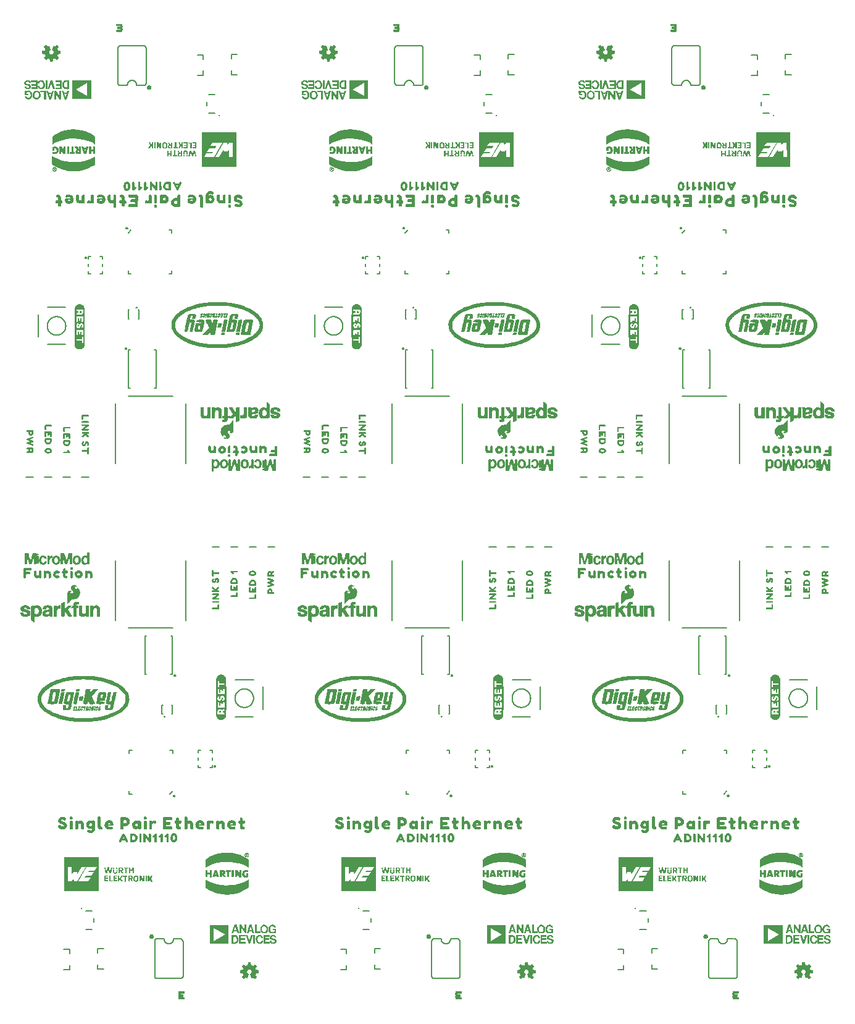
<source format=gto>
G04 EAGLE Gerber RS-274X export*
G75*
%MOMM*%
%FSLAX34Y34*%
%LPD*%
%INSilkscreen Top*%
%IPPOS*%
%AMOC8*
5,1,8,0,0,1.08239X$1,22.5*%
G01*
%ADD10R,0.640000X0.040000*%
%ADD11R,0.800000X0.040000*%
%ADD12R,0.840000X0.040000*%
%ADD13R,0.280000X0.040000*%
%ADD14R,0.600000X0.040000*%
%ADD15R,0.680000X0.040000*%
%ADD16R,0.760000X0.040000*%
%ADD17C,0.203200*%
%ADD18C,0.254000*%
%ADD19C,0.127000*%
%ADD20C,0.150000*%
%ADD21C,0.152400*%
%ADD22C,0.010000*%
%ADD23C,0.076200*%

G36*
X94883Y406858D02*
X94883Y406858D01*
X94884Y406857D01*
X103524Y407177D01*
X105604Y407257D01*
X107524Y407337D01*
X107526Y407338D01*
X107526Y407337D01*
X109286Y407497D01*
X110805Y407577D01*
X110807Y407578D01*
X110808Y407577D01*
X112166Y407737D01*
X113126Y407817D01*
X113129Y407819D01*
X113131Y407818D01*
X118411Y408778D01*
X118412Y408778D01*
X123372Y409818D01*
X123374Y409820D01*
X123376Y409819D01*
X128096Y411179D01*
X128096Y411180D01*
X128097Y411179D01*
X132497Y412619D01*
X132498Y412621D01*
X132500Y412620D01*
X136660Y414220D01*
X136661Y414222D01*
X136663Y414221D01*
X140423Y415981D01*
X140424Y415983D01*
X140426Y415983D01*
X143946Y417903D01*
X143947Y417905D01*
X143949Y417905D01*
X147069Y419905D01*
X147070Y419908D01*
X147072Y419907D01*
X149872Y422067D01*
X149873Y422071D01*
X149876Y422071D01*
X152276Y424391D01*
X152277Y424393D01*
X152279Y424393D01*
X154359Y426713D01*
X154359Y426718D01*
X154363Y426718D01*
X156043Y429198D01*
X156043Y429203D01*
X156043Y429204D01*
X156046Y429205D01*
X157326Y431845D01*
X157325Y431850D01*
X157329Y431852D01*
X158129Y434492D01*
X158128Y434496D01*
X158131Y434497D01*
X158611Y437217D01*
X158607Y437224D01*
X158611Y437227D01*
X158531Y439947D01*
X158530Y439950D01*
X158531Y439951D01*
X158371Y441551D01*
X158368Y441554D01*
X158370Y441556D01*
X158050Y443156D01*
X158047Y443159D01*
X158049Y443162D01*
X157569Y444602D01*
X157566Y444604D01*
X157567Y444606D01*
X156927Y446046D01*
X156924Y446048D01*
X156925Y446050D01*
X156125Y447490D01*
X156122Y447491D01*
X156123Y447493D01*
X155163Y448933D01*
X155160Y448934D01*
X155161Y448936D01*
X154601Y449656D01*
X154598Y449657D01*
X154599Y449659D01*
X153960Y450378D01*
X153320Y451177D01*
X153319Y451177D01*
X153319Y451179D01*
X152679Y451899D01*
X152676Y451899D01*
X152676Y451902D01*
X151076Y453422D01*
X151075Y453422D01*
X151075Y453423D01*
X149395Y454943D01*
X149393Y454943D01*
X149393Y454944D01*
X147633Y456384D01*
X147630Y456384D01*
X147630Y456387D01*
X145630Y457747D01*
X145629Y457747D01*
X143629Y459027D01*
X143626Y459027D01*
X143625Y459029D01*
X141385Y460229D01*
X141385Y460230D01*
X139065Y461430D01*
X139063Y461429D01*
X139063Y461431D01*
X136663Y462551D01*
X136661Y462550D01*
X136661Y462552D01*
X134101Y463592D01*
X134099Y463591D01*
X134098Y463592D01*
X131378Y464552D01*
X131377Y464552D01*
X131377Y464553D01*
X128577Y465433D01*
X128576Y465433D01*
X125696Y466313D01*
X125694Y466312D01*
X125693Y466314D01*
X122653Y467034D01*
X119453Y467754D01*
X119452Y467754D01*
X119451Y467754D01*
X112731Y469034D01*
X112728Y469033D01*
X112727Y469035D01*
X111127Y469195D01*
X111126Y469195D01*
X110248Y469275D01*
X109290Y469435D01*
X109285Y469432D01*
X109282Y469435D01*
X108244Y469435D01*
X106166Y469595D01*
X105046Y469675D01*
X105045Y469675D01*
X103845Y469755D01*
X103843Y469754D01*
X103842Y469755D01*
X101444Y469755D01*
X100245Y469835D01*
X100243Y469834D01*
X100242Y469835D01*
X92562Y469835D01*
X92560Y469834D01*
X92559Y469835D01*
X91280Y469755D01*
X88802Y469755D01*
X88800Y469754D01*
X88799Y469755D01*
X86400Y469595D01*
X85202Y469595D01*
X85200Y469594D01*
X85199Y469595D01*
X84079Y469515D01*
X84078Y469515D01*
X83039Y469435D01*
X81919Y469355D01*
X81918Y469355D01*
X80958Y469275D01*
X80956Y469273D01*
X80954Y469275D01*
X79996Y469115D01*
X78238Y468955D01*
X78235Y468952D01*
X78232Y468954D01*
X77434Y468795D01*
X74954Y468395D01*
X74953Y468394D01*
X74952Y468394D01*
X72552Y467914D01*
X72552Y467913D01*
X72551Y467914D01*
X70151Y467354D01*
X67832Y466874D01*
X67830Y466872D01*
X67828Y466873D01*
X65669Y466234D01*
X63510Y465674D01*
X63508Y465672D01*
X63506Y465673D01*
X61347Y464953D01*
X59347Y464313D01*
X59346Y464312D01*
X59345Y464312D01*
X57345Y463592D01*
X57344Y463590D01*
X57342Y463591D01*
X53662Y461991D01*
X53662Y461990D01*
X53661Y461990D01*
X51821Y461110D01*
X51820Y461109D01*
X51819Y461110D01*
X48459Y459350D01*
X48458Y459348D01*
X48457Y459348D01*
X46857Y458388D01*
X46856Y458387D01*
X46856Y458388D01*
X45336Y457428D01*
X45333Y457420D01*
X45327Y457421D01*
X45173Y457267D01*
X44700Y457030D01*
X44695Y457020D01*
X44687Y457021D01*
X44533Y456867D01*
X44060Y456630D01*
X44055Y456620D01*
X44047Y456621D01*
X43893Y456467D01*
X43420Y456230D01*
X43415Y456220D01*
X43407Y456221D01*
X43253Y456067D01*
X42940Y455910D01*
X42935Y455900D01*
X42927Y455901D01*
X42770Y455743D01*
X41332Y454625D01*
X41331Y454623D01*
X41330Y454623D01*
X40691Y454064D01*
X39972Y453505D01*
X39970Y453498D01*
X39965Y453498D01*
X39407Y452861D01*
X38770Y452303D01*
X38769Y452301D01*
X38767Y452301D01*
X38207Y451741D01*
X38206Y451736D01*
X38203Y451736D01*
X37724Y451097D01*
X37165Y450458D01*
X37165Y450456D01*
X37163Y450456D01*
X36683Y449816D01*
X36683Y449812D01*
X36680Y449812D01*
X36282Y449174D01*
X35803Y448536D01*
X35803Y448532D01*
X35800Y448532D01*
X35400Y447892D01*
X35400Y447890D01*
X35399Y447890D01*
X34599Y446450D01*
X34599Y446447D01*
X34597Y446446D01*
X34278Y445727D01*
X34118Y445408D01*
X34119Y445403D01*
X34115Y445402D01*
X34036Y445165D01*
X33878Y444848D01*
X33879Y444844D01*
X33876Y444842D01*
X33878Y444839D01*
X33874Y444838D01*
X33795Y444520D01*
X33715Y444282D01*
X33716Y444279D01*
X33714Y444278D01*
X33636Y443963D01*
X33478Y443648D01*
X33479Y443640D01*
X33474Y443638D01*
X33394Y443318D01*
X33395Y443316D01*
X33395Y443315D01*
X33397Y443312D01*
X33398Y443310D01*
X33393Y443306D01*
X33393Y443072D01*
X33074Y441798D01*
X33077Y441790D01*
X33075Y441788D01*
X33073Y441786D01*
X33073Y441549D01*
X33002Y440981D01*
X33024Y440942D01*
X32995Y440919D01*
X32998Y440915D01*
X32993Y440913D01*
X32833Y439793D01*
X32835Y439790D01*
X32833Y439789D01*
X32753Y438589D01*
X32756Y438585D01*
X32753Y438583D01*
X32913Y436343D01*
X32914Y436341D01*
X32913Y436340D01*
X33073Y435140D01*
X33075Y435137D01*
X33074Y435136D01*
X33314Y434016D01*
X33316Y434014D01*
X33315Y434012D01*
X33635Y432892D01*
X33637Y432891D01*
X33636Y432889D01*
X34436Y430649D01*
X34439Y430647D01*
X34438Y430644D01*
X34998Y429524D01*
X34999Y429523D01*
X35559Y428483D01*
X35562Y428481D01*
X35562Y428478D01*
X37002Y426398D01*
X37003Y426397D01*
X37003Y426396D01*
X37803Y425356D01*
X37804Y425356D01*
X37804Y425354D01*
X38604Y424394D01*
X38609Y424393D01*
X38609Y424390D01*
X39569Y423510D01*
X39569Y423509D01*
X41169Y422069D01*
X41173Y422069D01*
X41173Y422066D01*
X43013Y420706D01*
X43014Y420706D01*
X44934Y419346D01*
X44937Y419346D01*
X44937Y419344D01*
X47097Y418064D01*
X47098Y418064D01*
X47098Y418063D01*
X49338Y416783D01*
X49340Y416784D01*
X49340Y416782D01*
X51740Y415582D01*
X51741Y415582D01*
X51742Y415581D01*
X54222Y414461D01*
X54223Y414461D01*
X54223Y414460D01*
X56783Y413420D01*
X56784Y413421D01*
X56784Y413420D01*
X59504Y412380D01*
X59507Y412381D01*
X59507Y412379D01*
X65107Y410619D01*
X65109Y410620D01*
X65109Y410618D01*
X68069Y409818D01*
X68071Y409819D01*
X68072Y409818D01*
X73992Y408538D01*
X73994Y408539D01*
X73994Y408537D01*
X77034Y408057D01*
X77035Y408058D01*
X77036Y408057D01*
X80074Y407657D01*
X80472Y407578D01*
X80479Y407581D01*
X80482Y407577D01*
X80957Y407577D01*
X81752Y407418D01*
X81759Y407421D01*
X81762Y407417D01*
X82237Y407417D01*
X82632Y407338D01*
X82639Y407341D01*
X82642Y407337D01*
X83037Y407337D01*
X83432Y407258D01*
X83439Y407261D01*
X83442Y407257D01*
X83836Y407257D01*
X84470Y407098D01*
X84478Y407102D01*
X84482Y407097D01*
X85114Y407097D01*
X85346Y407019D01*
X85357Y407023D01*
X85362Y407017D01*
X85760Y407017D01*
X86638Y406937D01*
X86639Y406937D01*
X87759Y406857D01*
X87761Y406858D01*
X87762Y406857D01*
X94882Y406857D01*
X94883Y406858D01*
G37*
G36*
X854851Y406858D02*
X854851Y406858D01*
X854852Y406857D01*
X863492Y407177D01*
X865572Y407257D01*
X867492Y407337D01*
X867494Y407338D01*
X867494Y407337D01*
X869254Y407497D01*
X870773Y407577D01*
X870775Y407578D01*
X870776Y407577D01*
X872134Y407737D01*
X873094Y407817D01*
X873097Y407819D01*
X873099Y407818D01*
X878379Y408778D01*
X878380Y408778D01*
X883340Y409818D01*
X883342Y409820D01*
X883344Y409819D01*
X888064Y411179D01*
X888064Y411180D01*
X888065Y411179D01*
X892465Y412619D01*
X892466Y412621D01*
X892468Y412620D01*
X896628Y414220D01*
X896629Y414222D01*
X896631Y414221D01*
X900391Y415981D01*
X900392Y415983D01*
X900394Y415983D01*
X903914Y417903D01*
X903915Y417905D01*
X903917Y417905D01*
X907037Y419905D01*
X907038Y419908D01*
X907040Y419907D01*
X909840Y422067D01*
X909841Y422071D01*
X909844Y422071D01*
X912244Y424391D01*
X912245Y424393D01*
X912247Y424393D01*
X914327Y426713D01*
X914327Y426718D01*
X914331Y426718D01*
X916011Y429198D01*
X916011Y429203D01*
X916011Y429204D01*
X916014Y429205D01*
X917294Y431845D01*
X917293Y431850D01*
X917297Y431852D01*
X918097Y434492D01*
X918096Y434496D01*
X918099Y434497D01*
X918579Y437217D01*
X918575Y437224D01*
X918579Y437227D01*
X918499Y439947D01*
X918498Y439950D01*
X918499Y439951D01*
X918339Y441551D01*
X918336Y441554D01*
X918338Y441556D01*
X918018Y443156D01*
X918015Y443159D01*
X918017Y443162D01*
X917537Y444602D01*
X917534Y444604D01*
X917535Y444606D01*
X916895Y446046D01*
X916892Y446048D01*
X916893Y446050D01*
X916093Y447490D01*
X916090Y447491D01*
X916091Y447493D01*
X915131Y448933D01*
X915128Y448934D01*
X915129Y448936D01*
X914569Y449656D01*
X914566Y449657D01*
X914567Y449659D01*
X913928Y450378D01*
X913288Y451177D01*
X913287Y451177D01*
X913287Y451179D01*
X912647Y451899D01*
X912644Y451899D01*
X912644Y451902D01*
X911044Y453422D01*
X911043Y453422D01*
X911043Y453423D01*
X909363Y454943D01*
X909361Y454943D01*
X909361Y454944D01*
X907601Y456384D01*
X907598Y456384D01*
X907598Y456387D01*
X905598Y457747D01*
X905597Y457747D01*
X903597Y459027D01*
X903594Y459027D01*
X903593Y459029D01*
X901353Y460229D01*
X901353Y460230D01*
X899033Y461430D01*
X899031Y461429D01*
X899031Y461431D01*
X896631Y462551D01*
X896629Y462550D01*
X896629Y462552D01*
X894069Y463592D01*
X894067Y463591D01*
X894066Y463592D01*
X891346Y464552D01*
X891345Y464552D01*
X891345Y464553D01*
X888545Y465433D01*
X888544Y465433D01*
X885664Y466313D01*
X885662Y466312D01*
X885661Y466314D01*
X882621Y467034D01*
X879421Y467754D01*
X879420Y467754D01*
X879419Y467754D01*
X872699Y469034D01*
X872696Y469033D01*
X872695Y469035D01*
X871095Y469195D01*
X871094Y469195D01*
X870216Y469275D01*
X869258Y469435D01*
X869253Y469432D01*
X869250Y469435D01*
X868212Y469435D01*
X866134Y469595D01*
X865014Y469675D01*
X865013Y469675D01*
X863813Y469755D01*
X863811Y469754D01*
X863810Y469755D01*
X861412Y469755D01*
X860213Y469835D01*
X860211Y469834D01*
X860210Y469835D01*
X852530Y469835D01*
X852528Y469834D01*
X852527Y469835D01*
X851248Y469755D01*
X848770Y469755D01*
X848768Y469754D01*
X848767Y469755D01*
X846368Y469595D01*
X845170Y469595D01*
X845168Y469594D01*
X845167Y469595D01*
X844047Y469515D01*
X844046Y469515D01*
X843007Y469435D01*
X841887Y469355D01*
X841886Y469355D01*
X840926Y469275D01*
X840924Y469273D01*
X840922Y469275D01*
X839964Y469115D01*
X838206Y468955D01*
X838203Y468952D01*
X838200Y468954D01*
X837402Y468795D01*
X834922Y468395D01*
X834921Y468394D01*
X834920Y468394D01*
X832520Y467914D01*
X832520Y467913D01*
X832519Y467914D01*
X830119Y467354D01*
X827800Y466874D01*
X827798Y466872D01*
X827796Y466873D01*
X825637Y466234D01*
X823478Y465674D01*
X823476Y465672D01*
X823474Y465673D01*
X821315Y464953D01*
X819315Y464313D01*
X819314Y464312D01*
X819313Y464312D01*
X817313Y463592D01*
X817312Y463590D01*
X817310Y463591D01*
X813630Y461991D01*
X813630Y461990D01*
X813629Y461990D01*
X811789Y461110D01*
X811788Y461109D01*
X811787Y461110D01*
X808427Y459350D01*
X808426Y459348D01*
X808425Y459348D01*
X806825Y458388D01*
X806824Y458387D01*
X806824Y458388D01*
X805304Y457428D01*
X805301Y457420D01*
X805295Y457421D01*
X805141Y457267D01*
X804668Y457030D01*
X804663Y457020D01*
X804655Y457021D01*
X804501Y456867D01*
X804028Y456630D01*
X804023Y456620D01*
X804015Y456621D01*
X803861Y456467D01*
X803388Y456230D01*
X803383Y456220D01*
X803375Y456221D01*
X803221Y456067D01*
X802908Y455910D01*
X802903Y455900D01*
X802895Y455901D01*
X802738Y455743D01*
X801300Y454625D01*
X801299Y454623D01*
X801298Y454623D01*
X800659Y454064D01*
X799940Y453505D01*
X799938Y453498D01*
X799933Y453498D01*
X799375Y452861D01*
X798738Y452303D01*
X798737Y452301D01*
X798735Y452301D01*
X798175Y451741D01*
X798174Y451736D01*
X798171Y451736D01*
X797692Y451097D01*
X797133Y450458D01*
X797133Y450456D01*
X797131Y450456D01*
X796651Y449816D01*
X796651Y449812D01*
X796648Y449812D01*
X796250Y449174D01*
X795771Y448536D01*
X795771Y448532D01*
X795768Y448532D01*
X795368Y447892D01*
X795368Y447890D01*
X795367Y447890D01*
X794567Y446450D01*
X794567Y446447D01*
X794565Y446446D01*
X794246Y445727D01*
X794086Y445408D01*
X794087Y445403D01*
X794083Y445402D01*
X794004Y445165D01*
X793846Y444848D01*
X793847Y444844D01*
X793844Y444842D01*
X793846Y444839D01*
X793842Y444838D01*
X793763Y444520D01*
X793683Y444282D01*
X793684Y444279D01*
X793682Y444278D01*
X793604Y443963D01*
X793446Y443648D01*
X793447Y443640D01*
X793442Y443638D01*
X793362Y443318D01*
X793363Y443316D01*
X793363Y443315D01*
X793365Y443312D01*
X793366Y443310D01*
X793361Y443306D01*
X793361Y443072D01*
X793042Y441798D01*
X793045Y441790D01*
X793043Y441788D01*
X793041Y441786D01*
X793041Y441549D01*
X792970Y440981D01*
X792992Y440942D01*
X792963Y440919D01*
X792966Y440915D01*
X792961Y440913D01*
X792801Y439793D01*
X792803Y439790D01*
X792801Y439789D01*
X792721Y438589D01*
X792724Y438585D01*
X792721Y438583D01*
X792881Y436343D01*
X792882Y436341D01*
X792881Y436340D01*
X793041Y435140D01*
X793043Y435137D01*
X793042Y435136D01*
X793282Y434016D01*
X793284Y434014D01*
X793283Y434012D01*
X793603Y432892D01*
X793605Y432891D01*
X793604Y432889D01*
X794404Y430649D01*
X794407Y430647D01*
X794406Y430644D01*
X794966Y429524D01*
X794967Y429523D01*
X795527Y428483D01*
X795530Y428481D01*
X795530Y428478D01*
X796970Y426398D01*
X796971Y426397D01*
X796971Y426396D01*
X797771Y425356D01*
X797772Y425356D01*
X797772Y425354D01*
X798572Y424394D01*
X798577Y424393D01*
X798577Y424390D01*
X799537Y423510D01*
X799537Y423509D01*
X801137Y422069D01*
X801141Y422069D01*
X801141Y422066D01*
X802981Y420706D01*
X802982Y420706D01*
X804902Y419346D01*
X804905Y419346D01*
X804905Y419344D01*
X807065Y418064D01*
X807066Y418064D01*
X807066Y418063D01*
X809306Y416783D01*
X809308Y416784D01*
X809308Y416782D01*
X811708Y415582D01*
X811709Y415582D01*
X811710Y415581D01*
X814190Y414461D01*
X814191Y414461D01*
X814191Y414460D01*
X816751Y413420D01*
X816752Y413421D01*
X816752Y413420D01*
X819472Y412380D01*
X819475Y412381D01*
X819475Y412379D01*
X825075Y410619D01*
X825077Y410620D01*
X825077Y410618D01*
X828037Y409818D01*
X828039Y409819D01*
X828040Y409818D01*
X833960Y408538D01*
X833962Y408539D01*
X833962Y408537D01*
X837002Y408057D01*
X837003Y408058D01*
X837004Y408057D01*
X840042Y407657D01*
X840440Y407578D01*
X840447Y407581D01*
X840450Y407577D01*
X840925Y407577D01*
X841720Y407418D01*
X841727Y407421D01*
X841730Y407417D01*
X842205Y407417D01*
X842600Y407338D01*
X842607Y407341D01*
X842610Y407337D01*
X843005Y407337D01*
X843400Y407258D01*
X843407Y407261D01*
X843410Y407257D01*
X843804Y407257D01*
X844438Y407098D01*
X844446Y407102D01*
X844450Y407097D01*
X845082Y407097D01*
X845314Y407019D01*
X845325Y407023D01*
X845330Y407017D01*
X845728Y407017D01*
X846606Y406937D01*
X846607Y406937D01*
X847727Y406857D01*
X847729Y406858D01*
X847730Y406857D01*
X854850Y406857D01*
X854851Y406858D01*
G37*
G36*
X474867Y406858D02*
X474867Y406858D01*
X474868Y406857D01*
X483508Y407177D01*
X485588Y407257D01*
X487508Y407337D01*
X487510Y407338D01*
X487510Y407337D01*
X489270Y407497D01*
X490789Y407577D01*
X490791Y407578D01*
X490792Y407577D01*
X492150Y407737D01*
X493110Y407817D01*
X493113Y407819D01*
X493115Y407818D01*
X498395Y408778D01*
X498396Y408778D01*
X503356Y409818D01*
X503358Y409820D01*
X503360Y409819D01*
X508080Y411179D01*
X508080Y411180D01*
X508081Y411179D01*
X512481Y412619D01*
X512482Y412621D01*
X512484Y412620D01*
X516644Y414220D01*
X516645Y414222D01*
X516647Y414221D01*
X520407Y415981D01*
X520408Y415983D01*
X520410Y415983D01*
X523930Y417903D01*
X523931Y417905D01*
X523933Y417905D01*
X527053Y419905D01*
X527054Y419908D01*
X527056Y419907D01*
X529856Y422067D01*
X529857Y422071D01*
X529860Y422071D01*
X532260Y424391D01*
X532261Y424393D01*
X532263Y424393D01*
X534343Y426713D01*
X534343Y426718D01*
X534347Y426718D01*
X536027Y429198D01*
X536027Y429203D01*
X536027Y429204D01*
X536030Y429205D01*
X537310Y431845D01*
X537309Y431850D01*
X537313Y431852D01*
X538113Y434492D01*
X538112Y434496D01*
X538115Y434497D01*
X538595Y437217D01*
X538591Y437224D01*
X538595Y437227D01*
X538515Y439947D01*
X538514Y439950D01*
X538515Y439951D01*
X538355Y441551D01*
X538352Y441554D01*
X538354Y441556D01*
X538034Y443156D01*
X538031Y443159D01*
X538033Y443162D01*
X537553Y444602D01*
X537550Y444604D01*
X537551Y444606D01*
X536911Y446046D01*
X536908Y446048D01*
X536909Y446050D01*
X536109Y447490D01*
X536106Y447491D01*
X536107Y447493D01*
X535147Y448933D01*
X535144Y448934D01*
X535145Y448936D01*
X534585Y449656D01*
X534582Y449657D01*
X534583Y449659D01*
X533944Y450378D01*
X533304Y451177D01*
X533303Y451177D01*
X533303Y451179D01*
X532663Y451899D01*
X532660Y451899D01*
X532660Y451902D01*
X531060Y453422D01*
X531059Y453422D01*
X531059Y453423D01*
X529379Y454943D01*
X529377Y454943D01*
X529377Y454944D01*
X527617Y456384D01*
X527614Y456384D01*
X527614Y456387D01*
X525614Y457747D01*
X525613Y457747D01*
X523613Y459027D01*
X523610Y459027D01*
X523609Y459029D01*
X521369Y460229D01*
X521369Y460230D01*
X519049Y461430D01*
X519047Y461429D01*
X519047Y461431D01*
X516647Y462551D01*
X516645Y462550D01*
X516645Y462552D01*
X514085Y463592D01*
X514083Y463591D01*
X514082Y463592D01*
X511362Y464552D01*
X511361Y464552D01*
X511361Y464553D01*
X508561Y465433D01*
X508560Y465433D01*
X505680Y466313D01*
X505678Y466312D01*
X505677Y466314D01*
X502637Y467034D01*
X499437Y467754D01*
X499436Y467754D01*
X499435Y467754D01*
X492715Y469034D01*
X492712Y469033D01*
X492711Y469035D01*
X491111Y469195D01*
X491110Y469195D01*
X490232Y469275D01*
X489274Y469435D01*
X489269Y469432D01*
X489266Y469435D01*
X488228Y469435D01*
X486150Y469595D01*
X485030Y469675D01*
X485029Y469675D01*
X483829Y469755D01*
X483827Y469754D01*
X483826Y469755D01*
X481428Y469755D01*
X480229Y469835D01*
X480227Y469834D01*
X480226Y469835D01*
X472546Y469835D01*
X472544Y469834D01*
X472543Y469835D01*
X471264Y469755D01*
X468786Y469755D01*
X468784Y469754D01*
X468783Y469755D01*
X466384Y469595D01*
X465186Y469595D01*
X465184Y469594D01*
X465183Y469595D01*
X464063Y469515D01*
X464062Y469515D01*
X463023Y469435D01*
X461903Y469355D01*
X461902Y469355D01*
X460942Y469275D01*
X460940Y469273D01*
X460938Y469275D01*
X459980Y469115D01*
X458222Y468955D01*
X458219Y468952D01*
X458216Y468954D01*
X457418Y468795D01*
X454938Y468395D01*
X454937Y468394D01*
X454936Y468394D01*
X452536Y467914D01*
X452536Y467913D01*
X452535Y467914D01*
X450135Y467354D01*
X447816Y466874D01*
X447814Y466872D01*
X447812Y466873D01*
X445653Y466234D01*
X443494Y465674D01*
X443492Y465672D01*
X443490Y465673D01*
X441331Y464953D01*
X439331Y464313D01*
X439330Y464312D01*
X439329Y464312D01*
X437329Y463592D01*
X437328Y463590D01*
X437326Y463591D01*
X433646Y461991D01*
X433646Y461990D01*
X433645Y461990D01*
X431805Y461110D01*
X431804Y461109D01*
X431803Y461110D01*
X428443Y459350D01*
X428442Y459348D01*
X428441Y459348D01*
X426841Y458388D01*
X426840Y458387D01*
X426840Y458388D01*
X425320Y457428D01*
X425317Y457420D01*
X425311Y457421D01*
X425157Y457267D01*
X424684Y457030D01*
X424679Y457020D01*
X424671Y457021D01*
X424517Y456867D01*
X424044Y456630D01*
X424039Y456620D01*
X424031Y456621D01*
X423877Y456467D01*
X423404Y456230D01*
X423399Y456220D01*
X423391Y456221D01*
X423237Y456067D01*
X422924Y455910D01*
X422919Y455900D01*
X422911Y455901D01*
X422754Y455743D01*
X421316Y454625D01*
X421315Y454623D01*
X421314Y454623D01*
X420675Y454064D01*
X419956Y453505D01*
X419954Y453498D01*
X419949Y453498D01*
X419391Y452861D01*
X418754Y452303D01*
X418753Y452301D01*
X418751Y452301D01*
X418191Y451741D01*
X418190Y451736D01*
X418187Y451736D01*
X417708Y451097D01*
X417149Y450458D01*
X417149Y450456D01*
X417147Y450456D01*
X416667Y449816D01*
X416667Y449812D01*
X416664Y449812D01*
X416266Y449174D01*
X415787Y448536D01*
X415787Y448532D01*
X415784Y448532D01*
X415384Y447892D01*
X415384Y447890D01*
X415383Y447890D01*
X414583Y446450D01*
X414583Y446447D01*
X414581Y446446D01*
X414262Y445727D01*
X414102Y445408D01*
X414103Y445403D01*
X414099Y445402D01*
X414020Y445165D01*
X413862Y444848D01*
X413863Y444844D01*
X413860Y444842D01*
X413862Y444839D01*
X413858Y444838D01*
X413779Y444520D01*
X413699Y444282D01*
X413700Y444279D01*
X413698Y444278D01*
X413620Y443963D01*
X413462Y443648D01*
X413463Y443640D01*
X413458Y443638D01*
X413378Y443318D01*
X413379Y443316D01*
X413379Y443315D01*
X413381Y443312D01*
X413382Y443310D01*
X413377Y443306D01*
X413377Y443072D01*
X413058Y441798D01*
X413061Y441790D01*
X413059Y441788D01*
X413057Y441786D01*
X413057Y441549D01*
X412986Y440981D01*
X413008Y440942D01*
X412979Y440919D01*
X412982Y440915D01*
X412977Y440913D01*
X412817Y439793D01*
X412819Y439790D01*
X412817Y439789D01*
X412737Y438589D01*
X412740Y438585D01*
X412737Y438583D01*
X412897Y436343D01*
X412898Y436341D01*
X412897Y436340D01*
X413057Y435140D01*
X413059Y435137D01*
X413058Y435136D01*
X413298Y434016D01*
X413300Y434014D01*
X413299Y434012D01*
X413619Y432892D01*
X413621Y432891D01*
X413620Y432889D01*
X414420Y430649D01*
X414423Y430647D01*
X414422Y430644D01*
X414982Y429524D01*
X414983Y429523D01*
X415543Y428483D01*
X415546Y428481D01*
X415546Y428478D01*
X416986Y426398D01*
X416987Y426397D01*
X416987Y426396D01*
X417787Y425356D01*
X417788Y425356D01*
X417788Y425354D01*
X418588Y424394D01*
X418593Y424393D01*
X418593Y424390D01*
X419553Y423510D01*
X419553Y423509D01*
X421153Y422069D01*
X421157Y422069D01*
X421157Y422066D01*
X422997Y420706D01*
X422998Y420706D01*
X424918Y419346D01*
X424921Y419346D01*
X424921Y419344D01*
X427081Y418064D01*
X427082Y418064D01*
X427082Y418063D01*
X429322Y416783D01*
X429324Y416784D01*
X429324Y416782D01*
X431724Y415582D01*
X431725Y415582D01*
X431726Y415581D01*
X434206Y414461D01*
X434207Y414461D01*
X434207Y414460D01*
X436767Y413420D01*
X436768Y413421D01*
X436768Y413420D01*
X439488Y412380D01*
X439491Y412381D01*
X439491Y412379D01*
X445091Y410619D01*
X445093Y410620D01*
X445093Y410618D01*
X448053Y409818D01*
X448055Y409819D01*
X448056Y409818D01*
X453976Y408538D01*
X453978Y408539D01*
X453978Y408537D01*
X457018Y408057D01*
X457019Y408058D01*
X457020Y408057D01*
X460058Y407657D01*
X460456Y407578D01*
X460463Y407581D01*
X460466Y407577D01*
X460941Y407577D01*
X461736Y407418D01*
X461743Y407421D01*
X461746Y407417D01*
X462221Y407417D01*
X462616Y407338D01*
X462623Y407341D01*
X462626Y407337D01*
X463021Y407337D01*
X463416Y407258D01*
X463423Y407261D01*
X463426Y407257D01*
X463820Y407257D01*
X464454Y407098D01*
X464462Y407102D01*
X464466Y407097D01*
X465098Y407097D01*
X465330Y407019D01*
X465341Y407023D01*
X465346Y407017D01*
X465744Y407017D01*
X466622Y406937D01*
X466623Y406937D01*
X467743Y406857D01*
X467745Y406858D01*
X467746Y406857D01*
X474866Y406857D01*
X474867Y406858D01*
G37*
G36*
X662328Y919064D02*
X662328Y919064D01*
X662329Y919062D01*
X663608Y919142D01*
X666086Y919142D01*
X666088Y919144D01*
X666089Y919142D01*
X668488Y919302D01*
X669686Y919302D01*
X669688Y919304D01*
X669690Y919302D01*
X670810Y919382D01*
X671850Y919462D01*
X672970Y919542D01*
X672970Y919543D01*
X672970Y919542D01*
X673930Y919622D01*
X673932Y919624D01*
X673934Y919623D01*
X674892Y919783D01*
X676650Y919942D01*
X676653Y919945D01*
X676656Y919943D01*
X677454Y920103D01*
X679934Y920503D01*
X679935Y920504D01*
X679936Y920503D01*
X682336Y920983D01*
X682336Y920984D01*
X682337Y920983D01*
X684737Y921543D01*
X687056Y922023D01*
X687058Y922026D01*
X687060Y922024D01*
X689219Y922664D01*
X691378Y923224D01*
X691380Y923226D01*
X691382Y923225D01*
X693541Y923945D01*
X695541Y924585D01*
X695542Y924586D01*
X695543Y924585D01*
X697543Y925305D01*
X697544Y925307D01*
X697546Y925306D01*
X701226Y926906D01*
X701226Y926907D01*
X701227Y926907D01*
X703067Y927787D01*
X703068Y927788D01*
X703069Y927788D01*
X706429Y929548D01*
X706430Y929550D01*
X706431Y929549D01*
X708031Y930509D01*
X708032Y930510D01*
X709552Y931470D01*
X709555Y931477D01*
X709561Y931477D01*
X709715Y931631D01*
X710188Y931867D01*
X710193Y931878D01*
X710201Y931877D01*
X710355Y932031D01*
X710828Y932267D01*
X710833Y932278D01*
X710841Y932277D01*
X710995Y932431D01*
X711468Y932667D01*
X711473Y932678D01*
X711481Y932677D01*
X711635Y932831D01*
X711948Y932987D01*
X711953Y932998D01*
X711961Y932997D01*
X712119Y933154D01*
X713556Y934273D01*
X713557Y934275D01*
X713558Y934274D01*
X714197Y934833D01*
X714916Y935393D01*
X714918Y935399D01*
X714923Y935399D01*
X715481Y936037D01*
X716118Y936594D01*
X716119Y936597D01*
X716121Y936597D01*
X716681Y937157D01*
X716682Y937162D01*
X716685Y937162D01*
X717164Y937800D01*
X717723Y938439D01*
X717723Y938442D01*
X717725Y938442D01*
X718205Y939082D01*
X718205Y939085D01*
X718208Y939085D01*
X718606Y939723D01*
X719085Y940362D01*
X719085Y940365D01*
X719088Y940365D01*
X719488Y941005D01*
X719488Y941007D01*
X719489Y941008D01*
X720289Y942448D01*
X720289Y942451D01*
X720291Y942451D01*
X720610Y943170D01*
X720770Y943489D01*
X720769Y943495D01*
X720773Y943496D01*
X720852Y943732D01*
X721010Y944049D01*
X721009Y944057D01*
X721014Y944059D01*
X721093Y944378D01*
X721173Y944616D01*
X721172Y944619D01*
X721174Y944619D01*
X721252Y944934D01*
X721410Y945249D01*
X721409Y945257D01*
X721414Y945259D01*
X721494Y945579D01*
X721490Y945588D01*
X721495Y945591D01*
X721495Y945825D01*
X721814Y947099D01*
X721810Y947108D01*
X721815Y947111D01*
X721815Y947348D01*
X721886Y947917D01*
X721864Y947955D01*
X721893Y947978D01*
X721890Y947982D01*
X721895Y947984D01*
X722055Y949104D01*
X722053Y949107D01*
X722055Y949108D01*
X722135Y950308D01*
X722132Y950312D01*
X722135Y950315D01*
X721975Y952555D01*
X721974Y952557D01*
X721975Y952558D01*
X721815Y953758D01*
X721813Y953760D01*
X721814Y953762D01*
X721574Y954882D01*
X721572Y954883D01*
X721573Y954885D01*
X721253Y956005D01*
X721251Y956006D01*
X721252Y956008D01*
X720452Y958248D01*
X720449Y958250D01*
X720450Y958253D01*
X719890Y959373D01*
X719889Y959374D01*
X719889Y959375D01*
X719329Y960415D01*
X719326Y960417D01*
X719327Y960419D01*
X717887Y962499D01*
X717885Y962500D01*
X717885Y962501D01*
X717085Y963541D01*
X717084Y963542D01*
X717084Y963543D01*
X716284Y964503D01*
X716279Y964504D01*
X716279Y964508D01*
X715319Y965388D01*
X713719Y966828D01*
X713715Y966828D01*
X713715Y966831D01*
X711875Y968191D01*
X711874Y968192D01*
X709954Y969552D01*
X709951Y969552D01*
X709951Y969554D01*
X707791Y970834D01*
X707790Y970834D01*
X705550Y972114D01*
X705548Y972114D01*
X705548Y972115D01*
X703148Y973315D01*
X703147Y973315D01*
X703146Y973316D01*
X700666Y974436D01*
X700665Y974436D01*
X700665Y974437D01*
X698105Y975477D01*
X698104Y975477D01*
X695384Y976517D01*
X695381Y976517D01*
X695381Y976518D01*
X689781Y978278D01*
X689779Y978278D01*
X689779Y978279D01*
X686819Y979079D01*
X686817Y979078D01*
X686816Y979080D01*
X680896Y980360D01*
X680894Y980359D01*
X680894Y980360D01*
X677854Y980840D01*
X677853Y980840D01*
X677852Y980840D01*
X674814Y981240D01*
X674416Y981320D01*
X674409Y981317D01*
X674406Y981321D01*
X673931Y981321D01*
X673136Y981480D01*
X673129Y981477D01*
X673126Y981481D01*
X672651Y981481D01*
X672256Y981560D01*
X672250Y981557D01*
X672247Y981560D01*
X672246Y981560D01*
X672246Y981561D01*
X671851Y981561D01*
X671456Y981640D01*
X671449Y981637D01*
X671446Y981641D01*
X671052Y981641D01*
X670418Y981799D01*
X670410Y981796D01*
X670406Y981801D01*
X669774Y981801D01*
X669542Y981878D01*
X669531Y981874D01*
X669526Y981881D01*
X669128Y981881D01*
X668250Y981960D01*
X668250Y981961D01*
X667130Y982041D01*
X667127Y982039D01*
X667126Y982041D01*
X660006Y982041D01*
X660005Y982040D01*
X660004Y982041D01*
X651364Y981721D01*
X649284Y981641D01*
X647364Y981561D01*
X647364Y981560D01*
X647363Y981560D01*
X647362Y981560D01*
X645602Y981401D01*
X644083Y981321D01*
X644082Y981319D01*
X644080Y981320D01*
X642722Y981160D01*
X641762Y981081D01*
X641759Y981078D01*
X641757Y981080D01*
X636477Y980120D01*
X636476Y980119D01*
X636476Y980120D01*
X631516Y979080D01*
X631514Y979077D01*
X631512Y979079D01*
X626792Y977719D01*
X626792Y977718D01*
X626791Y977718D01*
X622391Y976278D01*
X622390Y976277D01*
X622388Y976277D01*
X618228Y974677D01*
X618227Y974675D01*
X618225Y974676D01*
X614465Y972916D01*
X614464Y972914D01*
X614462Y972915D01*
X610942Y970995D01*
X610941Y970992D01*
X610939Y970993D01*
X607819Y968993D01*
X607818Y968990D01*
X607816Y968990D01*
X605016Y966830D01*
X605015Y966826D01*
X605012Y966827D01*
X602612Y964507D01*
X602611Y964504D01*
X602609Y964504D01*
X600529Y962184D01*
X600529Y962179D01*
X600525Y962179D01*
X598845Y959699D01*
X598846Y959694D01*
X598842Y959693D01*
X597562Y957053D01*
X597562Y957049D01*
X597560Y957047D01*
X597561Y957046D01*
X597559Y957046D01*
X596759Y954406D01*
X596760Y954401D01*
X596758Y954400D01*
X596278Y951680D01*
X596281Y951673D01*
X596277Y951670D01*
X596357Y948950D01*
X596358Y948948D01*
X596357Y948947D01*
X596517Y947347D01*
X596520Y947344D01*
X596518Y947342D01*
X596838Y945742D01*
X596841Y945739D01*
X596839Y945736D01*
X597319Y944296D01*
X597322Y944294D01*
X597321Y944291D01*
X597961Y942851D01*
X597964Y942850D01*
X597963Y942848D01*
X598763Y941408D01*
X598766Y941406D01*
X598765Y941404D01*
X599725Y939964D01*
X599728Y939963D01*
X599727Y939961D01*
X600287Y939241D01*
X600290Y939241D01*
X600289Y939239D01*
X600928Y938520D01*
X601568Y937721D01*
X601569Y937720D01*
X601569Y937719D01*
X602209Y936999D01*
X602212Y936998D01*
X602212Y936996D01*
X603812Y935476D01*
X603813Y935476D01*
X603813Y935475D01*
X605493Y933955D01*
X605495Y933955D01*
X605495Y933953D01*
X607255Y932513D01*
X607258Y932513D01*
X607258Y932511D01*
X609258Y931151D01*
X609259Y931151D01*
X609259Y931150D01*
X611259Y929870D01*
X611262Y929870D01*
X611263Y929868D01*
X613503Y928668D01*
X615823Y927468D01*
X615825Y927468D01*
X615825Y927467D01*
X618225Y926347D01*
X618227Y926347D01*
X618227Y926346D01*
X620787Y925306D01*
X620789Y925306D01*
X620790Y925305D01*
X623510Y924345D01*
X623511Y924345D01*
X623511Y924344D01*
X626311Y923464D01*
X626312Y923465D01*
X626312Y923464D01*
X629192Y922584D01*
X629194Y922585D01*
X629195Y922583D01*
X632235Y921863D01*
X632235Y921864D01*
X632235Y921863D01*
X635435Y921143D01*
X635436Y921144D01*
X635437Y921143D01*
X642157Y919863D01*
X642160Y919865D01*
X642161Y919862D01*
X643761Y919702D01*
X643761Y919703D01*
X643762Y919702D01*
X644640Y919623D01*
X645598Y919463D01*
X645603Y919466D01*
X645606Y919462D01*
X646644Y919462D01*
X648722Y919302D01*
X648723Y919302D01*
X649843Y919222D01*
X651043Y919142D01*
X651045Y919144D01*
X651046Y919142D01*
X653444Y919142D01*
X654643Y919062D01*
X654645Y919064D01*
X654646Y919062D01*
X662326Y919062D01*
X662328Y919064D01*
G37*
G36*
X282344Y919064D02*
X282344Y919064D01*
X282345Y919062D01*
X283624Y919142D01*
X286102Y919142D01*
X286104Y919144D01*
X286105Y919142D01*
X288504Y919302D01*
X289702Y919302D01*
X289704Y919304D01*
X289706Y919302D01*
X290826Y919382D01*
X291866Y919462D01*
X292986Y919542D01*
X292986Y919543D01*
X292986Y919542D01*
X293946Y919622D01*
X293948Y919624D01*
X293950Y919623D01*
X294908Y919783D01*
X296666Y919942D01*
X296669Y919945D01*
X296672Y919943D01*
X297470Y920103D01*
X299950Y920503D01*
X299951Y920504D01*
X299952Y920503D01*
X302352Y920983D01*
X302352Y920984D01*
X302353Y920983D01*
X304753Y921543D01*
X307072Y922023D01*
X307074Y922026D01*
X307076Y922024D01*
X309235Y922664D01*
X311394Y923224D01*
X311396Y923226D01*
X311398Y923225D01*
X313557Y923945D01*
X315557Y924585D01*
X315558Y924586D01*
X315559Y924585D01*
X317559Y925305D01*
X317560Y925307D01*
X317562Y925306D01*
X321242Y926906D01*
X321242Y926907D01*
X321243Y926907D01*
X323083Y927787D01*
X323084Y927788D01*
X323085Y927788D01*
X326445Y929548D01*
X326446Y929550D01*
X326447Y929549D01*
X328047Y930509D01*
X328048Y930510D01*
X329568Y931470D01*
X329571Y931477D01*
X329577Y931477D01*
X329731Y931631D01*
X330204Y931867D01*
X330209Y931878D01*
X330217Y931877D01*
X330371Y932031D01*
X330844Y932267D01*
X330849Y932278D01*
X330857Y932277D01*
X331011Y932431D01*
X331484Y932667D01*
X331489Y932678D01*
X331497Y932677D01*
X331651Y932831D01*
X331964Y932987D01*
X331969Y932998D01*
X331977Y932997D01*
X332135Y933154D01*
X333572Y934273D01*
X333573Y934275D01*
X333574Y934274D01*
X334213Y934833D01*
X334932Y935393D01*
X334934Y935399D01*
X334939Y935399D01*
X335497Y936037D01*
X336134Y936594D01*
X336135Y936597D01*
X336137Y936597D01*
X336697Y937157D01*
X336698Y937162D01*
X336701Y937162D01*
X337180Y937800D01*
X337739Y938439D01*
X337739Y938442D01*
X337741Y938442D01*
X338221Y939082D01*
X338221Y939085D01*
X338224Y939085D01*
X338622Y939723D01*
X339101Y940362D01*
X339101Y940365D01*
X339104Y940365D01*
X339504Y941005D01*
X339504Y941007D01*
X339505Y941008D01*
X340305Y942448D01*
X340305Y942451D01*
X340307Y942451D01*
X340626Y943170D01*
X340786Y943489D01*
X340785Y943495D01*
X340789Y943496D01*
X340868Y943732D01*
X341026Y944049D01*
X341025Y944057D01*
X341030Y944059D01*
X341109Y944378D01*
X341189Y944616D01*
X341188Y944619D01*
X341190Y944619D01*
X341268Y944934D01*
X341426Y945249D01*
X341425Y945257D01*
X341430Y945259D01*
X341510Y945579D01*
X341506Y945588D01*
X341511Y945591D01*
X341511Y945825D01*
X341830Y947099D01*
X341826Y947108D01*
X341831Y947111D01*
X341831Y947348D01*
X341902Y947917D01*
X341880Y947955D01*
X341909Y947978D01*
X341906Y947982D01*
X341911Y947984D01*
X342071Y949104D01*
X342069Y949107D01*
X342071Y949108D01*
X342151Y950308D01*
X342148Y950312D01*
X342151Y950315D01*
X341991Y952555D01*
X341990Y952557D01*
X341991Y952558D01*
X341831Y953758D01*
X341829Y953760D01*
X341830Y953762D01*
X341590Y954882D01*
X341588Y954883D01*
X341589Y954885D01*
X341269Y956005D01*
X341267Y956006D01*
X341268Y956008D01*
X340468Y958248D01*
X340465Y958250D01*
X340466Y958253D01*
X339906Y959373D01*
X339905Y959374D01*
X339905Y959375D01*
X339345Y960415D01*
X339342Y960417D01*
X339343Y960419D01*
X337903Y962499D01*
X337901Y962500D01*
X337901Y962501D01*
X337101Y963541D01*
X337100Y963542D01*
X337100Y963543D01*
X336300Y964503D01*
X336295Y964504D01*
X336295Y964508D01*
X335335Y965388D01*
X333735Y966828D01*
X333731Y966828D01*
X333731Y966831D01*
X331891Y968191D01*
X331890Y968192D01*
X329970Y969552D01*
X329967Y969552D01*
X329967Y969554D01*
X327807Y970834D01*
X327806Y970834D01*
X325566Y972114D01*
X325564Y972114D01*
X325564Y972115D01*
X323164Y973315D01*
X323163Y973315D01*
X323162Y973316D01*
X320682Y974436D01*
X320681Y974436D01*
X320681Y974437D01*
X318121Y975477D01*
X318120Y975477D01*
X315400Y976517D01*
X315397Y976517D01*
X315397Y976518D01*
X309797Y978278D01*
X309795Y978278D01*
X309795Y978279D01*
X306835Y979079D01*
X306833Y979078D01*
X306832Y979080D01*
X300912Y980360D01*
X300910Y980359D01*
X300910Y980360D01*
X297870Y980840D01*
X297869Y980840D01*
X297868Y980840D01*
X294830Y981240D01*
X294432Y981320D01*
X294425Y981317D01*
X294422Y981321D01*
X293947Y981321D01*
X293152Y981480D01*
X293145Y981477D01*
X293142Y981481D01*
X292667Y981481D01*
X292272Y981560D01*
X292266Y981557D01*
X292263Y981560D01*
X292262Y981560D01*
X292262Y981561D01*
X291867Y981561D01*
X291472Y981640D01*
X291465Y981637D01*
X291462Y981641D01*
X291068Y981641D01*
X290434Y981799D01*
X290426Y981796D01*
X290422Y981801D01*
X289790Y981801D01*
X289558Y981878D01*
X289547Y981874D01*
X289542Y981881D01*
X289144Y981881D01*
X288266Y981960D01*
X288266Y981961D01*
X287146Y982041D01*
X287143Y982039D01*
X287142Y982041D01*
X280022Y982041D01*
X280021Y982040D01*
X280020Y982041D01*
X271380Y981721D01*
X269300Y981641D01*
X267380Y981561D01*
X267380Y981560D01*
X267379Y981560D01*
X267378Y981560D01*
X265618Y981401D01*
X264099Y981321D01*
X264098Y981319D01*
X264096Y981320D01*
X262738Y981160D01*
X261778Y981081D01*
X261775Y981078D01*
X261773Y981080D01*
X256493Y980120D01*
X256492Y980119D01*
X256492Y980120D01*
X251532Y979080D01*
X251530Y979077D01*
X251528Y979079D01*
X246808Y977719D01*
X246808Y977718D01*
X246807Y977718D01*
X242407Y976278D01*
X242406Y976277D01*
X242404Y976277D01*
X238244Y974677D01*
X238243Y974675D01*
X238241Y974676D01*
X234481Y972916D01*
X234480Y972914D01*
X234478Y972915D01*
X230958Y970995D01*
X230957Y970992D01*
X230955Y970993D01*
X227835Y968993D01*
X227834Y968990D01*
X227832Y968990D01*
X225032Y966830D01*
X225031Y966826D01*
X225028Y966827D01*
X222628Y964507D01*
X222627Y964504D01*
X222625Y964504D01*
X220545Y962184D01*
X220545Y962179D01*
X220541Y962179D01*
X218861Y959699D01*
X218862Y959694D01*
X218858Y959693D01*
X217578Y957053D01*
X217578Y957049D01*
X217576Y957047D01*
X217577Y957046D01*
X217575Y957046D01*
X216775Y954406D01*
X216776Y954401D01*
X216774Y954400D01*
X216294Y951680D01*
X216297Y951673D01*
X216293Y951670D01*
X216373Y948950D01*
X216374Y948948D01*
X216373Y948947D01*
X216533Y947347D01*
X216536Y947344D01*
X216534Y947342D01*
X216854Y945742D01*
X216857Y945739D01*
X216855Y945736D01*
X217335Y944296D01*
X217338Y944294D01*
X217337Y944291D01*
X217977Y942851D01*
X217980Y942850D01*
X217979Y942848D01*
X218779Y941408D01*
X218782Y941406D01*
X218781Y941404D01*
X219741Y939964D01*
X219744Y939963D01*
X219743Y939961D01*
X220303Y939241D01*
X220306Y939241D01*
X220305Y939239D01*
X220944Y938520D01*
X221584Y937721D01*
X221585Y937720D01*
X221585Y937719D01*
X222225Y936999D01*
X222228Y936998D01*
X222228Y936996D01*
X223828Y935476D01*
X223829Y935476D01*
X223829Y935475D01*
X225509Y933955D01*
X225511Y933955D01*
X225511Y933953D01*
X227271Y932513D01*
X227274Y932513D01*
X227274Y932511D01*
X229274Y931151D01*
X229275Y931151D01*
X229275Y931150D01*
X231275Y929870D01*
X231278Y929870D01*
X231279Y929868D01*
X233519Y928668D01*
X235839Y927468D01*
X235841Y927468D01*
X235841Y927467D01*
X238241Y926347D01*
X238243Y926347D01*
X238243Y926346D01*
X240803Y925306D01*
X240805Y925306D01*
X240806Y925305D01*
X243526Y924345D01*
X243527Y924345D01*
X243527Y924344D01*
X246327Y923464D01*
X246328Y923465D01*
X246328Y923464D01*
X249208Y922584D01*
X249210Y922585D01*
X249211Y922583D01*
X252251Y921863D01*
X252251Y921864D01*
X252251Y921863D01*
X255451Y921143D01*
X255452Y921144D01*
X255453Y921143D01*
X262173Y919863D01*
X262176Y919865D01*
X262177Y919862D01*
X263777Y919702D01*
X263777Y919703D01*
X263778Y919702D01*
X264656Y919623D01*
X265614Y919463D01*
X265619Y919466D01*
X265622Y919462D01*
X266660Y919462D01*
X268738Y919302D01*
X268739Y919302D01*
X269859Y919222D01*
X271059Y919142D01*
X271061Y919144D01*
X271062Y919142D01*
X273460Y919142D01*
X274659Y919062D01*
X274661Y919064D01*
X274662Y919062D01*
X282342Y919062D01*
X282344Y919064D01*
G37*
G36*
X1042312Y919064D02*
X1042312Y919064D01*
X1042313Y919062D01*
X1043592Y919142D01*
X1046070Y919142D01*
X1046072Y919144D01*
X1046073Y919142D01*
X1048472Y919302D01*
X1049670Y919302D01*
X1049672Y919304D01*
X1049674Y919302D01*
X1050794Y919382D01*
X1051834Y919462D01*
X1052954Y919542D01*
X1052954Y919543D01*
X1052954Y919542D01*
X1053914Y919622D01*
X1053916Y919624D01*
X1053918Y919623D01*
X1054876Y919783D01*
X1056634Y919942D01*
X1056637Y919945D01*
X1056640Y919943D01*
X1057438Y920103D01*
X1059918Y920503D01*
X1059919Y920504D01*
X1059920Y920503D01*
X1062320Y920983D01*
X1062320Y920984D01*
X1062321Y920983D01*
X1064721Y921543D01*
X1067040Y922023D01*
X1067042Y922026D01*
X1067044Y922024D01*
X1069203Y922664D01*
X1071362Y923224D01*
X1071364Y923226D01*
X1071366Y923225D01*
X1073525Y923945D01*
X1075525Y924585D01*
X1075526Y924586D01*
X1075527Y924585D01*
X1077527Y925305D01*
X1077528Y925307D01*
X1077530Y925306D01*
X1081210Y926906D01*
X1081210Y926907D01*
X1081211Y926907D01*
X1083051Y927787D01*
X1083052Y927788D01*
X1083053Y927788D01*
X1086413Y929548D01*
X1086414Y929550D01*
X1086415Y929549D01*
X1088015Y930509D01*
X1088016Y930510D01*
X1089536Y931470D01*
X1089539Y931477D01*
X1089545Y931477D01*
X1089699Y931631D01*
X1090172Y931867D01*
X1090177Y931878D01*
X1090185Y931877D01*
X1090339Y932031D01*
X1090812Y932267D01*
X1090817Y932278D01*
X1090825Y932277D01*
X1090979Y932431D01*
X1091452Y932667D01*
X1091457Y932678D01*
X1091465Y932677D01*
X1091619Y932831D01*
X1091932Y932987D01*
X1091937Y932998D01*
X1091945Y932997D01*
X1092103Y933154D01*
X1093540Y934273D01*
X1093541Y934275D01*
X1093542Y934274D01*
X1094181Y934833D01*
X1094900Y935393D01*
X1094902Y935399D01*
X1094907Y935399D01*
X1095465Y936037D01*
X1096102Y936594D01*
X1096103Y936597D01*
X1096105Y936597D01*
X1096665Y937157D01*
X1096666Y937162D01*
X1096669Y937162D01*
X1097148Y937800D01*
X1097707Y938439D01*
X1097707Y938442D01*
X1097709Y938442D01*
X1098189Y939082D01*
X1098189Y939085D01*
X1098192Y939085D01*
X1098590Y939723D01*
X1099069Y940362D01*
X1099069Y940365D01*
X1099072Y940365D01*
X1099472Y941005D01*
X1099472Y941007D01*
X1099473Y941008D01*
X1100273Y942448D01*
X1100273Y942451D01*
X1100275Y942451D01*
X1100594Y943170D01*
X1100754Y943489D01*
X1100753Y943495D01*
X1100757Y943496D01*
X1100836Y943732D01*
X1100994Y944049D01*
X1100993Y944057D01*
X1100998Y944059D01*
X1101077Y944378D01*
X1101157Y944616D01*
X1101156Y944619D01*
X1101158Y944619D01*
X1101236Y944934D01*
X1101394Y945249D01*
X1101393Y945257D01*
X1101398Y945259D01*
X1101478Y945579D01*
X1101474Y945588D01*
X1101479Y945591D01*
X1101479Y945825D01*
X1101798Y947099D01*
X1101794Y947108D01*
X1101799Y947111D01*
X1101799Y947348D01*
X1101870Y947917D01*
X1101848Y947955D01*
X1101877Y947978D01*
X1101874Y947982D01*
X1101879Y947984D01*
X1102039Y949104D01*
X1102037Y949107D01*
X1102039Y949108D01*
X1102119Y950308D01*
X1102116Y950312D01*
X1102119Y950315D01*
X1101959Y952555D01*
X1101958Y952557D01*
X1101959Y952558D01*
X1101799Y953758D01*
X1101797Y953760D01*
X1101798Y953762D01*
X1101558Y954882D01*
X1101556Y954883D01*
X1101557Y954885D01*
X1101237Y956005D01*
X1101235Y956006D01*
X1101236Y956008D01*
X1100436Y958248D01*
X1100433Y958250D01*
X1100434Y958253D01*
X1099874Y959373D01*
X1099873Y959374D01*
X1099873Y959375D01*
X1099313Y960415D01*
X1099310Y960417D01*
X1099311Y960419D01*
X1097871Y962499D01*
X1097869Y962500D01*
X1097869Y962501D01*
X1097069Y963541D01*
X1097068Y963542D01*
X1097068Y963543D01*
X1096268Y964503D01*
X1096263Y964504D01*
X1096263Y964508D01*
X1095303Y965388D01*
X1093703Y966828D01*
X1093699Y966828D01*
X1093699Y966831D01*
X1091859Y968191D01*
X1091858Y968192D01*
X1089938Y969552D01*
X1089935Y969552D01*
X1089935Y969554D01*
X1087775Y970834D01*
X1087774Y970834D01*
X1085534Y972114D01*
X1085532Y972114D01*
X1085532Y972115D01*
X1083132Y973315D01*
X1083131Y973315D01*
X1083130Y973316D01*
X1080650Y974436D01*
X1080649Y974436D01*
X1080649Y974437D01*
X1078089Y975477D01*
X1078088Y975477D01*
X1075368Y976517D01*
X1075365Y976517D01*
X1075365Y976518D01*
X1069765Y978278D01*
X1069763Y978278D01*
X1069763Y978279D01*
X1066803Y979079D01*
X1066801Y979078D01*
X1066800Y979080D01*
X1060880Y980360D01*
X1060878Y980359D01*
X1060878Y980360D01*
X1057838Y980840D01*
X1057837Y980840D01*
X1057836Y980840D01*
X1054798Y981240D01*
X1054400Y981320D01*
X1054393Y981317D01*
X1054390Y981321D01*
X1053915Y981321D01*
X1053120Y981480D01*
X1053113Y981477D01*
X1053110Y981481D01*
X1052635Y981481D01*
X1052240Y981560D01*
X1052234Y981557D01*
X1052231Y981560D01*
X1052230Y981560D01*
X1052230Y981561D01*
X1051835Y981561D01*
X1051440Y981640D01*
X1051433Y981637D01*
X1051430Y981641D01*
X1051036Y981641D01*
X1050402Y981799D01*
X1050394Y981796D01*
X1050390Y981801D01*
X1049758Y981801D01*
X1049526Y981878D01*
X1049515Y981874D01*
X1049510Y981881D01*
X1049112Y981881D01*
X1048234Y981960D01*
X1048234Y981961D01*
X1047114Y982041D01*
X1047111Y982039D01*
X1047110Y982041D01*
X1039990Y982041D01*
X1039989Y982040D01*
X1039988Y982041D01*
X1031348Y981721D01*
X1029268Y981641D01*
X1027348Y981561D01*
X1027348Y981560D01*
X1027347Y981560D01*
X1027346Y981560D01*
X1025586Y981401D01*
X1024067Y981321D01*
X1024066Y981319D01*
X1024064Y981320D01*
X1022706Y981160D01*
X1021746Y981081D01*
X1021743Y981078D01*
X1021741Y981080D01*
X1016461Y980120D01*
X1016460Y980119D01*
X1016460Y980120D01*
X1011500Y979080D01*
X1011498Y979077D01*
X1011496Y979079D01*
X1006776Y977719D01*
X1006776Y977718D01*
X1006775Y977718D01*
X1002375Y976278D01*
X1002374Y976277D01*
X1002372Y976277D01*
X998212Y974677D01*
X998211Y974675D01*
X998209Y974676D01*
X994449Y972916D01*
X994448Y972914D01*
X994446Y972915D01*
X990926Y970995D01*
X990925Y970992D01*
X990923Y970993D01*
X987803Y968993D01*
X987802Y968990D01*
X987800Y968990D01*
X985000Y966830D01*
X984999Y966826D01*
X984996Y966827D01*
X982596Y964507D01*
X982595Y964504D01*
X982593Y964504D01*
X980513Y962184D01*
X980513Y962179D01*
X980509Y962179D01*
X978829Y959699D01*
X978830Y959694D01*
X978826Y959693D01*
X977546Y957053D01*
X977546Y957049D01*
X977544Y957047D01*
X977545Y957046D01*
X977543Y957046D01*
X976743Y954406D01*
X976744Y954401D01*
X976742Y954400D01*
X976262Y951680D01*
X976265Y951673D01*
X976261Y951670D01*
X976341Y948950D01*
X976342Y948948D01*
X976341Y948947D01*
X976501Y947347D01*
X976504Y947344D01*
X976502Y947342D01*
X976822Y945742D01*
X976825Y945739D01*
X976823Y945736D01*
X977303Y944296D01*
X977306Y944294D01*
X977305Y944291D01*
X977945Y942851D01*
X977948Y942850D01*
X977947Y942848D01*
X978747Y941408D01*
X978750Y941406D01*
X978749Y941404D01*
X979709Y939964D01*
X979712Y939963D01*
X979711Y939961D01*
X980271Y939241D01*
X980274Y939241D01*
X980273Y939239D01*
X980912Y938520D01*
X981552Y937721D01*
X981553Y937720D01*
X981553Y937719D01*
X982193Y936999D01*
X982196Y936998D01*
X982196Y936996D01*
X983796Y935476D01*
X983797Y935476D01*
X983797Y935475D01*
X985477Y933955D01*
X985479Y933955D01*
X985479Y933953D01*
X987239Y932513D01*
X987242Y932513D01*
X987242Y932511D01*
X989242Y931151D01*
X989243Y931151D01*
X989243Y931150D01*
X991243Y929870D01*
X991246Y929870D01*
X991247Y929868D01*
X993487Y928668D01*
X995807Y927468D01*
X995809Y927468D01*
X995809Y927467D01*
X998209Y926347D01*
X998211Y926347D01*
X998211Y926346D01*
X1000771Y925306D01*
X1000773Y925306D01*
X1000774Y925305D01*
X1003494Y924345D01*
X1003495Y924345D01*
X1003495Y924344D01*
X1006295Y923464D01*
X1006296Y923465D01*
X1006296Y923464D01*
X1009176Y922584D01*
X1009178Y922585D01*
X1009179Y922583D01*
X1012219Y921863D01*
X1012219Y921864D01*
X1012219Y921863D01*
X1015419Y921143D01*
X1015420Y921144D01*
X1015421Y921143D01*
X1022141Y919863D01*
X1022144Y919865D01*
X1022145Y919862D01*
X1023745Y919702D01*
X1023745Y919703D01*
X1023746Y919702D01*
X1024624Y919623D01*
X1025582Y919463D01*
X1025587Y919466D01*
X1025590Y919462D01*
X1026628Y919462D01*
X1028706Y919302D01*
X1028707Y919302D01*
X1029827Y919222D01*
X1031027Y919142D01*
X1031029Y919144D01*
X1031030Y919142D01*
X1033428Y919142D01*
X1034627Y919062D01*
X1034629Y919064D01*
X1034630Y919062D01*
X1042310Y919062D01*
X1042312Y919064D01*
G37*
%LPC*%
G36*
X653928Y923961D02*
X653928Y923961D01*
X648251Y924360D01*
X642813Y925000D01*
X637456Y925960D01*
X632338Y927079D01*
X627460Y928439D01*
X622903Y929958D01*
X618666Y931716D01*
X614750Y933634D01*
X611314Y935792D01*
X608278Y938029D01*
X605722Y940425D01*
X603647Y942979D01*
X602211Y945691D01*
X602133Y945927D01*
X602128Y945930D01*
X602130Y945933D01*
X602052Y946090D01*
X601973Y946325D01*
X601894Y946643D01*
X601892Y946645D01*
X601893Y946647D01*
X601813Y946885D01*
X601655Y947517D01*
X601655Y947751D01*
X601651Y947757D01*
X601654Y947761D01*
X601575Y948156D01*
X601575Y948471D01*
X601570Y948479D01*
X601574Y948483D01*
X601495Y948797D01*
X601495Y949111D01*
X601490Y949119D01*
X601494Y949123D01*
X601415Y949437D01*
X601415Y952225D01*
X601494Y952539D01*
X601490Y952548D01*
X601495Y952551D01*
X601495Y952945D01*
X601893Y954536D01*
X602051Y954931D01*
X602210Y955249D01*
X602209Y955253D01*
X602212Y955253D01*
X602370Y955649D01*
X602608Y956046D01*
X602607Y956054D01*
X602613Y956056D01*
X602771Y956530D01*
X603168Y957165D01*
X603168Y957167D01*
X603169Y957168D01*
X603567Y957884D01*
X604045Y958522D01*
X604045Y958524D01*
X604047Y958524D01*
X604526Y959243D01*
X605004Y959880D01*
X605643Y960599D01*
X606201Y961237D01*
X606919Y961875D01*
X606919Y961877D01*
X606921Y961877D01*
X607560Y962515D01*
X608278Y963154D01*
X609077Y963793D01*
X609077Y963795D01*
X609079Y963795D01*
X609797Y964433D01*
X610593Y964990D01*
X611472Y965550D01*
X611473Y965551D01*
X611474Y965551D01*
X612273Y966110D01*
X613152Y966670D01*
X614509Y967468D01*
X617546Y968906D01*
X620905Y970346D01*
X622743Y971065D01*
X624582Y971705D01*
X626501Y972344D01*
X628419Y972904D01*
X632419Y974024D01*
X634417Y974503D01*
X636496Y974983D01*
X638575Y975383D01*
X638576Y975383D01*
X640574Y975783D01*
X642654Y976103D01*
X643852Y976263D01*
X645290Y976422D01*
X646888Y976502D01*
X646890Y976503D01*
X646890Y976502D01*
X648649Y976662D01*
X650488Y976742D01*
X652408Y976822D01*
X654408Y976902D01*
X656487Y976982D01*
X658486Y976982D01*
X658487Y976983D01*
X658488Y976982D01*
X660487Y977062D01*
X662485Y977062D01*
X664324Y976982D01*
X664325Y976983D01*
X664326Y976982D01*
X666085Y976982D01*
X667683Y976902D01*
X669203Y976822D01*
X670402Y976742D01*
X674160Y976343D01*
X677918Y975783D01*
X681515Y975063D01*
X685034Y974264D01*
X688473Y973384D01*
X691751Y972345D01*
X694949Y971305D01*
X697987Y970106D01*
X700784Y968827D01*
X703422Y967468D01*
X705900Y966029D01*
X708137Y964591D01*
X710134Y962994D01*
X711892Y961396D01*
X713408Y959800D01*
X714686Y958123D01*
X715084Y957486D01*
X716042Y955810D01*
X716280Y955254D01*
X716439Y954776D01*
X716442Y954774D01*
X716441Y954772D01*
X716680Y954214D01*
X716839Y953737D01*
X716998Y953181D01*
X717077Y952703D01*
X717157Y952148D01*
X717157Y951591D01*
X717160Y951587D01*
X717157Y951583D01*
X717237Y951107D01*
X717237Y949995D01*
X717157Y949358D01*
X717159Y949353D01*
X717157Y949351D01*
X717157Y949132D01*
X717091Y949066D01*
X717088Y949040D01*
X717077Y949031D01*
X717077Y948892D01*
X717011Y948826D01*
X717008Y948800D01*
X716997Y948791D01*
X716997Y948652D01*
X716931Y948586D01*
X716928Y948560D01*
X716917Y948551D01*
X716917Y948483D01*
X716842Y948333D01*
X716842Y948331D01*
X716841Y948330D01*
X716843Y948328D01*
X716845Y948318D01*
X716837Y948311D01*
X716837Y948092D01*
X716771Y948026D01*
X716769Y948013D01*
X716759Y948005D01*
X716767Y947994D01*
X716763Y947967D01*
X716788Y947964D01*
X716751Y947936D01*
X716751Y947935D01*
X716750Y947934D01*
X716439Y946648D01*
X716122Y946013D01*
X716123Y946010D01*
X716120Y946009D01*
X715882Y945373D01*
X715484Y944738D01*
X715485Y944734D01*
X715482Y944733D01*
X715164Y944097D01*
X714687Y943461D01*
X714687Y943458D01*
X714684Y943458D01*
X714286Y942821D01*
X713809Y942263D01*
X712690Y940985D01*
X712133Y940428D01*
X711494Y939868D01*
X711493Y939866D01*
X711491Y939866D01*
X710853Y939228D01*
X710215Y938669D01*
X709496Y938110D01*
X709495Y938109D01*
X709494Y938109D01*
X707976Y936830D01*
X706299Y935633D01*
X704461Y934514D01*
X702542Y933395D01*
X700544Y932356D01*
X698386Y931316D01*
X696148Y930357D01*
X693749Y929478D01*
X691270Y928598D01*
X688713Y927799D01*
X685994Y927079D01*
X683196Y926440D01*
X680317Y925880D01*
X677357Y925320D01*
X674319Y924840D01*
X671122Y924521D01*
X665363Y924041D01*
X659606Y923881D01*
X653928Y923961D01*
G37*
%LPD*%
%LPC*%
G36*
X273944Y923961D02*
X273944Y923961D01*
X268267Y924360D01*
X262829Y925000D01*
X257472Y925960D01*
X252354Y927079D01*
X247476Y928439D01*
X242919Y929958D01*
X238682Y931716D01*
X234766Y933634D01*
X231330Y935792D01*
X228294Y938029D01*
X225738Y940425D01*
X223663Y942979D01*
X222227Y945691D01*
X222149Y945927D01*
X222144Y945930D01*
X222146Y945933D01*
X222068Y946090D01*
X221989Y946325D01*
X221910Y946643D01*
X221908Y946645D01*
X221909Y946647D01*
X221829Y946885D01*
X221671Y947517D01*
X221671Y947751D01*
X221667Y947757D01*
X221670Y947761D01*
X221591Y948156D01*
X221591Y948471D01*
X221586Y948479D01*
X221590Y948483D01*
X221511Y948797D01*
X221511Y949111D01*
X221506Y949119D01*
X221510Y949123D01*
X221431Y949437D01*
X221431Y952225D01*
X221510Y952539D01*
X221506Y952548D01*
X221511Y952551D01*
X221511Y952945D01*
X221909Y954536D01*
X222067Y954931D01*
X222226Y955249D01*
X222225Y955253D01*
X222228Y955253D01*
X222386Y955649D01*
X222624Y956046D01*
X222623Y956054D01*
X222629Y956056D01*
X222787Y956530D01*
X223184Y957165D01*
X223184Y957167D01*
X223185Y957168D01*
X223583Y957884D01*
X224061Y958522D01*
X224061Y958524D01*
X224063Y958524D01*
X224542Y959243D01*
X225020Y959880D01*
X225659Y960599D01*
X226217Y961237D01*
X226935Y961875D01*
X226935Y961877D01*
X226937Y961877D01*
X227576Y962515D01*
X228294Y963154D01*
X229093Y963793D01*
X229093Y963795D01*
X229095Y963795D01*
X229813Y964433D01*
X230609Y964990D01*
X231488Y965550D01*
X231489Y965551D01*
X231490Y965551D01*
X232289Y966110D01*
X233168Y966670D01*
X234525Y967468D01*
X237562Y968906D01*
X240921Y970346D01*
X242759Y971065D01*
X244598Y971705D01*
X246517Y972344D01*
X248435Y972904D01*
X252435Y974024D01*
X254433Y974503D01*
X256512Y974983D01*
X258591Y975383D01*
X258592Y975383D01*
X260590Y975783D01*
X262670Y976103D01*
X263868Y976263D01*
X265306Y976422D01*
X266904Y976502D01*
X266906Y976503D01*
X266906Y976502D01*
X268665Y976662D01*
X270504Y976742D01*
X272424Y976822D01*
X274424Y976902D01*
X276503Y976982D01*
X278502Y976982D01*
X278503Y976983D01*
X278504Y976982D01*
X280503Y977062D01*
X282501Y977062D01*
X284340Y976982D01*
X284341Y976983D01*
X284342Y976982D01*
X286101Y976982D01*
X287699Y976902D01*
X289219Y976822D01*
X290418Y976742D01*
X294176Y976343D01*
X297934Y975783D01*
X301531Y975063D01*
X305050Y974264D01*
X308489Y973384D01*
X311767Y972345D01*
X314965Y971305D01*
X318003Y970106D01*
X320800Y968827D01*
X323438Y967468D01*
X325916Y966029D01*
X328153Y964591D01*
X330150Y962994D01*
X331908Y961396D01*
X333424Y959800D01*
X334702Y958123D01*
X335100Y957486D01*
X336058Y955810D01*
X336296Y955254D01*
X336455Y954776D01*
X336458Y954774D01*
X336457Y954772D01*
X336696Y954214D01*
X336855Y953737D01*
X337014Y953181D01*
X337093Y952703D01*
X337173Y952148D01*
X337173Y951591D01*
X337176Y951587D01*
X337173Y951583D01*
X337253Y951107D01*
X337253Y949995D01*
X337173Y949358D01*
X337175Y949353D01*
X337173Y949351D01*
X337173Y949132D01*
X337107Y949066D01*
X337104Y949040D01*
X337093Y949031D01*
X337093Y948892D01*
X337027Y948826D01*
X337024Y948800D01*
X337013Y948791D01*
X337013Y948652D01*
X336947Y948586D01*
X336944Y948560D01*
X336933Y948551D01*
X336933Y948483D01*
X336858Y948333D01*
X336858Y948331D01*
X336857Y948330D01*
X336859Y948328D01*
X336861Y948318D01*
X336853Y948311D01*
X336853Y948092D01*
X336787Y948026D01*
X336785Y948013D01*
X336775Y948005D01*
X336783Y947994D01*
X336779Y947967D01*
X336804Y947964D01*
X336767Y947936D01*
X336767Y947935D01*
X336766Y947934D01*
X336455Y946648D01*
X336138Y946013D01*
X336139Y946010D01*
X336136Y946009D01*
X335898Y945373D01*
X335500Y944738D01*
X335501Y944734D01*
X335498Y944733D01*
X335180Y944097D01*
X334703Y943461D01*
X334703Y943458D01*
X334700Y943458D01*
X334302Y942821D01*
X333825Y942263D01*
X332706Y940985D01*
X332149Y940428D01*
X331510Y939868D01*
X331509Y939866D01*
X331507Y939866D01*
X330869Y939228D01*
X330231Y938669D01*
X329512Y938110D01*
X329511Y938109D01*
X329510Y938109D01*
X327992Y936830D01*
X326315Y935633D01*
X324477Y934514D01*
X322558Y933395D01*
X320560Y932356D01*
X318402Y931316D01*
X316164Y930357D01*
X313765Y929478D01*
X311286Y928598D01*
X308729Y927799D01*
X306010Y927079D01*
X303212Y926440D01*
X300333Y925880D01*
X297373Y925320D01*
X294335Y924840D01*
X291138Y924521D01*
X285379Y924041D01*
X279622Y923881D01*
X273944Y923961D01*
G37*
%LPD*%
%LPC*%
G36*
X1033912Y923961D02*
X1033912Y923961D01*
X1028235Y924360D01*
X1022797Y925000D01*
X1017440Y925960D01*
X1012322Y927079D01*
X1007444Y928439D01*
X1002887Y929958D01*
X998650Y931716D01*
X994734Y933634D01*
X991298Y935792D01*
X988262Y938029D01*
X985706Y940425D01*
X983631Y942979D01*
X982195Y945691D01*
X982117Y945927D01*
X982112Y945930D01*
X982114Y945933D01*
X982036Y946090D01*
X981957Y946325D01*
X981878Y946643D01*
X981876Y946645D01*
X981877Y946647D01*
X981797Y946885D01*
X981639Y947517D01*
X981639Y947751D01*
X981635Y947757D01*
X981638Y947761D01*
X981559Y948156D01*
X981559Y948471D01*
X981554Y948479D01*
X981558Y948483D01*
X981479Y948797D01*
X981479Y949111D01*
X981474Y949119D01*
X981478Y949123D01*
X981399Y949437D01*
X981399Y952225D01*
X981478Y952539D01*
X981474Y952548D01*
X981479Y952551D01*
X981479Y952945D01*
X981877Y954536D01*
X982035Y954931D01*
X982194Y955249D01*
X982193Y955253D01*
X982196Y955253D01*
X982354Y955649D01*
X982592Y956046D01*
X982591Y956054D01*
X982597Y956056D01*
X982755Y956530D01*
X983152Y957165D01*
X983152Y957167D01*
X983153Y957168D01*
X983551Y957884D01*
X984029Y958522D01*
X984029Y958524D01*
X984031Y958524D01*
X984510Y959243D01*
X984988Y959880D01*
X985627Y960599D01*
X986185Y961237D01*
X986903Y961875D01*
X986903Y961877D01*
X986905Y961877D01*
X987544Y962515D01*
X988262Y963154D01*
X989061Y963793D01*
X989061Y963795D01*
X989063Y963795D01*
X989781Y964433D01*
X990577Y964990D01*
X991456Y965550D01*
X991457Y965551D01*
X991458Y965551D01*
X992257Y966110D01*
X993136Y966670D01*
X994493Y967468D01*
X997530Y968906D01*
X1000889Y970346D01*
X1002727Y971065D01*
X1004566Y971705D01*
X1006485Y972344D01*
X1008403Y972904D01*
X1012403Y974024D01*
X1014401Y974503D01*
X1016480Y974983D01*
X1018559Y975383D01*
X1018560Y975383D01*
X1020558Y975783D01*
X1022638Y976103D01*
X1023836Y976263D01*
X1025274Y976422D01*
X1026872Y976502D01*
X1026874Y976503D01*
X1026874Y976502D01*
X1028633Y976662D01*
X1030472Y976742D01*
X1032392Y976822D01*
X1034392Y976902D01*
X1036471Y976982D01*
X1038470Y976982D01*
X1038471Y976983D01*
X1038472Y976982D01*
X1040471Y977062D01*
X1042469Y977062D01*
X1044308Y976982D01*
X1044309Y976983D01*
X1044310Y976982D01*
X1046069Y976982D01*
X1047667Y976902D01*
X1049187Y976822D01*
X1050386Y976742D01*
X1054144Y976343D01*
X1057902Y975783D01*
X1061499Y975063D01*
X1065018Y974264D01*
X1068457Y973384D01*
X1071735Y972345D01*
X1074933Y971305D01*
X1077971Y970106D01*
X1080768Y968827D01*
X1083406Y967468D01*
X1085884Y966029D01*
X1088121Y964591D01*
X1090118Y962994D01*
X1091876Y961396D01*
X1093392Y959800D01*
X1094670Y958123D01*
X1095068Y957486D01*
X1096026Y955810D01*
X1096264Y955254D01*
X1096423Y954776D01*
X1096426Y954774D01*
X1096425Y954772D01*
X1096664Y954214D01*
X1096823Y953737D01*
X1096982Y953181D01*
X1097061Y952703D01*
X1097141Y952148D01*
X1097141Y951591D01*
X1097144Y951587D01*
X1097141Y951583D01*
X1097221Y951107D01*
X1097221Y949995D01*
X1097141Y949358D01*
X1097143Y949353D01*
X1097141Y949351D01*
X1097141Y949132D01*
X1097075Y949066D01*
X1097072Y949040D01*
X1097061Y949031D01*
X1097061Y948892D01*
X1096995Y948826D01*
X1096992Y948800D01*
X1096981Y948791D01*
X1096981Y948652D01*
X1096915Y948586D01*
X1096912Y948560D01*
X1096901Y948551D01*
X1096901Y948483D01*
X1096826Y948333D01*
X1096826Y948331D01*
X1096825Y948330D01*
X1096827Y948328D01*
X1096829Y948318D01*
X1096821Y948311D01*
X1096821Y948092D01*
X1096755Y948026D01*
X1096753Y948013D01*
X1096743Y948005D01*
X1096751Y947994D01*
X1096747Y947967D01*
X1096772Y947964D01*
X1096735Y947936D01*
X1096735Y947935D01*
X1096734Y947934D01*
X1096423Y946648D01*
X1096106Y946013D01*
X1096107Y946010D01*
X1096104Y946009D01*
X1095866Y945373D01*
X1095468Y944738D01*
X1095469Y944734D01*
X1095466Y944733D01*
X1095148Y944097D01*
X1094671Y943461D01*
X1094671Y943458D01*
X1094668Y943458D01*
X1094270Y942821D01*
X1093793Y942263D01*
X1092674Y940985D01*
X1092117Y940428D01*
X1091478Y939868D01*
X1091477Y939866D01*
X1091475Y939866D01*
X1090837Y939228D01*
X1090199Y938669D01*
X1089480Y938110D01*
X1089479Y938109D01*
X1089478Y938109D01*
X1087960Y936830D01*
X1086283Y935633D01*
X1084445Y934514D01*
X1082526Y933395D01*
X1080528Y932356D01*
X1078370Y931316D01*
X1076132Y930357D01*
X1073733Y929478D01*
X1071254Y928598D01*
X1068697Y927799D01*
X1065978Y927079D01*
X1063180Y926440D01*
X1060301Y925880D01*
X1057341Y925320D01*
X1054303Y924840D01*
X1051106Y924521D01*
X1045347Y924041D01*
X1039590Y923881D01*
X1033912Y923961D01*
G37*
%LPD*%
%LPC*%
G36*
X852371Y411835D02*
X852371Y411835D01*
X850532Y411915D01*
X850531Y411914D01*
X850530Y411915D01*
X848771Y411915D01*
X847173Y411995D01*
X845653Y412075D01*
X844454Y412155D01*
X840696Y412555D01*
X836938Y413115D01*
X833341Y413834D01*
X829822Y414634D01*
X826383Y415513D01*
X823105Y416553D01*
X819907Y417592D01*
X816869Y418791D01*
X814072Y420070D01*
X811434Y421429D01*
X808956Y422868D01*
X806719Y424306D01*
X804722Y425904D01*
X802965Y427501D01*
X801448Y429098D01*
X800170Y430774D01*
X799772Y431411D01*
X798814Y433088D01*
X798576Y433644D01*
X798417Y434122D01*
X798414Y434123D01*
X798415Y434125D01*
X798176Y434684D01*
X798017Y435161D01*
X797858Y435717D01*
X797779Y436194D01*
X797699Y436749D01*
X797699Y437306D01*
X797696Y437311D01*
X797699Y437314D01*
X797619Y437790D01*
X797619Y438903D01*
X797699Y439540D01*
X797697Y439544D01*
X797699Y439546D01*
X797699Y439766D01*
X797765Y439831D01*
X797769Y439858D01*
X797779Y439866D01*
X797779Y440006D01*
X797845Y440071D01*
X797846Y440083D01*
X797852Y440087D01*
X797848Y440093D01*
X797849Y440098D01*
X797859Y440106D01*
X797859Y440246D01*
X797925Y440311D01*
X797927Y440325D01*
X797937Y440333D01*
X797932Y440341D01*
X797939Y440346D01*
X797939Y440414D01*
X798014Y440564D01*
X798012Y440576D01*
X798017Y440580D01*
X798015Y440583D01*
X798019Y440586D01*
X798019Y440806D01*
X798085Y440871D01*
X798087Y440885D01*
X798097Y440893D01*
X798089Y440903D01*
X798093Y440930D01*
X798068Y440934D01*
X798105Y440962D01*
X798105Y440963D01*
X798106Y440963D01*
X798417Y442249D01*
X798734Y442884D01*
X798733Y442888D01*
X798736Y442889D01*
X798974Y443524D01*
X799372Y444160D01*
X799371Y444163D01*
X799374Y444164D01*
X799692Y444800D01*
X800169Y445436D01*
X800169Y445440D01*
X800172Y445440D01*
X800570Y446077D01*
X801047Y446634D01*
X802166Y447913D01*
X802723Y448470D01*
X803362Y449029D01*
X803363Y449031D01*
X803365Y449031D01*
X804003Y449670D01*
X804641Y450228D01*
X805360Y450787D01*
X805361Y450789D01*
X805362Y450788D01*
X806880Y452067D01*
X808557Y453265D01*
X810395Y454383D01*
X812314Y455503D01*
X814312Y456542D01*
X816470Y457581D01*
X818708Y458540D01*
X821107Y459420D01*
X823586Y460299D01*
X826143Y461099D01*
X828863Y461818D01*
X831660Y462458D01*
X834539Y463018D01*
X837499Y463578D01*
X840537Y464057D01*
X843734Y464377D01*
X849493Y464857D01*
X855250Y465017D01*
X860928Y464937D01*
X866605Y464537D01*
X872043Y463897D01*
X877400Y462938D01*
X882518Y461818D01*
X887396Y460459D01*
X891953Y458940D01*
X896190Y457181D01*
X900106Y455263D01*
X903542Y453105D01*
X906578Y450868D01*
X909134Y448472D01*
X911209Y445919D01*
X912645Y443207D01*
X912723Y442970D01*
X912728Y442967D01*
X912726Y442964D01*
X912804Y442807D01*
X912883Y442572D01*
X912962Y442254D01*
X912965Y442252D01*
X912963Y442250D01*
X913043Y442012D01*
X913201Y441380D01*
X913201Y441146D01*
X913205Y441140D01*
X913202Y441136D01*
X913281Y440741D01*
X913281Y440426D01*
X913286Y440419D01*
X913282Y440414D01*
X913361Y440100D01*
X913361Y439786D01*
X913366Y439779D01*
X913362Y439774D01*
X913441Y439460D01*
X913441Y436672D01*
X913362Y436358D01*
X913366Y436350D01*
X913361Y436346D01*
X913361Y435952D01*
X912963Y434361D01*
X912805Y433966D01*
X912646Y433648D01*
X912647Y433645D01*
X912644Y433644D01*
X912486Y433248D01*
X912248Y432851D01*
X912249Y432843D01*
X912243Y432842D01*
X912085Y432367D01*
X911688Y431732D01*
X911688Y431730D01*
X911687Y431730D01*
X911289Y431013D01*
X910811Y430376D01*
X910811Y430373D01*
X910809Y430373D01*
X910330Y429655D01*
X909852Y429017D01*
X909213Y428299D01*
X909213Y428298D01*
X908655Y427661D01*
X907937Y427023D01*
X907937Y427021D01*
X907935Y427021D01*
X907296Y426382D01*
X906578Y425744D01*
X905779Y425104D01*
X905779Y425103D01*
X905777Y425103D01*
X905059Y424465D01*
X904263Y423907D01*
X903384Y423348D01*
X903383Y423346D01*
X903382Y423346D01*
X902583Y422787D01*
X901704Y422228D01*
X900347Y421430D01*
X897310Y419991D01*
X893951Y418552D01*
X892113Y417832D01*
X890274Y417193D01*
X888355Y416553D01*
X886437Y415993D01*
X882437Y414874D01*
X880439Y414394D01*
X878360Y413914D01*
X876281Y413514D01*
X876280Y413514D01*
X874282Y413115D01*
X872203Y412795D01*
X871004Y412635D01*
X869566Y412475D01*
X867968Y412395D01*
X867966Y412394D01*
X867966Y412395D01*
X866207Y412235D01*
X864368Y412155D01*
X862448Y412075D01*
X860448Y411995D01*
X858369Y411915D01*
X856370Y411915D01*
X856369Y411914D01*
X856368Y411915D01*
X854369Y411835D01*
X852371Y411835D01*
G37*
%LPD*%
%LPC*%
G36*
X472387Y411835D02*
X472387Y411835D01*
X470548Y411915D01*
X470547Y411914D01*
X470546Y411915D01*
X468787Y411915D01*
X467189Y411995D01*
X465669Y412075D01*
X464470Y412155D01*
X460712Y412555D01*
X456954Y413115D01*
X453357Y413834D01*
X449838Y414634D01*
X446399Y415513D01*
X443121Y416553D01*
X439923Y417592D01*
X436885Y418791D01*
X434088Y420070D01*
X431450Y421429D01*
X428972Y422868D01*
X426735Y424306D01*
X424738Y425904D01*
X422981Y427501D01*
X421464Y429098D01*
X420186Y430774D01*
X419788Y431411D01*
X418830Y433088D01*
X418592Y433644D01*
X418433Y434122D01*
X418430Y434123D01*
X418431Y434125D01*
X418192Y434684D01*
X418033Y435161D01*
X417874Y435717D01*
X417795Y436194D01*
X417715Y436749D01*
X417715Y437306D01*
X417712Y437311D01*
X417715Y437314D01*
X417635Y437790D01*
X417635Y438903D01*
X417715Y439540D01*
X417713Y439544D01*
X417715Y439546D01*
X417715Y439766D01*
X417781Y439831D01*
X417785Y439858D01*
X417795Y439866D01*
X417795Y440006D01*
X417861Y440071D01*
X417862Y440083D01*
X417868Y440087D01*
X417864Y440093D01*
X417865Y440098D01*
X417875Y440106D01*
X417875Y440246D01*
X417941Y440311D01*
X417943Y440325D01*
X417953Y440333D01*
X417948Y440341D01*
X417955Y440346D01*
X417955Y440414D01*
X418030Y440564D01*
X418028Y440576D01*
X418033Y440580D01*
X418031Y440583D01*
X418035Y440586D01*
X418035Y440806D01*
X418101Y440871D01*
X418103Y440885D01*
X418113Y440893D01*
X418105Y440903D01*
X418109Y440930D01*
X418084Y440934D01*
X418121Y440962D01*
X418121Y440963D01*
X418122Y440963D01*
X418433Y442249D01*
X418750Y442884D01*
X418749Y442888D01*
X418752Y442889D01*
X418990Y443524D01*
X419388Y444160D01*
X419387Y444163D01*
X419390Y444164D01*
X419708Y444800D01*
X420185Y445436D01*
X420185Y445440D01*
X420188Y445440D01*
X420586Y446077D01*
X421063Y446634D01*
X422182Y447913D01*
X422739Y448470D01*
X423378Y449029D01*
X423379Y449031D01*
X423381Y449031D01*
X424019Y449670D01*
X424657Y450228D01*
X425376Y450787D01*
X425377Y450789D01*
X425378Y450788D01*
X426896Y452067D01*
X428573Y453265D01*
X430411Y454383D01*
X432330Y455503D01*
X434328Y456542D01*
X436486Y457581D01*
X438724Y458540D01*
X441123Y459420D01*
X443602Y460299D01*
X446159Y461099D01*
X448879Y461818D01*
X451676Y462458D01*
X454555Y463018D01*
X457515Y463578D01*
X460553Y464057D01*
X463750Y464377D01*
X469509Y464857D01*
X475266Y465017D01*
X480944Y464937D01*
X486621Y464537D01*
X492059Y463897D01*
X497416Y462938D01*
X502534Y461818D01*
X507412Y460459D01*
X511969Y458940D01*
X516206Y457181D01*
X520122Y455263D01*
X523558Y453105D01*
X526594Y450868D01*
X529150Y448472D01*
X531225Y445919D01*
X532661Y443207D01*
X532739Y442970D01*
X532744Y442967D01*
X532742Y442964D01*
X532820Y442807D01*
X532899Y442572D01*
X532978Y442254D01*
X532981Y442252D01*
X532979Y442250D01*
X533059Y442012D01*
X533217Y441380D01*
X533217Y441146D01*
X533221Y441140D01*
X533218Y441136D01*
X533297Y440741D01*
X533297Y440426D01*
X533302Y440419D01*
X533298Y440414D01*
X533377Y440100D01*
X533377Y439786D01*
X533382Y439779D01*
X533378Y439774D01*
X533457Y439460D01*
X533457Y436672D01*
X533378Y436358D01*
X533382Y436350D01*
X533377Y436346D01*
X533377Y435952D01*
X532979Y434361D01*
X532821Y433966D01*
X532662Y433648D01*
X532663Y433645D01*
X532660Y433644D01*
X532502Y433248D01*
X532264Y432851D01*
X532265Y432843D01*
X532259Y432842D01*
X532101Y432367D01*
X531704Y431732D01*
X531704Y431730D01*
X531703Y431730D01*
X531305Y431013D01*
X530827Y430376D01*
X530827Y430373D01*
X530825Y430373D01*
X530346Y429655D01*
X529868Y429017D01*
X529229Y428299D01*
X529229Y428298D01*
X528671Y427661D01*
X527953Y427023D01*
X527953Y427021D01*
X527951Y427021D01*
X527312Y426382D01*
X526594Y425744D01*
X525795Y425104D01*
X525795Y425103D01*
X525793Y425103D01*
X525075Y424465D01*
X524279Y423907D01*
X523400Y423348D01*
X523399Y423346D01*
X523398Y423346D01*
X522599Y422787D01*
X521720Y422228D01*
X520363Y421430D01*
X517326Y419991D01*
X513967Y418552D01*
X512129Y417832D01*
X510290Y417193D01*
X508371Y416553D01*
X506453Y415993D01*
X502453Y414874D01*
X500455Y414394D01*
X498376Y413914D01*
X496297Y413514D01*
X496296Y413514D01*
X494298Y413115D01*
X492219Y412795D01*
X491020Y412635D01*
X489582Y412475D01*
X487984Y412395D01*
X487982Y412394D01*
X487982Y412395D01*
X486223Y412235D01*
X484384Y412155D01*
X482464Y412075D01*
X480464Y411995D01*
X478385Y411915D01*
X476386Y411915D01*
X476385Y411914D01*
X476384Y411915D01*
X474385Y411835D01*
X472387Y411835D01*
G37*
%LPD*%
%LPC*%
G36*
X92403Y411835D02*
X92403Y411835D01*
X90564Y411915D01*
X90563Y411914D01*
X90562Y411915D01*
X88803Y411915D01*
X87205Y411995D01*
X85685Y412075D01*
X84486Y412155D01*
X80728Y412555D01*
X76970Y413115D01*
X73373Y413834D01*
X69854Y414634D01*
X66415Y415513D01*
X63137Y416553D01*
X59939Y417592D01*
X56901Y418791D01*
X54104Y420070D01*
X51466Y421429D01*
X48988Y422868D01*
X46751Y424306D01*
X44754Y425904D01*
X42997Y427501D01*
X41480Y429098D01*
X40202Y430774D01*
X39804Y431411D01*
X38846Y433088D01*
X38608Y433644D01*
X38449Y434122D01*
X38446Y434123D01*
X38447Y434125D01*
X38208Y434684D01*
X38049Y435161D01*
X37890Y435717D01*
X37811Y436194D01*
X37731Y436749D01*
X37731Y437306D01*
X37728Y437311D01*
X37731Y437314D01*
X37651Y437790D01*
X37651Y438903D01*
X37731Y439540D01*
X37729Y439544D01*
X37731Y439546D01*
X37731Y439766D01*
X37797Y439831D01*
X37801Y439858D01*
X37811Y439866D01*
X37811Y440006D01*
X37877Y440071D01*
X37878Y440083D01*
X37884Y440087D01*
X37880Y440093D01*
X37881Y440098D01*
X37891Y440106D01*
X37891Y440246D01*
X37957Y440311D01*
X37959Y440325D01*
X37969Y440333D01*
X37964Y440341D01*
X37971Y440346D01*
X37971Y440414D01*
X38046Y440564D01*
X38044Y440576D01*
X38049Y440580D01*
X38047Y440583D01*
X38051Y440586D01*
X38051Y440806D01*
X38117Y440871D01*
X38119Y440885D01*
X38129Y440893D01*
X38121Y440903D01*
X38125Y440930D01*
X38100Y440934D01*
X38137Y440962D01*
X38137Y440963D01*
X38138Y440963D01*
X38449Y442249D01*
X38766Y442884D01*
X38765Y442888D01*
X38768Y442889D01*
X39006Y443524D01*
X39404Y444160D01*
X39403Y444163D01*
X39406Y444164D01*
X39724Y444800D01*
X40201Y445436D01*
X40201Y445440D01*
X40204Y445440D01*
X40602Y446077D01*
X41079Y446634D01*
X42198Y447913D01*
X42755Y448470D01*
X43394Y449029D01*
X43395Y449031D01*
X43397Y449031D01*
X44035Y449670D01*
X44673Y450228D01*
X45392Y450787D01*
X45393Y450789D01*
X45394Y450788D01*
X46912Y452067D01*
X48589Y453265D01*
X50427Y454383D01*
X52346Y455503D01*
X54344Y456542D01*
X56502Y457581D01*
X58740Y458540D01*
X61139Y459420D01*
X63618Y460299D01*
X66175Y461099D01*
X68895Y461818D01*
X71692Y462458D01*
X74571Y463018D01*
X77531Y463578D01*
X80569Y464057D01*
X83766Y464377D01*
X89525Y464857D01*
X95282Y465017D01*
X100960Y464937D01*
X106637Y464537D01*
X112075Y463897D01*
X117432Y462938D01*
X122550Y461818D01*
X127428Y460459D01*
X131985Y458940D01*
X136222Y457181D01*
X140138Y455263D01*
X143574Y453105D01*
X146610Y450868D01*
X149166Y448472D01*
X151241Y445919D01*
X152677Y443207D01*
X152755Y442970D01*
X152760Y442967D01*
X152758Y442964D01*
X152836Y442807D01*
X152915Y442572D01*
X152994Y442254D01*
X152997Y442252D01*
X152995Y442250D01*
X153075Y442012D01*
X153233Y441380D01*
X153233Y441146D01*
X153237Y441140D01*
X153234Y441136D01*
X153313Y440741D01*
X153313Y440426D01*
X153318Y440419D01*
X153314Y440414D01*
X153393Y440100D01*
X153393Y439786D01*
X153398Y439779D01*
X153394Y439774D01*
X153473Y439460D01*
X153473Y436672D01*
X153394Y436358D01*
X153398Y436350D01*
X153393Y436346D01*
X153393Y435952D01*
X152995Y434361D01*
X152837Y433966D01*
X152678Y433648D01*
X152679Y433645D01*
X152676Y433644D01*
X152518Y433248D01*
X152280Y432851D01*
X152281Y432843D01*
X152275Y432842D01*
X152117Y432367D01*
X151720Y431732D01*
X151720Y431730D01*
X151719Y431730D01*
X151321Y431013D01*
X150843Y430376D01*
X150843Y430373D01*
X150841Y430373D01*
X150362Y429655D01*
X149884Y429017D01*
X149245Y428299D01*
X149245Y428298D01*
X148687Y427661D01*
X147969Y427023D01*
X147969Y427021D01*
X147967Y427021D01*
X147328Y426382D01*
X146610Y425744D01*
X145811Y425104D01*
X145811Y425103D01*
X145809Y425103D01*
X145091Y424465D01*
X144295Y423907D01*
X143416Y423348D01*
X143415Y423346D01*
X143414Y423346D01*
X142615Y422787D01*
X141736Y422228D01*
X140379Y421430D01*
X137342Y419991D01*
X133983Y418552D01*
X132145Y417832D01*
X130306Y417193D01*
X128387Y416553D01*
X126469Y415993D01*
X122469Y414874D01*
X120471Y414394D01*
X118392Y413914D01*
X116313Y413514D01*
X116312Y413514D01*
X114314Y413115D01*
X112235Y412795D01*
X111036Y412635D01*
X109598Y412475D01*
X108000Y412395D01*
X107998Y412394D01*
X107998Y412395D01*
X106239Y412235D01*
X104400Y412155D01*
X102480Y412075D01*
X100480Y411995D01*
X98401Y411915D01*
X96402Y411915D01*
X96401Y411914D01*
X96400Y411915D01*
X94401Y411835D01*
X92403Y411835D01*
G37*
%LPD*%
G36*
X116692Y174626D02*
X116692Y174626D01*
X116729Y174659D01*
X116727Y174661D01*
X116729Y174663D01*
X116729Y221678D01*
X116697Y221715D01*
X116694Y221713D01*
X116692Y221715D01*
X69677Y221715D01*
X69639Y221683D01*
X69640Y221682D01*
X69639Y221682D01*
X69641Y221680D01*
X69639Y221678D01*
X69639Y207937D01*
X69672Y207900D01*
X69674Y207902D01*
X69677Y207899D01*
X79494Y207899D01*
X79418Y197624D01*
X79428Y197613D01*
X79430Y197597D01*
X79441Y197598D01*
X79451Y197587D01*
X79455Y197591D01*
X79456Y197590D01*
X79458Y197590D01*
X79470Y197601D01*
X79486Y197602D01*
X81837Y200838D01*
X86612Y200838D01*
X87115Y197568D01*
X87126Y197558D01*
X87129Y197544D01*
X87141Y197546D01*
X87153Y197536D01*
X87165Y197551D01*
X87184Y197554D01*
X93345Y207823D01*
X98568Y207823D01*
X87323Y188524D01*
X87324Y188516D01*
X87318Y188510D01*
X87328Y188499D01*
X87332Y188476D01*
X87346Y188479D01*
X87356Y188468D01*
X88880Y188494D01*
X88897Y188509D01*
X88911Y188512D01*
X100076Y207798D01*
X113882Y207823D01*
X110981Y203047D01*
X103027Y203123D01*
X103010Y203108D01*
X102995Y203106D01*
X101649Y201048D01*
X101651Y201039D01*
X101644Y201033D01*
X101653Y201022D01*
X101656Y200999D01*
X101671Y201001D01*
X101680Y200990D01*
X109767Y200890D01*
X106689Y195909D01*
X98683Y195884D01*
X98666Y195868D01*
X98651Y195865D01*
X97127Y193325D01*
X97129Y193317D01*
X97122Y193311D01*
X97132Y193300D01*
X97136Y193277D01*
X97150Y193279D01*
X97159Y193269D01*
X105272Y193218D01*
X102448Y188627D01*
X102417Y188627D01*
X102380Y188595D01*
X102382Y188592D01*
X102380Y188590D01*
X102380Y174586D01*
X102412Y174549D01*
X102415Y174552D01*
X102417Y174549D01*
X116692Y174626D01*
G37*
G36*
X876660Y174626D02*
X876660Y174626D01*
X876697Y174659D01*
X876695Y174661D01*
X876697Y174663D01*
X876697Y221678D01*
X876665Y221715D01*
X876662Y221713D01*
X876660Y221715D01*
X829645Y221715D01*
X829607Y221683D01*
X829608Y221682D01*
X829607Y221682D01*
X829609Y221680D01*
X829607Y221678D01*
X829607Y207937D01*
X829640Y207900D01*
X829642Y207902D01*
X829645Y207899D01*
X839462Y207899D01*
X839386Y197624D01*
X839396Y197613D01*
X839398Y197597D01*
X839409Y197598D01*
X839419Y197587D01*
X839423Y197591D01*
X839424Y197590D01*
X839426Y197590D01*
X839438Y197601D01*
X839454Y197602D01*
X841805Y200838D01*
X846580Y200838D01*
X847083Y197568D01*
X847094Y197558D01*
X847097Y197544D01*
X847109Y197546D01*
X847121Y197536D01*
X847133Y197551D01*
X847152Y197554D01*
X853313Y207823D01*
X858536Y207823D01*
X847291Y188524D01*
X847292Y188516D01*
X847286Y188510D01*
X847296Y188499D01*
X847300Y188476D01*
X847314Y188479D01*
X847324Y188468D01*
X848848Y188494D01*
X848865Y188509D01*
X848879Y188512D01*
X860044Y207798D01*
X873850Y207823D01*
X870949Y203047D01*
X862995Y203123D01*
X862978Y203108D01*
X862963Y203106D01*
X861617Y201048D01*
X861619Y201039D01*
X861612Y201033D01*
X861621Y201022D01*
X861624Y200999D01*
X861639Y201001D01*
X861648Y200990D01*
X869735Y200890D01*
X866657Y195909D01*
X858651Y195884D01*
X858634Y195868D01*
X858619Y195865D01*
X857095Y193325D01*
X857097Y193317D01*
X857090Y193311D01*
X857100Y193300D01*
X857104Y193277D01*
X857118Y193279D01*
X857127Y193269D01*
X865240Y193218D01*
X862416Y188627D01*
X862385Y188627D01*
X862348Y188595D01*
X862350Y188592D01*
X862348Y188590D01*
X862348Y174586D01*
X862380Y174549D01*
X862383Y174552D01*
X862385Y174549D01*
X876660Y174626D01*
G37*
G36*
X496676Y174626D02*
X496676Y174626D01*
X496713Y174659D01*
X496711Y174661D01*
X496713Y174663D01*
X496713Y221678D01*
X496681Y221715D01*
X496678Y221713D01*
X496676Y221715D01*
X449661Y221715D01*
X449623Y221683D01*
X449624Y221682D01*
X449623Y221682D01*
X449625Y221680D01*
X449623Y221678D01*
X449623Y207937D01*
X449656Y207900D01*
X449658Y207902D01*
X449661Y207899D01*
X459478Y207899D01*
X459402Y197624D01*
X459412Y197613D01*
X459414Y197597D01*
X459425Y197598D01*
X459435Y197587D01*
X459439Y197591D01*
X459440Y197590D01*
X459442Y197590D01*
X459454Y197601D01*
X459470Y197602D01*
X461821Y200838D01*
X466596Y200838D01*
X467099Y197568D01*
X467110Y197558D01*
X467113Y197544D01*
X467125Y197546D01*
X467137Y197536D01*
X467149Y197551D01*
X467168Y197554D01*
X473329Y207823D01*
X478552Y207823D01*
X467307Y188524D01*
X467308Y188516D01*
X467302Y188510D01*
X467312Y188499D01*
X467316Y188476D01*
X467330Y188479D01*
X467340Y188468D01*
X468864Y188494D01*
X468881Y188509D01*
X468895Y188512D01*
X480060Y207798D01*
X493866Y207823D01*
X490965Y203047D01*
X483011Y203123D01*
X482994Y203108D01*
X482979Y203106D01*
X481633Y201048D01*
X481635Y201039D01*
X481628Y201033D01*
X481637Y201022D01*
X481640Y200999D01*
X481655Y201001D01*
X481664Y200990D01*
X489751Y200890D01*
X486673Y195909D01*
X478667Y195884D01*
X478650Y195868D01*
X478635Y195865D01*
X477111Y193325D01*
X477113Y193317D01*
X477106Y193311D01*
X477116Y193300D01*
X477120Y193277D01*
X477134Y193279D01*
X477143Y193269D01*
X485256Y193218D01*
X482432Y188627D01*
X482401Y188627D01*
X482364Y188595D01*
X482366Y188592D01*
X482364Y188590D01*
X482364Y174586D01*
X482396Y174549D01*
X482399Y174552D01*
X482401Y174549D01*
X496676Y174626D01*
G37*
G36*
X685249Y1167215D02*
X685249Y1167215D01*
X685246Y1167217D01*
X685249Y1167219D01*
X685249Y1180961D01*
X685216Y1180998D01*
X685214Y1180996D01*
X685212Y1180998D01*
X675394Y1180998D01*
X675470Y1191273D01*
X675460Y1191285D01*
X675458Y1191300D01*
X675447Y1191299D01*
X675437Y1191310D01*
X675433Y1191306D01*
X675432Y1191306D01*
X675429Y1191306D01*
X675419Y1191297D01*
X675402Y1191295D01*
X673051Y1188059D01*
X668276Y1188059D01*
X667773Y1191330D01*
X667762Y1191339D01*
X667759Y1191353D01*
X667747Y1191351D01*
X667735Y1191361D01*
X667723Y1191347D01*
X667704Y1191343D01*
X661543Y1181074D01*
X656321Y1181074D01*
X667565Y1200373D01*
X667564Y1200382D01*
X667570Y1200388D01*
X667560Y1200399D01*
X667556Y1200421D01*
X667542Y1200419D01*
X667532Y1200429D01*
X666008Y1200404D01*
X665991Y1200388D01*
X665977Y1200385D01*
X654812Y1181100D01*
X641006Y1181075D01*
X643907Y1185851D01*
X651861Y1185775D01*
X651878Y1185790D01*
X651893Y1185792D01*
X653239Y1187849D01*
X653237Y1187858D01*
X653245Y1187865D01*
X653235Y1187876D01*
X653232Y1187898D01*
X653217Y1187896D01*
X653208Y1187907D01*
X645121Y1188008D01*
X648199Y1192989D01*
X656205Y1193014D01*
X656222Y1193029D01*
X656237Y1193032D01*
X657761Y1195572D01*
X657759Y1195581D01*
X657766Y1195586D01*
X657756Y1195597D01*
X657752Y1195621D01*
X657738Y1195618D01*
X657729Y1195629D01*
X649616Y1195679D01*
X652440Y1200270D01*
X652471Y1200270D01*
X652508Y1200303D01*
X652506Y1200305D01*
X652508Y1200308D01*
X652508Y1214311D01*
X652476Y1214348D01*
X652473Y1214346D01*
X652471Y1214348D01*
X638196Y1214272D01*
X638159Y1214239D01*
X638161Y1214237D01*
X638159Y1214234D01*
X638159Y1167219D01*
X638191Y1167182D01*
X638194Y1167185D01*
X638196Y1167182D01*
X685212Y1167182D01*
X685249Y1167215D01*
G37*
G36*
X305265Y1167215D02*
X305265Y1167215D01*
X305262Y1167217D01*
X305265Y1167219D01*
X305265Y1180961D01*
X305232Y1180998D01*
X305230Y1180996D01*
X305228Y1180998D01*
X295410Y1180998D01*
X295486Y1191273D01*
X295476Y1191285D01*
X295474Y1191300D01*
X295463Y1191299D01*
X295453Y1191310D01*
X295449Y1191306D01*
X295448Y1191306D01*
X295445Y1191306D01*
X295435Y1191297D01*
X295418Y1191295D01*
X293067Y1188059D01*
X288292Y1188059D01*
X287789Y1191330D01*
X287778Y1191339D01*
X287775Y1191353D01*
X287763Y1191351D01*
X287751Y1191361D01*
X287739Y1191347D01*
X287720Y1191343D01*
X281559Y1181074D01*
X276337Y1181074D01*
X287581Y1200373D01*
X287580Y1200382D01*
X287586Y1200388D01*
X287576Y1200399D01*
X287572Y1200421D01*
X287558Y1200419D01*
X287548Y1200429D01*
X286024Y1200404D01*
X286007Y1200388D01*
X285993Y1200385D01*
X274828Y1181100D01*
X261022Y1181075D01*
X263923Y1185851D01*
X271877Y1185775D01*
X271894Y1185790D01*
X271909Y1185792D01*
X273255Y1187849D01*
X273253Y1187858D01*
X273261Y1187865D01*
X273251Y1187876D01*
X273248Y1187898D01*
X273233Y1187896D01*
X273224Y1187907D01*
X265137Y1188008D01*
X268215Y1192989D01*
X276221Y1193014D01*
X276238Y1193029D01*
X276253Y1193032D01*
X277777Y1195572D01*
X277775Y1195581D01*
X277782Y1195586D01*
X277772Y1195597D01*
X277768Y1195621D01*
X277754Y1195618D01*
X277745Y1195629D01*
X269632Y1195679D01*
X272456Y1200270D01*
X272487Y1200270D01*
X272524Y1200303D01*
X272522Y1200305D01*
X272524Y1200308D01*
X272524Y1214311D01*
X272492Y1214348D01*
X272489Y1214346D01*
X272487Y1214348D01*
X258212Y1214272D01*
X258175Y1214239D01*
X258177Y1214237D01*
X258175Y1214234D01*
X258175Y1167219D01*
X258207Y1167182D01*
X258210Y1167185D01*
X258212Y1167182D01*
X305228Y1167182D01*
X305265Y1167215D01*
G37*
G36*
X1065233Y1167215D02*
X1065233Y1167215D01*
X1065230Y1167217D01*
X1065233Y1167219D01*
X1065233Y1180961D01*
X1065200Y1180998D01*
X1065198Y1180996D01*
X1065196Y1180998D01*
X1055378Y1180998D01*
X1055454Y1191273D01*
X1055444Y1191285D01*
X1055442Y1191300D01*
X1055431Y1191299D01*
X1055421Y1191310D01*
X1055417Y1191306D01*
X1055416Y1191306D01*
X1055413Y1191306D01*
X1055403Y1191297D01*
X1055386Y1191295D01*
X1053035Y1188059D01*
X1048260Y1188059D01*
X1047757Y1191330D01*
X1047746Y1191339D01*
X1047743Y1191353D01*
X1047731Y1191351D01*
X1047719Y1191361D01*
X1047707Y1191347D01*
X1047688Y1191343D01*
X1041527Y1181074D01*
X1036305Y1181074D01*
X1047549Y1200373D01*
X1047548Y1200382D01*
X1047554Y1200388D01*
X1047544Y1200399D01*
X1047540Y1200421D01*
X1047526Y1200419D01*
X1047516Y1200429D01*
X1045992Y1200404D01*
X1045975Y1200388D01*
X1045961Y1200385D01*
X1034796Y1181100D01*
X1020990Y1181075D01*
X1023891Y1185851D01*
X1031845Y1185775D01*
X1031862Y1185790D01*
X1031877Y1185792D01*
X1033223Y1187849D01*
X1033221Y1187858D01*
X1033229Y1187865D01*
X1033219Y1187876D01*
X1033216Y1187898D01*
X1033201Y1187896D01*
X1033192Y1187907D01*
X1025105Y1188008D01*
X1028183Y1192989D01*
X1036189Y1193014D01*
X1036206Y1193029D01*
X1036221Y1193032D01*
X1037745Y1195572D01*
X1037743Y1195581D01*
X1037750Y1195586D01*
X1037740Y1195597D01*
X1037736Y1195621D01*
X1037722Y1195618D01*
X1037713Y1195629D01*
X1029600Y1195679D01*
X1032424Y1200270D01*
X1032455Y1200270D01*
X1032492Y1200303D01*
X1032490Y1200305D01*
X1032492Y1200308D01*
X1032492Y1214311D01*
X1032460Y1214348D01*
X1032457Y1214346D01*
X1032455Y1214348D01*
X1018180Y1214272D01*
X1018143Y1214239D01*
X1018145Y1214237D01*
X1018143Y1214234D01*
X1018143Y1167219D01*
X1018175Y1167182D01*
X1018178Y1167185D01*
X1018180Y1167182D01*
X1065196Y1167182D01*
X1065233Y1167215D01*
G37*
G36*
X664768Y409644D02*
X664768Y409644D01*
X664771Y409641D01*
X666171Y409841D01*
X666176Y409846D01*
X666180Y409843D01*
X667380Y410243D01*
X667385Y410251D01*
X667391Y410249D01*
X668591Y411049D01*
X668592Y411052D01*
X668595Y411052D01*
X669095Y411452D01*
X669096Y411456D01*
X669099Y411455D01*
X669599Y411955D01*
X669599Y411959D01*
X669602Y411959D01*
X670002Y412459D01*
X670003Y412463D01*
X670005Y412463D01*
X670405Y413063D01*
X670405Y413067D01*
X670408Y413068D01*
X670708Y413668D01*
X670707Y413673D01*
X670711Y413674D01*
X670911Y414274D01*
X670910Y414276D01*
X670911Y414276D01*
X671111Y414976D01*
X671110Y414980D01*
X671113Y414982D01*
X671213Y415582D01*
X671212Y415583D01*
X671213Y415583D01*
X671313Y416283D01*
X671310Y416288D01*
X671313Y416290D01*
X671313Y464990D01*
X671310Y464994D01*
X671313Y464997D01*
X671113Y466397D01*
X671108Y466402D01*
X671111Y466406D01*
X670911Y467005D01*
X670711Y467704D01*
X670706Y467708D01*
X670708Y467712D01*
X670408Y468312D01*
X670405Y468313D01*
X670406Y468315D01*
X670106Y468815D01*
X670101Y468817D01*
X670102Y468822D01*
X669602Y469421D01*
X669202Y469921D01*
X669195Y469923D01*
X669195Y469928D01*
X668695Y470328D01*
X668691Y470329D01*
X668691Y470331D01*
X668091Y470731D01*
X668087Y470731D01*
X668086Y470734D01*
X666886Y471334D01*
X666879Y471333D01*
X666878Y471337D01*
X666178Y471537D01*
X666174Y471536D01*
X666172Y471539D01*
X665572Y471639D01*
X665571Y471638D01*
X665571Y471639D01*
X664871Y471739D01*
X664866Y471736D01*
X664864Y471739D01*
X663564Y471739D01*
X663556Y471733D01*
X663550Y471737D01*
X662850Y471537D01*
X662849Y471536D01*
X662848Y471537D01*
X662249Y471337D01*
X661550Y471137D01*
X661546Y471132D01*
X661542Y471134D01*
X660942Y470834D01*
X660939Y470827D01*
X660933Y470828D01*
X660435Y470430D01*
X659837Y470031D01*
X659833Y470021D01*
X659826Y470021D01*
X659427Y469523D01*
X658929Y469025D01*
X658928Y469013D01*
X658920Y469012D01*
X658020Y467212D01*
X658021Y467205D01*
X658017Y467204D01*
X657817Y466504D01*
X657818Y466500D01*
X657815Y466498D01*
X657715Y465898D01*
X657716Y465897D01*
X657715Y465897D01*
X657615Y465197D01*
X657618Y465192D01*
X657615Y465190D01*
X657615Y416490D01*
X657618Y416486D01*
X657616Y416481D01*
X657626Y416476D01*
X657651Y416443D01*
X657667Y416455D01*
X657674Y416452D01*
X657640Y416433D01*
X657631Y416412D01*
X657617Y416401D01*
X657621Y416395D01*
X657615Y416390D01*
X657615Y416290D01*
X657618Y416286D01*
X657615Y416283D01*
X657715Y415583D01*
X657716Y415582D01*
X657715Y415582D01*
X657815Y414982D01*
X657819Y414979D01*
X657817Y414976D01*
X658017Y414276D01*
X658018Y414275D01*
X658017Y414274D01*
X658217Y413674D01*
X658222Y413671D01*
X658220Y413668D01*
X658520Y413068D01*
X658524Y413066D01*
X658523Y413063D01*
X658923Y412463D01*
X658926Y412462D01*
X658926Y412459D01*
X659326Y411959D01*
X659330Y411958D01*
X659329Y411955D01*
X659829Y411455D01*
X659833Y411455D01*
X659833Y411452D01*
X660333Y411052D01*
X660337Y411051D01*
X660337Y411049D01*
X660937Y410649D01*
X660941Y410649D01*
X660942Y410646D01*
X662142Y410046D01*
X662147Y410047D01*
X662148Y410043D01*
X662748Y409843D01*
X662755Y409845D01*
X662757Y409841D01*
X664157Y409641D01*
X664162Y409644D01*
X664164Y409641D01*
X664764Y409641D01*
X664768Y409644D01*
G37*
G36*
X1044752Y409644D02*
X1044752Y409644D01*
X1044755Y409641D01*
X1046155Y409841D01*
X1046160Y409846D01*
X1046164Y409843D01*
X1047364Y410243D01*
X1047369Y410251D01*
X1047375Y410249D01*
X1048575Y411049D01*
X1048576Y411052D01*
X1048579Y411052D01*
X1049079Y411452D01*
X1049080Y411456D01*
X1049083Y411455D01*
X1049583Y411955D01*
X1049583Y411959D01*
X1049586Y411959D01*
X1049986Y412459D01*
X1049987Y412463D01*
X1049989Y412463D01*
X1050389Y413063D01*
X1050389Y413067D01*
X1050392Y413068D01*
X1050692Y413668D01*
X1050691Y413673D01*
X1050695Y413674D01*
X1050895Y414274D01*
X1050894Y414276D01*
X1050895Y414276D01*
X1051095Y414976D01*
X1051094Y414980D01*
X1051097Y414982D01*
X1051197Y415582D01*
X1051196Y415583D01*
X1051197Y415583D01*
X1051297Y416283D01*
X1051294Y416288D01*
X1051297Y416290D01*
X1051297Y464990D01*
X1051294Y464994D01*
X1051297Y464997D01*
X1051097Y466397D01*
X1051092Y466402D01*
X1051095Y466406D01*
X1050895Y467005D01*
X1050695Y467704D01*
X1050690Y467708D01*
X1050692Y467712D01*
X1050392Y468312D01*
X1050389Y468313D01*
X1050390Y468315D01*
X1050090Y468815D01*
X1050085Y468817D01*
X1050086Y468822D01*
X1049586Y469421D01*
X1049186Y469921D01*
X1049179Y469923D01*
X1049179Y469928D01*
X1048679Y470328D01*
X1048675Y470329D01*
X1048675Y470331D01*
X1048075Y470731D01*
X1048071Y470731D01*
X1048070Y470734D01*
X1046870Y471334D01*
X1046863Y471333D01*
X1046862Y471337D01*
X1046162Y471537D01*
X1046158Y471536D01*
X1046156Y471539D01*
X1045556Y471639D01*
X1045555Y471638D01*
X1045555Y471639D01*
X1044855Y471739D01*
X1044850Y471736D01*
X1044848Y471739D01*
X1043548Y471739D01*
X1043540Y471733D01*
X1043534Y471737D01*
X1042834Y471537D01*
X1042833Y471536D01*
X1042832Y471537D01*
X1042233Y471337D01*
X1041534Y471137D01*
X1041530Y471132D01*
X1041526Y471134D01*
X1040926Y470834D01*
X1040923Y470827D01*
X1040917Y470828D01*
X1040419Y470430D01*
X1039821Y470031D01*
X1039817Y470021D01*
X1039810Y470021D01*
X1039411Y469523D01*
X1038913Y469025D01*
X1038912Y469013D01*
X1038904Y469012D01*
X1038004Y467212D01*
X1038005Y467205D01*
X1038001Y467204D01*
X1037801Y466504D01*
X1037802Y466500D01*
X1037799Y466498D01*
X1037699Y465898D01*
X1037700Y465897D01*
X1037699Y465897D01*
X1037599Y465197D01*
X1037602Y465192D01*
X1037599Y465190D01*
X1037599Y416490D01*
X1037602Y416486D01*
X1037600Y416481D01*
X1037610Y416476D01*
X1037635Y416443D01*
X1037651Y416455D01*
X1037658Y416452D01*
X1037624Y416433D01*
X1037615Y416412D01*
X1037601Y416401D01*
X1037605Y416395D01*
X1037599Y416390D01*
X1037599Y416290D01*
X1037602Y416286D01*
X1037599Y416283D01*
X1037699Y415583D01*
X1037700Y415582D01*
X1037699Y415582D01*
X1037799Y414982D01*
X1037803Y414979D01*
X1037801Y414976D01*
X1038001Y414276D01*
X1038002Y414275D01*
X1038001Y414274D01*
X1038201Y413674D01*
X1038206Y413671D01*
X1038204Y413668D01*
X1038504Y413068D01*
X1038508Y413066D01*
X1038507Y413063D01*
X1038907Y412463D01*
X1038910Y412462D01*
X1038910Y412459D01*
X1039310Y411959D01*
X1039314Y411958D01*
X1039313Y411955D01*
X1039813Y411455D01*
X1039817Y411455D01*
X1039817Y411452D01*
X1040317Y411052D01*
X1040321Y411051D01*
X1040321Y411049D01*
X1040921Y410649D01*
X1040925Y410649D01*
X1040926Y410646D01*
X1042126Y410046D01*
X1042131Y410047D01*
X1042132Y410043D01*
X1042732Y409843D01*
X1042739Y409845D01*
X1042741Y409841D01*
X1044141Y409641D01*
X1044146Y409644D01*
X1044148Y409641D01*
X1044748Y409641D01*
X1044752Y409644D01*
G37*
G36*
X284784Y409644D02*
X284784Y409644D01*
X284787Y409641D01*
X286187Y409841D01*
X286192Y409846D01*
X286196Y409843D01*
X287396Y410243D01*
X287401Y410251D01*
X287407Y410249D01*
X288607Y411049D01*
X288608Y411052D01*
X288611Y411052D01*
X289111Y411452D01*
X289112Y411456D01*
X289115Y411455D01*
X289615Y411955D01*
X289615Y411959D01*
X289618Y411959D01*
X290018Y412459D01*
X290019Y412463D01*
X290021Y412463D01*
X290421Y413063D01*
X290421Y413067D01*
X290424Y413068D01*
X290724Y413668D01*
X290723Y413673D01*
X290727Y413674D01*
X290927Y414274D01*
X290926Y414276D01*
X290927Y414276D01*
X291127Y414976D01*
X291126Y414980D01*
X291129Y414982D01*
X291229Y415582D01*
X291228Y415583D01*
X291229Y415583D01*
X291329Y416283D01*
X291326Y416288D01*
X291329Y416290D01*
X291329Y464990D01*
X291326Y464994D01*
X291329Y464997D01*
X291129Y466397D01*
X291124Y466402D01*
X291127Y466406D01*
X290927Y467005D01*
X290727Y467704D01*
X290722Y467708D01*
X290724Y467712D01*
X290424Y468312D01*
X290421Y468313D01*
X290422Y468315D01*
X290122Y468815D01*
X290117Y468817D01*
X290118Y468822D01*
X289618Y469421D01*
X289218Y469921D01*
X289211Y469923D01*
X289211Y469928D01*
X288711Y470328D01*
X288707Y470329D01*
X288707Y470331D01*
X288107Y470731D01*
X288103Y470731D01*
X288102Y470734D01*
X286902Y471334D01*
X286895Y471333D01*
X286894Y471337D01*
X286194Y471537D01*
X286190Y471536D01*
X286188Y471539D01*
X285588Y471639D01*
X285587Y471638D01*
X285587Y471639D01*
X284887Y471739D01*
X284882Y471736D01*
X284880Y471739D01*
X283580Y471739D01*
X283572Y471733D01*
X283566Y471737D01*
X282866Y471537D01*
X282865Y471536D01*
X282864Y471537D01*
X282265Y471337D01*
X281566Y471137D01*
X281562Y471132D01*
X281558Y471134D01*
X280958Y470834D01*
X280955Y470827D01*
X280949Y470828D01*
X280451Y470430D01*
X279853Y470031D01*
X279849Y470021D01*
X279842Y470021D01*
X279443Y469523D01*
X278945Y469025D01*
X278944Y469013D01*
X278936Y469012D01*
X278036Y467212D01*
X278037Y467205D01*
X278033Y467204D01*
X277833Y466504D01*
X277834Y466500D01*
X277831Y466498D01*
X277731Y465898D01*
X277732Y465897D01*
X277731Y465897D01*
X277631Y465197D01*
X277634Y465192D01*
X277631Y465190D01*
X277631Y416490D01*
X277634Y416486D01*
X277632Y416481D01*
X277642Y416476D01*
X277667Y416443D01*
X277683Y416455D01*
X277690Y416452D01*
X277656Y416433D01*
X277647Y416412D01*
X277633Y416401D01*
X277637Y416395D01*
X277631Y416390D01*
X277631Y416290D01*
X277634Y416286D01*
X277631Y416283D01*
X277731Y415583D01*
X277732Y415582D01*
X277731Y415582D01*
X277831Y414982D01*
X277835Y414979D01*
X277833Y414976D01*
X278033Y414276D01*
X278034Y414275D01*
X278033Y414274D01*
X278233Y413674D01*
X278238Y413671D01*
X278236Y413668D01*
X278536Y413068D01*
X278540Y413066D01*
X278539Y413063D01*
X278939Y412463D01*
X278942Y412462D01*
X278942Y412459D01*
X279342Y411959D01*
X279346Y411958D01*
X279345Y411955D01*
X279845Y411455D01*
X279849Y411455D01*
X279849Y411452D01*
X280349Y411052D01*
X280353Y411051D01*
X280353Y411049D01*
X280953Y410649D01*
X280957Y410649D01*
X280958Y410646D01*
X282158Y410046D01*
X282163Y410047D01*
X282164Y410043D01*
X282764Y409843D01*
X282771Y409845D01*
X282773Y409841D01*
X284173Y409641D01*
X284178Y409644D01*
X284180Y409641D01*
X284780Y409641D01*
X284784Y409644D01*
G37*
G36*
X91332Y917164D02*
X91332Y917164D01*
X91338Y917160D01*
X92038Y917360D01*
X92039Y917361D01*
X92040Y917361D01*
X92639Y917560D01*
X93338Y917760D01*
X93342Y917766D01*
X93346Y917763D01*
X93946Y918063D01*
X93949Y918070D01*
X93955Y918069D01*
X94453Y918468D01*
X95051Y918866D01*
X95055Y918877D01*
X95062Y918877D01*
X95461Y919375D01*
X95959Y919873D01*
X95960Y919884D01*
X95968Y919885D01*
X96868Y921685D01*
X96867Y921692D01*
X96871Y921694D01*
X97071Y922394D01*
X97070Y922398D01*
X97073Y922399D01*
X97173Y922999D01*
X97172Y923000D01*
X97173Y923000D01*
X97273Y923700D01*
X97270Y923705D01*
X97273Y923707D01*
X97273Y972407D01*
X97270Y972412D01*
X97272Y972417D01*
X97263Y972422D01*
X97237Y972455D01*
X97221Y972442D01*
X97214Y972446D01*
X97248Y972464D01*
X97261Y972494D01*
X97271Y972502D01*
X97269Y972505D01*
X97273Y972507D01*
X97273Y972607D01*
X97270Y972612D01*
X97273Y972614D01*
X97173Y973314D01*
X97172Y973315D01*
X97173Y973316D01*
X97073Y973916D01*
X97069Y973918D01*
X97071Y973921D01*
X96871Y974621D01*
X96870Y974622D01*
X96871Y974623D01*
X96671Y975223D01*
X96666Y975226D01*
X96668Y975229D01*
X96368Y975829D01*
X96364Y975832D01*
X96365Y975835D01*
X95965Y976435D01*
X95962Y976436D01*
X95962Y976438D01*
X95562Y976938D01*
X95558Y976939D01*
X95559Y976942D01*
X95059Y977442D01*
X95055Y977443D01*
X95055Y977446D01*
X94555Y977846D01*
X94551Y977846D01*
X94551Y977848D01*
X93951Y978248D01*
X93947Y978248D01*
X93946Y978251D01*
X92746Y978851D01*
X92741Y978851D01*
X92740Y978854D01*
X92140Y979054D01*
X92133Y979052D01*
X92131Y979056D01*
X90731Y979256D01*
X90726Y979254D01*
X90724Y979257D01*
X90124Y979257D01*
X90120Y979253D01*
X90117Y979256D01*
X88717Y979056D01*
X88712Y979051D01*
X88708Y979054D01*
X87508Y978654D01*
X87503Y978646D01*
X87497Y978648D01*
X86297Y977848D01*
X86296Y977845D01*
X86293Y977846D01*
X85793Y977446D01*
X85792Y977442D01*
X85789Y977442D01*
X85289Y976942D01*
X85289Y976938D01*
X85286Y976938D01*
X84886Y976438D01*
X84885Y976435D01*
X84883Y976435D01*
X84483Y975835D01*
X84483Y975830D01*
X84480Y975829D01*
X84180Y975229D01*
X84181Y975224D01*
X84177Y975223D01*
X83977Y974623D01*
X83978Y974621D01*
X83977Y974621D01*
X83777Y973921D01*
X83778Y973917D01*
X83775Y973916D01*
X83675Y973316D01*
X83676Y973315D01*
X83675Y973314D01*
X83575Y972614D01*
X83578Y972610D01*
X83575Y972607D01*
X83575Y923907D01*
X83578Y923903D01*
X83575Y923900D01*
X83775Y922500D01*
X83780Y922496D01*
X83777Y922492D01*
X83977Y921893D01*
X84177Y921194D01*
X84182Y921190D01*
X84180Y921185D01*
X84480Y920585D01*
X84483Y920584D01*
X84482Y920582D01*
X84782Y920082D01*
X84787Y920080D01*
X84786Y920076D01*
X85286Y919477D01*
X85686Y918977D01*
X85693Y918975D01*
X85693Y918969D01*
X86193Y918569D01*
X86197Y918569D01*
X86197Y918566D01*
X86797Y918166D01*
X86801Y918167D01*
X86802Y918163D01*
X88002Y917563D01*
X88009Y917565D01*
X88010Y917560D01*
X88710Y917360D01*
X88714Y917362D01*
X88716Y917359D01*
X89316Y917259D01*
X89317Y917259D01*
X90017Y917159D01*
X90022Y917161D01*
X90024Y917158D01*
X91324Y917158D01*
X91332Y917164D01*
G37*
G36*
X851300Y917164D02*
X851300Y917164D01*
X851306Y917160D01*
X852006Y917360D01*
X852007Y917361D01*
X852008Y917361D01*
X852607Y917560D01*
X853306Y917760D01*
X853310Y917766D01*
X853314Y917763D01*
X853914Y918063D01*
X853917Y918070D01*
X853923Y918069D01*
X854421Y918468D01*
X855019Y918866D01*
X855023Y918877D01*
X855030Y918877D01*
X855429Y919375D01*
X855927Y919873D01*
X855928Y919884D01*
X855936Y919885D01*
X856836Y921685D01*
X856835Y921692D01*
X856839Y921694D01*
X857039Y922394D01*
X857038Y922398D01*
X857041Y922399D01*
X857141Y922999D01*
X857140Y923000D01*
X857141Y923000D01*
X857241Y923700D01*
X857238Y923705D01*
X857241Y923707D01*
X857241Y972407D01*
X857238Y972412D01*
X857240Y972417D01*
X857231Y972422D01*
X857205Y972455D01*
X857189Y972442D01*
X857182Y972446D01*
X857216Y972464D01*
X857229Y972494D01*
X857239Y972502D01*
X857237Y972505D01*
X857241Y972507D01*
X857241Y972607D01*
X857238Y972612D01*
X857241Y972614D01*
X857141Y973314D01*
X857140Y973315D01*
X857141Y973316D01*
X857041Y973916D01*
X857037Y973918D01*
X857039Y973921D01*
X856839Y974621D01*
X856838Y974622D01*
X856839Y974623D01*
X856639Y975223D01*
X856634Y975226D01*
X856636Y975229D01*
X856336Y975829D01*
X856332Y975832D01*
X856333Y975835D01*
X855933Y976435D01*
X855930Y976436D01*
X855930Y976438D01*
X855530Y976938D01*
X855526Y976939D01*
X855527Y976942D01*
X855027Y977442D01*
X855023Y977443D01*
X855023Y977446D01*
X854523Y977846D01*
X854519Y977846D01*
X854519Y977848D01*
X853919Y978248D01*
X853915Y978248D01*
X853914Y978251D01*
X852714Y978851D01*
X852709Y978851D01*
X852708Y978854D01*
X852108Y979054D01*
X852101Y979052D01*
X852099Y979056D01*
X850699Y979256D01*
X850694Y979254D01*
X850692Y979257D01*
X850092Y979257D01*
X850088Y979253D01*
X850085Y979256D01*
X848685Y979056D01*
X848680Y979051D01*
X848676Y979054D01*
X847476Y978654D01*
X847471Y978646D01*
X847465Y978648D01*
X846265Y977848D01*
X846264Y977845D01*
X846261Y977846D01*
X845761Y977446D01*
X845760Y977442D01*
X845757Y977442D01*
X845257Y976942D01*
X845257Y976938D01*
X845254Y976938D01*
X844854Y976438D01*
X844853Y976435D01*
X844851Y976435D01*
X844451Y975835D01*
X844451Y975830D01*
X844448Y975829D01*
X844148Y975229D01*
X844149Y975224D01*
X844145Y975223D01*
X843945Y974623D01*
X843946Y974621D01*
X843945Y974621D01*
X843745Y973921D01*
X843746Y973917D01*
X843743Y973916D01*
X843643Y973316D01*
X843644Y973315D01*
X843643Y973314D01*
X843543Y972614D01*
X843546Y972610D01*
X843543Y972607D01*
X843543Y923907D01*
X843546Y923903D01*
X843543Y923900D01*
X843743Y922500D01*
X843748Y922496D01*
X843745Y922492D01*
X843945Y921893D01*
X844145Y921194D01*
X844150Y921190D01*
X844148Y921185D01*
X844448Y920585D01*
X844451Y920584D01*
X844450Y920582D01*
X844750Y920082D01*
X844755Y920080D01*
X844754Y920076D01*
X845254Y919477D01*
X845654Y918977D01*
X845661Y918975D01*
X845661Y918969D01*
X846161Y918569D01*
X846165Y918569D01*
X846165Y918566D01*
X846765Y918166D01*
X846769Y918167D01*
X846770Y918163D01*
X847970Y917563D01*
X847977Y917565D01*
X847978Y917560D01*
X848678Y917360D01*
X848682Y917362D01*
X848684Y917359D01*
X849284Y917259D01*
X849285Y917259D01*
X849985Y917159D01*
X849990Y917161D01*
X849992Y917158D01*
X851292Y917158D01*
X851300Y917164D01*
G37*
G36*
X471316Y917164D02*
X471316Y917164D01*
X471322Y917160D01*
X472022Y917360D01*
X472023Y917361D01*
X472024Y917361D01*
X472623Y917560D01*
X473322Y917760D01*
X473326Y917766D01*
X473330Y917763D01*
X473930Y918063D01*
X473933Y918070D01*
X473939Y918069D01*
X474437Y918468D01*
X475035Y918866D01*
X475039Y918877D01*
X475046Y918877D01*
X475445Y919375D01*
X475943Y919873D01*
X475944Y919884D01*
X475952Y919885D01*
X476852Y921685D01*
X476851Y921692D01*
X476855Y921694D01*
X477055Y922394D01*
X477054Y922398D01*
X477057Y922399D01*
X477157Y922999D01*
X477156Y923000D01*
X477157Y923000D01*
X477257Y923700D01*
X477254Y923705D01*
X477257Y923707D01*
X477257Y972407D01*
X477254Y972412D01*
X477256Y972417D01*
X477247Y972422D01*
X477221Y972455D01*
X477205Y972442D01*
X477198Y972446D01*
X477232Y972464D01*
X477245Y972494D01*
X477255Y972502D01*
X477253Y972505D01*
X477257Y972507D01*
X477257Y972607D01*
X477254Y972612D01*
X477257Y972614D01*
X477157Y973314D01*
X477156Y973315D01*
X477157Y973316D01*
X477057Y973916D01*
X477053Y973918D01*
X477055Y973921D01*
X476855Y974621D01*
X476854Y974622D01*
X476855Y974623D01*
X476655Y975223D01*
X476650Y975226D01*
X476652Y975229D01*
X476352Y975829D01*
X476348Y975832D01*
X476349Y975835D01*
X475949Y976435D01*
X475946Y976436D01*
X475946Y976438D01*
X475546Y976938D01*
X475542Y976939D01*
X475543Y976942D01*
X475043Y977442D01*
X475039Y977443D01*
X475039Y977446D01*
X474539Y977846D01*
X474535Y977846D01*
X474535Y977848D01*
X473935Y978248D01*
X473931Y978248D01*
X473930Y978251D01*
X472730Y978851D01*
X472725Y978851D01*
X472724Y978854D01*
X472124Y979054D01*
X472117Y979052D01*
X472115Y979056D01*
X470715Y979256D01*
X470710Y979254D01*
X470708Y979257D01*
X470108Y979257D01*
X470104Y979253D01*
X470101Y979256D01*
X468701Y979056D01*
X468696Y979051D01*
X468692Y979054D01*
X467492Y978654D01*
X467487Y978646D01*
X467481Y978648D01*
X466281Y977848D01*
X466280Y977845D01*
X466277Y977846D01*
X465777Y977446D01*
X465776Y977442D01*
X465773Y977442D01*
X465273Y976942D01*
X465273Y976938D01*
X465270Y976938D01*
X464870Y976438D01*
X464869Y976435D01*
X464867Y976435D01*
X464467Y975835D01*
X464467Y975830D01*
X464464Y975829D01*
X464164Y975229D01*
X464165Y975224D01*
X464161Y975223D01*
X463961Y974623D01*
X463962Y974621D01*
X463961Y974621D01*
X463761Y973921D01*
X463762Y973917D01*
X463759Y973916D01*
X463659Y973316D01*
X463660Y973315D01*
X463659Y973314D01*
X463559Y972614D01*
X463562Y972610D01*
X463559Y972607D01*
X463559Y923907D01*
X463562Y923903D01*
X463559Y923900D01*
X463759Y922500D01*
X463764Y922496D01*
X463761Y922492D01*
X463961Y921893D01*
X464161Y921194D01*
X464166Y921190D01*
X464164Y921185D01*
X464464Y920585D01*
X464467Y920584D01*
X464466Y920582D01*
X464766Y920082D01*
X464771Y920080D01*
X464770Y920076D01*
X465270Y919477D01*
X465670Y918977D01*
X465677Y918975D01*
X465677Y918969D01*
X466177Y918569D01*
X466181Y918569D01*
X466181Y918566D01*
X466781Y918166D01*
X466785Y918167D01*
X466786Y918163D01*
X467986Y917563D01*
X467993Y917565D01*
X467994Y917560D01*
X468694Y917360D01*
X468698Y917362D01*
X468700Y917359D01*
X469300Y917259D01*
X469301Y917259D01*
X470001Y917159D01*
X470006Y917161D01*
X470008Y917158D01*
X471308Y917158D01*
X471316Y917164D01*
G37*
G36*
X847879Y1161436D02*
X847879Y1161436D01*
X847881Y1161438D01*
X847884Y1161436D01*
X853751Y1162420D01*
X853753Y1162422D01*
X853755Y1162420D01*
X857673Y1163515D01*
X857675Y1163517D01*
X857677Y1163516D01*
X861480Y1164962D01*
X861481Y1164963D01*
X861482Y1164963D01*
X865620Y1166929D01*
X865621Y1166930D01*
X865623Y1166930D01*
X869613Y1169180D01*
X869614Y1169183D01*
X869616Y1169183D01*
X871699Y1170681D01*
X871704Y1170702D01*
X871715Y1170711D01*
X871791Y1181760D01*
X871786Y1181766D01*
X871789Y1181773D01*
X871775Y1181778D01*
X871758Y1181797D01*
X871749Y1181789D01*
X871737Y1181794D01*
X871584Y1181718D01*
X871583Y1181714D01*
X871580Y1181715D01*
X870386Y1180877D01*
X868774Y1179851D01*
X867065Y1179001D01*
X861273Y1176854D01*
X855304Y1175262D01*
X849212Y1174240D01*
X843051Y1173797D01*
X837379Y1173959D01*
X831751Y1174681D01*
X826221Y1175954D01*
X820382Y1177884D01*
X816400Y1179572D01*
X812718Y1181843D01*
X812709Y1181842D01*
X812703Y1181848D01*
X812692Y1181839D01*
X812669Y1181835D01*
X812672Y1181821D01*
X812661Y1181811D01*
X812610Y1170864D01*
X812625Y1170847D01*
X812627Y1170833D01*
X815065Y1169207D01*
X815067Y1169207D01*
X815067Y1169206D01*
X819792Y1166463D01*
X819794Y1166463D01*
X819794Y1166461D01*
X824159Y1164332D01*
X824163Y1164333D01*
X824164Y1164330D01*
X828791Y1162853D01*
X828794Y1162854D01*
X828795Y1162852D01*
X835315Y1161652D01*
X835318Y1161654D01*
X835319Y1161652D01*
X841931Y1161175D01*
X841934Y1161176D01*
X841935Y1161175D01*
X847879Y1161436D01*
G37*
G36*
X467895Y1161436D02*
X467895Y1161436D01*
X467897Y1161438D01*
X467900Y1161436D01*
X473767Y1162420D01*
X473769Y1162422D01*
X473771Y1162420D01*
X477689Y1163515D01*
X477691Y1163517D01*
X477693Y1163516D01*
X481496Y1164962D01*
X481497Y1164963D01*
X481498Y1164963D01*
X485636Y1166929D01*
X485637Y1166930D01*
X485639Y1166930D01*
X489629Y1169180D01*
X489630Y1169183D01*
X489632Y1169183D01*
X491715Y1170681D01*
X491720Y1170702D01*
X491731Y1170711D01*
X491807Y1181760D01*
X491802Y1181766D01*
X491805Y1181773D01*
X491791Y1181778D01*
X491774Y1181797D01*
X491765Y1181789D01*
X491753Y1181794D01*
X491600Y1181718D01*
X491599Y1181714D01*
X491596Y1181715D01*
X490402Y1180877D01*
X488790Y1179851D01*
X487081Y1179001D01*
X481289Y1176854D01*
X475320Y1175262D01*
X469228Y1174240D01*
X463067Y1173797D01*
X457395Y1173959D01*
X451767Y1174681D01*
X446237Y1175954D01*
X440398Y1177884D01*
X436416Y1179572D01*
X432734Y1181843D01*
X432725Y1181842D01*
X432719Y1181848D01*
X432708Y1181839D01*
X432685Y1181835D01*
X432688Y1181821D01*
X432677Y1181811D01*
X432626Y1170864D01*
X432641Y1170847D01*
X432643Y1170833D01*
X435081Y1169207D01*
X435083Y1169207D01*
X435083Y1169206D01*
X439808Y1166463D01*
X439810Y1166463D01*
X439810Y1166461D01*
X444175Y1164332D01*
X444179Y1164333D01*
X444180Y1164330D01*
X448807Y1162853D01*
X448810Y1162854D01*
X448811Y1162852D01*
X455331Y1161652D01*
X455334Y1161654D01*
X455335Y1161652D01*
X461947Y1161175D01*
X461950Y1161176D01*
X461951Y1161175D01*
X467895Y1161436D01*
G37*
G36*
X1082148Y207059D02*
X1082148Y207059D01*
X1082171Y207063D01*
X1082168Y207077D01*
X1082179Y207086D01*
X1082230Y218033D01*
X1082215Y218050D01*
X1082213Y218065D01*
X1079775Y219690D01*
X1079773Y219690D01*
X1079773Y219691D01*
X1075048Y222435D01*
X1075046Y222434D01*
X1075046Y222436D01*
X1070681Y224565D01*
X1070677Y224564D01*
X1070676Y224567D01*
X1066049Y226045D01*
X1066046Y226043D01*
X1066045Y226046D01*
X1059525Y227245D01*
X1059522Y227244D01*
X1059521Y227246D01*
X1052909Y227723D01*
X1052906Y227721D01*
X1052905Y227723D01*
X1046961Y227461D01*
X1046959Y227459D01*
X1046957Y227461D01*
X1041089Y226478D01*
X1041087Y226476D01*
X1041085Y226477D01*
X1037167Y225382D01*
X1037165Y225380D01*
X1037163Y225381D01*
X1033360Y223936D01*
X1033359Y223934D01*
X1033358Y223935D01*
X1029220Y221969D01*
X1029219Y221967D01*
X1029217Y221968D01*
X1025227Y219717D01*
X1025226Y219714D01*
X1025224Y219715D01*
X1023141Y218216D01*
X1023136Y218196D01*
X1023125Y218186D01*
X1023049Y207137D01*
X1023054Y207132D01*
X1023051Y207125D01*
X1023065Y207119D01*
X1023082Y207100D01*
X1023091Y207108D01*
X1023103Y207104D01*
X1023256Y207180D01*
X1023257Y207183D01*
X1023260Y207183D01*
X1024454Y208020D01*
X1026066Y209046D01*
X1027775Y209897D01*
X1033567Y212044D01*
X1039536Y213636D01*
X1045628Y214658D01*
X1051789Y215101D01*
X1057461Y214938D01*
X1063089Y214217D01*
X1068619Y212943D01*
X1074458Y211014D01*
X1078440Y209326D01*
X1082122Y207054D01*
X1082131Y207056D01*
X1082137Y207049D01*
X1082148Y207059D01*
G37*
G36*
X702164Y207059D02*
X702164Y207059D01*
X702187Y207063D01*
X702184Y207077D01*
X702195Y207086D01*
X702246Y218033D01*
X702231Y218050D01*
X702229Y218065D01*
X699791Y219690D01*
X699789Y219690D01*
X699789Y219691D01*
X695064Y222435D01*
X695062Y222434D01*
X695062Y222436D01*
X690697Y224565D01*
X690693Y224564D01*
X690692Y224567D01*
X686065Y226045D01*
X686062Y226043D01*
X686061Y226046D01*
X679541Y227245D01*
X679538Y227244D01*
X679537Y227246D01*
X672925Y227723D01*
X672922Y227721D01*
X672921Y227723D01*
X666977Y227461D01*
X666975Y227459D01*
X666973Y227461D01*
X661105Y226478D01*
X661103Y226476D01*
X661101Y226477D01*
X657183Y225382D01*
X657181Y225380D01*
X657179Y225381D01*
X653376Y223936D01*
X653375Y223934D01*
X653374Y223935D01*
X649236Y221969D01*
X649235Y221967D01*
X649233Y221968D01*
X645243Y219717D01*
X645242Y219714D01*
X645240Y219715D01*
X643157Y218216D01*
X643152Y218196D01*
X643141Y218186D01*
X643065Y207137D01*
X643070Y207132D01*
X643067Y207125D01*
X643081Y207119D01*
X643098Y207100D01*
X643107Y207108D01*
X643119Y207104D01*
X643272Y207180D01*
X643273Y207183D01*
X643276Y207183D01*
X644470Y208020D01*
X646082Y209046D01*
X647791Y209897D01*
X653583Y212044D01*
X659552Y213636D01*
X665644Y214658D01*
X671805Y215101D01*
X677477Y214938D01*
X683105Y214217D01*
X688635Y212943D01*
X694474Y211014D01*
X698456Y209326D01*
X702138Y207054D01*
X702147Y207056D01*
X702153Y207049D01*
X702164Y207059D01*
G37*
G36*
X322180Y207059D02*
X322180Y207059D01*
X322203Y207063D01*
X322200Y207077D01*
X322211Y207086D01*
X322262Y218033D01*
X322247Y218050D01*
X322245Y218065D01*
X319807Y219690D01*
X319805Y219690D01*
X319805Y219691D01*
X315080Y222435D01*
X315078Y222434D01*
X315078Y222436D01*
X310713Y224565D01*
X310709Y224564D01*
X310708Y224567D01*
X306081Y226045D01*
X306078Y226043D01*
X306077Y226046D01*
X299557Y227245D01*
X299554Y227244D01*
X299553Y227246D01*
X292941Y227723D01*
X292938Y227721D01*
X292937Y227723D01*
X286993Y227461D01*
X286991Y227459D01*
X286989Y227461D01*
X281121Y226478D01*
X281119Y226476D01*
X281117Y226477D01*
X277199Y225382D01*
X277197Y225380D01*
X277195Y225381D01*
X273392Y223936D01*
X273391Y223934D01*
X273390Y223935D01*
X269252Y221969D01*
X269251Y221967D01*
X269249Y221968D01*
X265259Y219717D01*
X265258Y219714D01*
X265256Y219715D01*
X263173Y218216D01*
X263168Y218196D01*
X263157Y218186D01*
X263081Y207137D01*
X263086Y207132D01*
X263083Y207125D01*
X263097Y207119D01*
X263114Y207100D01*
X263123Y207108D01*
X263135Y207104D01*
X263288Y207180D01*
X263289Y207183D01*
X263292Y207183D01*
X264486Y208020D01*
X266098Y209046D01*
X267807Y209897D01*
X273599Y212044D01*
X279568Y213636D01*
X285660Y214658D01*
X291821Y215101D01*
X297493Y214938D01*
X303121Y214217D01*
X308651Y212943D01*
X314490Y211014D01*
X318472Y209326D01*
X322154Y207054D01*
X322163Y207056D01*
X322169Y207049D01*
X322180Y207059D01*
G37*
G36*
X87911Y1161436D02*
X87911Y1161436D01*
X87913Y1161438D01*
X87916Y1161436D01*
X93783Y1162420D01*
X93785Y1162422D01*
X93787Y1162420D01*
X97705Y1163515D01*
X97707Y1163517D01*
X97709Y1163516D01*
X101512Y1164962D01*
X101513Y1164963D01*
X101514Y1164963D01*
X105652Y1166929D01*
X105653Y1166930D01*
X105655Y1166930D01*
X109645Y1169180D01*
X109646Y1169183D01*
X109648Y1169183D01*
X111731Y1170681D01*
X111736Y1170702D01*
X111747Y1170711D01*
X111823Y1181760D01*
X111818Y1181766D01*
X111821Y1181773D01*
X111807Y1181778D01*
X111790Y1181797D01*
X111781Y1181789D01*
X111769Y1181794D01*
X111616Y1181718D01*
X111615Y1181714D01*
X111612Y1181715D01*
X110418Y1180877D01*
X108806Y1179851D01*
X107097Y1179001D01*
X101305Y1176854D01*
X95336Y1175262D01*
X89244Y1174240D01*
X83083Y1173797D01*
X77411Y1173959D01*
X71783Y1174681D01*
X66253Y1175954D01*
X60414Y1177884D01*
X56432Y1179572D01*
X52750Y1181843D01*
X52741Y1181842D01*
X52735Y1181848D01*
X52724Y1181839D01*
X52701Y1181835D01*
X52704Y1181821D01*
X52693Y1181811D01*
X52642Y1170864D01*
X52657Y1170847D01*
X52659Y1170833D01*
X55097Y1169207D01*
X55099Y1169207D01*
X55099Y1169206D01*
X59824Y1166463D01*
X59826Y1166463D01*
X59826Y1166461D01*
X64191Y1164332D01*
X64195Y1164333D01*
X64196Y1164330D01*
X68823Y1162853D01*
X68826Y1162854D01*
X68827Y1162852D01*
X75347Y1161652D01*
X75350Y1161654D01*
X75351Y1161652D01*
X81963Y1161175D01*
X81966Y1161176D01*
X81967Y1161175D01*
X87911Y1161436D01*
G37*
G36*
X52863Y1197938D02*
X52863Y1197938D01*
X52877Y1197934D01*
X56559Y1200205D01*
X60541Y1201893D01*
X66380Y1203822D01*
X71910Y1205096D01*
X77538Y1205817D01*
X83210Y1205980D01*
X89371Y1205537D01*
X95463Y1204515D01*
X101432Y1202923D01*
X107224Y1200776D01*
X108933Y1199926D01*
X110545Y1198900D01*
X111739Y1198062D01*
X111742Y1198062D01*
X111743Y1198059D01*
X111896Y1197983D01*
X111903Y1197985D01*
X111908Y1197979D01*
X111919Y1197989D01*
X111943Y1197996D01*
X111940Y1198008D01*
X111950Y1198017D01*
X111874Y1209066D01*
X111859Y1209081D01*
X111858Y1209096D01*
X109775Y1210594D01*
X109772Y1210594D01*
X109772Y1210597D01*
X105782Y1212847D01*
X105780Y1212847D01*
X105779Y1212848D01*
X101641Y1214814D01*
X101639Y1214814D01*
X101639Y1214815D01*
X97836Y1216261D01*
X97833Y1216260D01*
X97832Y1216262D01*
X93914Y1217356D01*
X93911Y1217355D01*
X93910Y1217357D01*
X88043Y1218340D01*
X88040Y1218339D01*
X88038Y1218341D01*
X82094Y1218602D01*
X82092Y1218600D01*
X82090Y1218602D01*
X75478Y1218125D01*
X75476Y1218123D01*
X75474Y1218125D01*
X68954Y1216925D01*
X68952Y1216923D01*
X68950Y1216924D01*
X64323Y1215446D01*
X64321Y1215443D01*
X64318Y1215444D01*
X59953Y1213315D01*
X59952Y1213314D01*
X59951Y1213314D01*
X55226Y1210571D01*
X55226Y1210569D01*
X55224Y1210570D01*
X52786Y1208944D01*
X52780Y1208923D01*
X52769Y1208913D01*
X52820Y1197965D01*
X52826Y1197959D01*
X52823Y1197950D01*
X52838Y1197946D01*
X52853Y1197929D01*
X52863Y1197938D01*
G37*
G36*
X292812Y170297D02*
X292812Y170297D01*
X292814Y170295D01*
X299426Y170772D01*
X299428Y170774D01*
X299430Y170773D01*
X305950Y171972D01*
X305952Y171975D01*
X305954Y171973D01*
X310581Y173451D01*
X310583Y173454D01*
X310586Y173453D01*
X314951Y175582D01*
X314952Y175584D01*
X314953Y175583D01*
X319678Y178327D01*
X319678Y178328D01*
X319680Y178328D01*
X322118Y179953D01*
X322124Y179975D01*
X322135Y179985D01*
X322084Y190932D01*
X322078Y190939D01*
X322081Y190947D01*
X322067Y190952D01*
X322051Y190969D01*
X322041Y190959D01*
X322027Y190964D01*
X318345Y188692D01*
X314363Y187005D01*
X308524Y185075D01*
X302994Y183801D01*
X297366Y183080D01*
X291694Y182917D01*
X285533Y183360D01*
X279441Y184382D01*
X273472Y185974D01*
X267680Y188121D01*
X265971Y188972D01*
X264359Y189998D01*
X263165Y190835D01*
X263162Y190835D01*
X263161Y190838D01*
X263008Y190914D01*
X263001Y190912D01*
X262996Y190918D01*
X262985Y190908D01*
X262961Y190902D01*
X262964Y190889D01*
X262954Y190881D01*
X263030Y179832D01*
X263045Y179816D01*
X263046Y179802D01*
X265129Y178303D01*
X265132Y178303D01*
X265132Y178301D01*
X269122Y176050D01*
X269124Y176051D01*
X269125Y176049D01*
X273263Y174083D01*
X273265Y174084D01*
X273265Y174082D01*
X277068Y172637D01*
X277071Y172638D01*
X277072Y172636D01*
X280990Y171541D01*
X280993Y171542D01*
X280994Y171540D01*
X286862Y170557D01*
X286864Y170559D01*
X286866Y170557D01*
X292810Y170295D01*
X292812Y170297D01*
G37*
G36*
X672796Y170297D02*
X672796Y170297D01*
X672798Y170295D01*
X679410Y170772D01*
X679412Y170774D01*
X679414Y170773D01*
X685934Y171972D01*
X685936Y171975D01*
X685938Y171973D01*
X690565Y173451D01*
X690567Y173454D01*
X690570Y173453D01*
X694935Y175582D01*
X694936Y175584D01*
X694937Y175583D01*
X699662Y178327D01*
X699662Y178328D01*
X699664Y178328D01*
X702102Y179953D01*
X702108Y179975D01*
X702119Y179985D01*
X702068Y190932D01*
X702062Y190939D01*
X702065Y190947D01*
X702051Y190952D01*
X702035Y190969D01*
X702025Y190959D01*
X702011Y190964D01*
X698329Y188692D01*
X694347Y187005D01*
X688508Y185075D01*
X682978Y183801D01*
X677350Y183080D01*
X671678Y182917D01*
X665517Y183360D01*
X659425Y184382D01*
X653456Y185974D01*
X647664Y188121D01*
X645955Y188972D01*
X644343Y189998D01*
X643149Y190835D01*
X643146Y190835D01*
X643145Y190838D01*
X642992Y190914D01*
X642985Y190912D01*
X642980Y190918D01*
X642969Y190908D01*
X642945Y190902D01*
X642948Y190889D01*
X642938Y190881D01*
X643014Y179832D01*
X643029Y179816D01*
X643030Y179802D01*
X645113Y178303D01*
X645116Y178303D01*
X645116Y178301D01*
X649106Y176050D01*
X649108Y176051D01*
X649109Y176049D01*
X653247Y174083D01*
X653249Y174084D01*
X653249Y174082D01*
X657052Y172637D01*
X657055Y172638D01*
X657056Y172636D01*
X660974Y171541D01*
X660977Y171542D01*
X660978Y171540D01*
X666846Y170557D01*
X666848Y170559D01*
X666850Y170557D01*
X672794Y170295D01*
X672796Y170297D01*
G37*
G36*
X432847Y1197938D02*
X432847Y1197938D01*
X432861Y1197934D01*
X436543Y1200205D01*
X440525Y1201893D01*
X446364Y1203822D01*
X451894Y1205096D01*
X457522Y1205817D01*
X463194Y1205980D01*
X469355Y1205537D01*
X475447Y1204515D01*
X481416Y1202923D01*
X487208Y1200776D01*
X488917Y1199926D01*
X490529Y1198900D01*
X491723Y1198062D01*
X491726Y1198062D01*
X491727Y1198059D01*
X491880Y1197983D01*
X491887Y1197985D01*
X491892Y1197979D01*
X491903Y1197989D01*
X491927Y1197996D01*
X491924Y1198008D01*
X491934Y1198017D01*
X491858Y1209066D01*
X491843Y1209081D01*
X491842Y1209096D01*
X489759Y1210594D01*
X489756Y1210594D01*
X489756Y1210597D01*
X485766Y1212847D01*
X485764Y1212847D01*
X485763Y1212848D01*
X481625Y1214814D01*
X481623Y1214814D01*
X481623Y1214815D01*
X477820Y1216261D01*
X477817Y1216260D01*
X477816Y1216262D01*
X473898Y1217356D01*
X473895Y1217355D01*
X473894Y1217357D01*
X468027Y1218340D01*
X468024Y1218339D01*
X468022Y1218341D01*
X462078Y1218602D01*
X462076Y1218600D01*
X462074Y1218602D01*
X455462Y1218125D01*
X455460Y1218123D01*
X455458Y1218125D01*
X448938Y1216925D01*
X448936Y1216923D01*
X448934Y1216924D01*
X444307Y1215446D01*
X444305Y1215443D01*
X444302Y1215444D01*
X439937Y1213315D01*
X439936Y1213314D01*
X439935Y1213314D01*
X435210Y1210571D01*
X435210Y1210569D01*
X435208Y1210570D01*
X432770Y1208944D01*
X432764Y1208923D01*
X432753Y1208913D01*
X432804Y1197965D01*
X432810Y1197959D01*
X432807Y1197950D01*
X432822Y1197946D01*
X432837Y1197929D01*
X432847Y1197938D01*
G37*
G36*
X812831Y1197938D02*
X812831Y1197938D01*
X812845Y1197934D01*
X816527Y1200205D01*
X820509Y1201893D01*
X826348Y1203822D01*
X831878Y1205096D01*
X837506Y1205817D01*
X843178Y1205980D01*
X849339Y1205537D01*
X855431Y1204515D01*
X861400Y1202923D01*
X867192Y1200776D01*
X868901Y1199926D01*
X870513Y1198900D01*
X871707Y1198062D01*
X871710Y1198062D01*
X871711Y1198059D01*
X871864Y1197983D01*
X871871Y1197985D01*
X871876Y1197979D01*
X871887Y1197989D01*
X871911Y1197996D01*
X871908Y1198008D01*
X871918Y1198017D01*
X871842Y1209066D01*
X871827Y1209081D01*
X871826Y1209096D01*
X869743Y1210594D01*
X869740Y1210594D01*
X869740Y1210597D01*
X865750Y1212847D01*
X865748Y1212847D01*
X865747Y1212848D01*
X861609Y1214814D01*
X861607Y1214814D01*
X861607Y1214815D01*
X857804Y1216261D01*
X857801Y1216260D01*
X857800Y1216262D01*
X853882Y1217356D01*
X853879Y1217355D01*
X853878Y1217357D01*
X848011Y1218340D01*
X848008Y1218339D01*
X848006Y1218341D01*
X842062Y1218602D01*
X842060Y1218600D01*
X842058Y1218602D01*
X835446Y1218125D01*
X835444Y1218123D01*
X835442Y1218125D01*
X828922Y1216925D01*
X828920Y1216923D01*
X828918Y1216924D01*
X824291Y1215446D01*
X824289Y1215443D01*
X824286Y1215444D01*
X819921Y1213315D01*
X819920Y1213314D01*
X819919Y1213314D01*
X815194Y1210571D01*
X815194Y1210569D01*
X815192Y1210570D01*
X812754Y1208944D01*
X812748Y1208923D01*
X812737Y1208913D01*
X812788Y1197965D01*
X812794Y1197959D01*
X812791Y1197950D01*
X812806Y1197946D01*
X812821Y1197929D01*
X812831Y1197938D01*
G37*
G36*
X1052780Y170297D02*
X1052780Y170297D01*
X1052782Y170295D01*
X1059394Y170772D01*
X1059396Y170774D01*
X1059398Y170773D01*
X1065918Y171972D01*
X1065920Y171975D01*
X1065922Y171973D01*
X1070549Y173451D01*
X1070551Y173454D01*
X1070554Y173453D01*
X1074919Y175582D01*
X1074920Y175584D01*
X1074921Y175583D01*
X1079646Y178327D01*
X1079646Y178328D01*
X1079648Y178328D01*
X1082086Y179953D01*
X1082092Y179975D01*
X1082103Y179985D01*
X1082052Y190932D01*
X1082046Y190939D01*
X1082049Y190947D01*
X1082035Y190952D01*
X1082019Y190969D01*
X1082009Y190959D01*
X1081995Y190964D01*
X1078313Y188692D01*
X1074331Y187005D01*
X1068492Y185075D01*
X1062962Y183801D01*
X1057334Y183080D01*
X1051662Y182917D01*
X1045501Y183360D01*
X1039409Y184382D01*
X1033440Y185974D01*
X1027648Y188121D01*
X1025939Y188972D01*
X1024327Y189998D01*
X1023133Y190835D01*
X1023130Y190835D01*
X1023129Y190838D01*
X1022976Y190914D01*
X1022969Y190912D01*
X1022964Y190918D01*
X1022953Y190908D01*
X1022929Y190902D01*
X1022932Y190889D01*
X1022922Y190881D01*
X1022998Y179832D01*
X1023013Y179816D01*
X1023014Y179802D01*
X1025097Y178303D01*
X1025100Y178303D01*
X1025100Y178301D01*
X1029090Y176050D01*
X1029092Y176051D01*
X1029093Y176049D01*
X1033231Y174083D01*
X1033233Y174084D01*
X1033233Y174082D01*
X1037036Y172637D01*
X1037039Y172638D01*
X1037040Y172636D01*
X1040958Y171541D01*
X1040961Y171542D01*
X1040962Y171540D01*
X1046830Y170557D01*
X1046832Y170559D01*
X1046834Y170557D01*
X1052778Y170295D01*
X1052780Y170297D01*
G37*
G36*
X866060Y1260118D02*
X866060Y1260118D01*
X866054Y1260126D01*
X866061Y1260132D01*
X866061Y1285958D01*
X866025Y1286006D01*
X866018Y1286000D01*
X866012Y1286007D01*
X860546Y1286007D01*
X860528Y1285994D01*
X860519Y1286006D01*
X860511Y1286000D01*
X860505Y1286007D01*
X840409Y1286007D01*
X840362Y1285972D01*
X840367Y1285964D01*
X840360Y1285958D01*
X840360Y1260132D01*
X840396Y1260084D01*
X840403Y1260090D01*
X840409Y1260082D01*
X866012Y1260082D01*
X866060Y1260118D01*
G37*
G36*
X106092Y1260118D02*
X106092Y1260118D01*
X106086Y1260126D01*
X106093Y1260132D01*
X106093Y1285958D01*
X106057Y1286006D01*
X106050Y1286000D01*
X106044Y1286007D01*
X100578Y1286007D01*
X100560Y1285994D01*
X100551Y1286006D01*
X100543Y1286000D01*
X100537Y1286007D01*
X80441Y1286007D01*
X80394Y1285972D01*
X80399Y1285964D01*
X80392Y1285958D01*
X80392Y1260132D01*
X80428Y1260084D01*
X80435Y1260090D01*
X80441Y1260082D01*
X106044Y1260082D01*
X106092Y1260118D01*
G37*
G36*
X486076Y1260118D02*
X486076Y1260118D01*
X486070Y1260126D01*
X486077Y1260132D01*
X486077Y1285958D01*
X486041Y1286006D01*
X486034Y1286000D01*
X486028Y1286007D01*
X480562Y1286007D01*
X480544Y1285994D01*
X480535Y1286006D01*
X480527Y1286000D01*
X480521Y1286007D01*
X460425Y1286007D01*
X460378Y1285972D01*
X460383Y1285964D01*
X460376Y1285958D01*
X460376Y1260132D01*
X460412Y1260084D01*
X460419Y1260090D01*
X460425Y1260082D01*
X486028Y1260082D01*
X486076Y1260118D01*
G37*
G36*
X1034312Y102904D02*
X1034312Y102904D01*
X1034321Y102892D01*
X1034329Y102898D01*
X1034335Y102890D01*
X1054431Y102890D01*
X1054479Y102926D01*
X1054473Y102933D01*
X1054480Y102939D01*
X1054480Y128766D01*
X1054444Y128813D01*
X1054437Y128808D01*
X1054431Y128815D01*
X1028828Y128815D01*
X1028781Y128779D01*
X1028786Y128772D01*
X1028779Y128766D01*
X1028779Y102939D01*
X1028815Y102892D01*
X1028822Y102898D01*
X1028828Y102890D01*
X1034294Y102890D01*
X1034312Y102904D01*
G37*
G36*
X654328Y102904D02*
X654328Y102904D01*
X654337Y102892D01*
X654345Y102898D01*
X654351Y102890D01*
X674447Y102890D01*
X674495Y102926D01*
X674489Y102933D01*
X674496Y102939D01*
X674496Y128766D01*
X674460Y128813D01*
X674453Y128808D01*
X674447Y128815D01*
X648844Y128815D01*
X648797Y128779D01*
X648802Y128772D01*
X648795Y128766D01*
X648795Y102939D01*
X648831Y102892D01*
X648838Y102898D01*
X648844Y102890D01*
X654310Y102890D01*
X654328Y102904D01*
G37*
G36*
X274344Y102904D02*
X274344Y102904D01*
X274353Y102892D01*
X274361Y102898D01*
X274367Y102890D01*
X294463Y102890D01*
X294511Y102926D01*
X294505Y102933D01*
X294512Y102939D01*
X294512Y128766D01*
X294476Y128813D01*
X294469Y128808D01*
X294463Y128815D01*
X268860Y128815D01*
X268813Y128779D01*
X268818Y128772D01*
X268811Y128766D01*
X268811Y102939D01*
X268847Y102892D01*
X268854Y102898D01*
X268860Y102890D01*
X274326Y102890D01*
X274344Y102904D01*
G37*
G36*
X482337Y174582D02*
X482337Y174582D01*
X482334Y174584D01*
X482337Y174586D01*
X482362Y188480D01*
X482330Y188517D01*
X482327Y188515D01*
X482325Y188518D01*
X462469Y188416D01*
X461991Y191585D01*
X461981Y191593D01*
X461980Y191606D01*
X461967Y191605D01*
X461953Y191616D01*
X461949Y191612D01*
X461939Y191603D01*
X461924Y191602D01*
X459548Y188467D01*
X454651Y188442D01*
X454575Y207835D01*
X454542Y207872D01*
X454539Y207870D01*
X454537Y207872D01*
X449661Y207872D01*
X449623Y207840D01*
X449626Y207837D01*
X449623Y207835D01*
X449623Y174586D01*
X449656Y174549D01*
X449658Y174552D01*
X449661Y174549D01*
X482300Y174549D01*
X482337Y174582D01*
G37*
G36*
X102353Y174582D02*
X102353Y174582D01*
X102350Y174584D01*
X102353Y174586D01*
X102378Y188480D01*
X102346Y188517D01*
X102343Y188515D01*
X102341Y188518D01*
X82485Y188416D01*
X82007Y191585D01*
X81997Y191593D01*
X81996Y191606D01*
X81983Y191605D01*
X81969Y191616D01*
X81965Y191612D01*
X81955Y191603D01*
X81940Y191602D01*
X79564Y188467D01*
X74667Y188442D01*
X74591Y207835D01*
X74558Y207872D01*
X74555Y207870D01*
X74553Y207872D01*
X69677Y207872D01*
X69639Y207840D01*
X69642Y207837D01*
X69639Y207835D01*
X69639Y174586D01*
X69672Y174549D01*
X69674Y174552D01*
X69677Y174549D01*
X102316Y174549D01*
X102353Y174582D01*
G37*
G36*
X862321Y174582D02*
X862321Y174582D01*
X862318Y174584D01*
X862321Y174586D01*
X862346Y188480D01*
X862314Y188517D01*
X862311Y188515D01*
X862309Y188518D01*
X842453Y188416D01*
X841975Y191585D01*
X841965Y191593D01*
X841964Y191606D01*
X841951Y191605D01*
X841937Y191616D01*
X841933Y191612D01*
X841923Y191603D01*
X841908Y191602D01*
X839532Y188467D01*
X834635Y188442D01*
X834559Y207835D01*
X834526Y207872D01*
X834523Y207870D01*
X834521Y207872D01*
X829645Y207872D01*
X829607Y207840D01*
X829610Y207837D01*
X829607Y207835D01*
X829607Y174586D01*
X829640Y174549D01*
X829642Y174552D01*
X829645Y174549D01*
X862284Y174549D01*
X862321Y174582D01*
G37*
G36*
X685249Y1181058D02*
X685249Y1181058D01*
X685246Y1181060D01*
X685249Y1181062D01*
X685249Y1214311D01*
X685216Y1214348D01*
X685214Y1214346D01*
X685212Y1214348D01*
X652573Y1214348D01*
X652535Y1214316D01*
X652538Y1214313D01*
X652535Y1214311D01*
X652510Y1200417D01*
X652542Y1200380D01*
X652545Y1200382D01*
X652547Y1200380D01*
X672403Y1200481D01*
X672881Y1197313D01*
X672891Y1197305D01*
X672892Y1197292D01*
X672905Y1197293D01*
X672919Y1197281D01*
X672930Y1197295D01*
X672948Y1197296D01*
X675324Y1200431D01*
X680221Y1200456D01*
X680297Y1181062D01*
X680330Y1181025D01*
X680333Y1181027D01*
X680335Y1181025D01*
X685212Y1181025D01*
X685249Y1181058D01*
G37*
G36*
X1065233Y1181058D02*
X1065233Y1181058D01*
X1065230Y1181060D01*
X1065233Y1181062D01*
X1065233Y1214311D01*
X1065200Y1214348D01*
X1065198Y1214346D01*
X1065196Y1214348D01*
X1032557Y1214348D01*
X1032519Y1214316D01*
X1032522Y1214313D01*
X1032519Y1214311D01*
X1032494Y1200417D01*
X1032526Y1200380D01*
X1032529Y1200382D01*
X1032531Y1200380D01*
X1052387Y1200481D01*
X1052865Y1197313D01*
X1052875Y1197305D01*
X1052876Y1197292D01*
X1052889Y1197293D01*
X1052903Y1197281D01*
X1052914Y1197295D01*
X1052932Y1197296D01*
X1055308Y1200431D01*
X1060205Y1200456D01*
X1060281Y1181062D01*
X1060314Y1181025D01*
X1060317Y1181027D01*
X1060319Y1181025D01*
X1065196Y1181025D01*
X1065233Y1181058D01*
G37*
G36*
X305265Y1181058D02*
X305265Y1181058D01*
X305262Y1181060D01*
X305265Y1181062D01*
X305265Y1214311D01*
X305232Y1214348D01*
X305230Y1214346D01*
X305228Y1214348D01*
X272589Y1214348D01*
X272551Y1214316D01*
X272554Y1214313D01*
X272551Y1214311D01*
X272526Y1200417D01*
X272558Y1200380D01*
X272561Y1200382D01*
X272563Y1200380D01*
X292419Y1200481D01*
X292897Y1197313D01*
X292907Y1197305D01*
X292908Y1197292D01*
X292921Y1197293D01*
X292935Y1197281D01*
X292946Y1197295D01*
X292964Y1197296D01*
X295340Y1200431D01*
X300237Y1200456D01*
X300313Y1181062D01*
X300346Y1181025D01*
X300349Y1181027D01*
X300351Y1181025D01*
X305228Y1181025D01*
X305265Y1181058D01*
G37*
G36*
X330834Y54467D02*
X330834Y54467D01*
X330904Y54473D01*
X330919Y54482D01*
X330936Y54485D01*
X331042Y54557D01*
X331052Y54563D01*
X331053Y54565D01*
X331054Y54566D01*
X333354Y56866D01*
X333362Y56879D01*
X333363Y56880D01*
X333365Y56882D01*
X333367Y56886D01*
X333386Y56902D01*
X333412Y56959D01*
X333445Y57013D01*
X333448Y57037D01*
X333458Y57060D01*
X333456Y57122D01*
X333462Y57185D01*
X333453Y57208D01*
X333452Y57233D01*
X333412Y57315D01*
X333400Y57346D01*
X333394Y57352D01*
X333389Y57361D01*
X331444Y59955D01*
X331454Y59966D01*
X331473Y59996D01*
X331525Y60064D01*
X331625Y60264D01*
X331629Y60280D01*
X331638Y60293D01*
X331664Y60427D01*
X331665Y60432D01*
X331665Y60433D01*
X331665Y60434D01*
X331665Y60444D01*
X331698Y60509D01*
X331754Y60566D01*
X331773Y60596D01*
X331825Y60664D01*
X331925Y60864D01*
X331929Y60880D01*
X331938Y60893D01*
X331964Y61027D01*
X331965Y61032D01*
X331965Y61033D01*
X331965Y61034D01*
X331965Y61044D01*
X332125Y61364D01*
X332129Y61380D01*
X332138Y61393D01*
X332164Y61527D01*
X332165Y61532D01*
X332165Y61533D01*
X332165Y61534D01*
X332165Y61544D01*
X332225Y61664D01*
X332229Y61680D01*
X332238Y61693D01*
X332264Y61827D01*
X332265Y61832D01*
X332265Y61833D01*
X332265Y61834D01*
X332265Y61844D01*
X332325Y61964D01*
X332329Y61980D01*
X332338Y61993D01*
X332358Y62096D01*
X335650Y62660D01*
X335668Y62667D01*
X335687Y62668D01*
X335747Y62701D01*
X335809Y62727D01*
X335822Y62742D01*
X335839Y62751D01*
X335878Y62807D01*
X335922Y62858D01*
X335927Y62877D01*
X335938Y62893D01*
X335960Y63004D01*
X335965Y63026D01*
X335964Y63030D01*
X335965Y63034D01*
X335965Y66234D01*
X335961Y66253D01*
X335963Y66274D01*
X335952Y66306D01*
X335951Y66313D01*
X335946Y66322D01*
X335941Y66337D01*
X335926Y66402D01*
X335913Y66418D01*
X335906Y66437D01*
X335858Y66484D01*
X335816Y66536D01*
X335797Y66544D01*
X335783Y66558D01*
X335681Y66596D01*
X335658Y66606D01*
X335653Y66606D01*
X335648Y66608D01*
X332365Y67155D01*
X332365Y67234D01*
X332348Y67308D01*
X332334Y67383D01*
X332328Y67393D01*
X332326Y67402D01*
X332303Y67430D01*
X332265Y67485D01*
X332265Y67534D01*
X332248Y67608D01*
X332234Y67683D01*
X332228Y67693D01*
X332226Y67702D01*
X332203Y67730D01*
X332154Y67802D01*
X332098Y67858D01*
X332065Y67923D01*
X332065Y68034D01*
X332048Y68108D01*
X332034Y68183D01*
X332028Y68193D01*
X332026Y68202D01*
X332003Y68230D01*
X331965Y68285D01*
X331965Y68334D01*
X331948Y68408D01*
X331934Y68483D01*
X331928Y68493D01*
X331926Y68502D01*
X331903Y68530D01*
X331854Y68602D01*
X331798Y68658D01*
X331725Y68803D01*
X331702Y68831D01*
X331665Y68885D01*
X331665Y68934D01*
X331648Y69008D01*
X331634Y69083D01*
X331628Y69093D01*
X331626Y69102D01*
X331603Y69130D01*
X331554Y69202D01*
X331498Y69258D01*
X331458Y69338D01*
X333393Y72011D01*
X333403Y72035D01*
X333420Y72054D01*
X333436Y72114D01*
X333460Y72171D01*
X333458Y72196D01*
X333465Y72221D01*
X333453Y72282D01*
X333449Y72344D01*
X333436Y72366D01*
X333431Y72391D01*
X333380Y72463D01*
X333362Y72493D01*
X333355Y72498D01*
X333348Y72508D01*
X331048Y74708D01*
X331037Y74714D01*
X331029Y74725D01*
X330963Y74758D01*
X330899Y74796D01*
X330886Y74797D01*
X330875Y74802D01*
X330801Y74803D01*
X330727Y74808D01*
X330715Y74803D01*
X330702Y74803D01*
X330571Y74746D01*
X327897Y72902D01*
X327756Y72973D01*
X327740Y72977D01*
X327727Y72986D01*
X327593Y73012D01*
X327587Y73013D01*
X327586Y73013D01*
X327576Y73013D01*
X327511Y73045D01*
X327454Y73102D01*
X327424Y73121D01*
X327356Y73173D01*
X327156Y73273D01*
X327140Y73277D01*
X327127Y73286D01*
X326993Y73312D01*
X326987Y73313D01*
X326986Y73313D01*
X326976Y73313D01*
X326911Y73345D01*
X326854Y73402D01*
X326789Y73442D01*
X326727Y73486D01*
X326715Y73488D01*
X326707Y73493D01*
X326672Y73496D01*
X326586Y73513D01*
X326476Y73513D01*
X326356Y73573D01*
X326340Y73577D01*
X326327Y73586D01*
X326193Y73612D01*
X326187Y73613D01*
X326186Y73613D01*
X326176Y73613D01*
X326056Y73673D01*
X326040Y73677D01*
X326027Y73686D01*
X325893Y73712D01*
X325887Y73713D01*
X325886Y73713D01*
X325876Y73713D01*
X325756Y73773D01*
X325740Y73777D01*
X325727Y73786D01*
X325710Y73789D01*
X325160Y76998D01*
X325152Y77016D01*
X325151Y77035D01*
X325119Y77094D01*
X325092Y77157D01*
X325078Y77170D01*
X325068Y77187D01*
X325013Y77226D01*
X324961Y77270D01*
X324942Y77275D01*
X324927Y77286D01*
X324816Y77307D01*
X324794Y77313D01*
X324790Y77312D01*
X324786Y77313D01*
X321586Y77313D01*
X321567Y77309D01*
X321548Y77311D01*
X321484Y77289D01*
X321418Y77273D01*
X321403Y77261D01*
X321384Y77255D01*
X321337Y77207D01*
X321284Y77163D01*
X321276Y77146D01*
X321263Y77132D01*
X321223Y77026D01*
X321214Y77005D01*
X321214Y77002D01*
X321212Y76998D01*
X320654Y73742D01*
X320596Y73713D01*
X320486Y73713D01*
X320412Y73696D01*
X320336Y73682D01*
X320327Y73676D01*
X320318Y73673D01*
X320290Y73651D01*
X320234Y73613D01*
X320186Y73613D01*
X320170Y73609D01*
X320154Y73612D01*
X320023Y73575D01*
X320018Y73573D01*
X320017Y73573D01*
X320016Y73573D01*
X319896Y73513D01*
X319886Y73513D01*
X319870Y73509D01*
X319854Y73512D01*
X319723Y73475D01*
X319718Y73473D01*
X319717Y73473D01*
X319716Y73473D01*
X319516Y73373D01*
X319489Y73350D01*
X319434Y73313D01*
X319386Y73313D01*
X319312Y73296D01*
X319236Y73282D01*
X319227Y73276D01*
X319218Y73273D01*
X319190Y73251D01*
X319118Y73202D01*
X319061Y73145D01*
X318916Y73073D01*
X318889Y73050D01*
X318834Y73013D01*
X318786Y73013D01*
X318712Y72996D01*
X318636Y72982D01*
X318627Y72976D01*
X318618Y72973D01*
X318590Y72951D01*
X318518Y72902D01*
X318500Y72884D01*
X315801Y74746D01*
X315785Y74752D01*
X315773Y74764D01*
X315706Y74783D01*
X315640Y74809D01*
X315623Y74808D01*
X315607Y74812D01*
X315538Y74800D01*
X315468Y74794D01*
X315453Y74785D01*
X315436Y74782D01*
X315330Y74710D01*
X315320Y74704D01*
X315319Y74703D01*
X315318Y74702D01*
X313118Y72502D01*
X313109Y72487D01*
X313095Y72477D01*
X313064Y72414D01*
X313027Y72355D01*
X313025Y72338D01*
X313017Y72323D01*
X313017Y72252D01*
X313010Y72183D01*
X313016Y72167D01*
X313016Y72149D01*
X313068Y72032D01*
X313072Y72021D01*
X313073Y72020D01*
X313074Y72018D01*
X314925Y69335D01*
X314923Y69320D01*
X314907Y69234D01*
X314907Y69184D01*
X314899Y69171D01*
X314847Y69103D01*
X314774Y68958D01*
X314718Y68902D01*
X314678Y68837D01*
X314634Y68774D01*
X314632Y68763D01*
X314627Y68755D01*
X314623Y68720D01*
X314607Y68634D01*
X314607Y68584D01*
X314599Y68571D01*
X314547Y68503D01*
X314447Y68303D01*
X314443Y68288D01*
X314434Y68274D01*
X314417Y68187D01*
X314414Y68179D01*
X314414Y68171D01*
X314408Y68140D01*
X314407Y68135D01*
X314407Y68134D01*
X314407Y68123D01*
X314247Y67803D01*
X314243Y67788D01*
X314234Y67774D01*
X314208Y67640D01*
X314207Y67635D01*
X314207Y67634D01*
X314207Y67623D01*
X314147Y67503D01*
X314143Y67488D01*
X314134Y67474D01*
X314125Y67429D01*
X314121Y67421D01*
X314122Y67411D01*
X314108Y67340D01*
X314107Y67335D01*
X314107Y67334D01*
X314107Y67323D01*
X314047Y67203D01*
X314043Y67188D01*
X314034Y67174D01*
X314031Y67158D01*
X310822Y66608D01*
X310804Y66600D01*
X310785Y66599D01*
X310725Y66567D01*
X310663Y66540D01*
X310650Y66525D01*
X310633Y66516D01*
X310594Y66461D01*
X310550Y66409D01*
X310545Y66390D01*
X310534Y66374D01*
X310518Y66293D01*
X310514Y66283D01*
X310514Y66272D01*
X310512Y66263D01*
X310507Y66241D01*
X310508Y66238D01*
X310507Y66234D01*
X310507Y63034D01*
X310511Y63015D01*
X310509Y62996D01*
X310531Y62931D01*
X310546Y62865D01*
X310559Y62850D01*
X310565Y62832D01*
X310613Y62784D01*
X310656Y62732D01*
X310674Y62724D01*
X310688Y62710D01*
X310794Y62670D01*
X310814Y62661D01*
X310818Y62661D01*
X310822Y62660D01*
X314078Y62102D01*
X314107Y62044D01*
X314107Y61934D01*
X314124Y61859D01*
X314138Y61784D01*
X314144Y61774D01*
X314146Y61765D01*
X314169Y61738D01*
X314207Y61682D01*
X314207Y61634D01*
X314220Y61578D01*
X314221Y61559D01*
X314226Y61549D01*
X314238Y61484D01*
X314244Y61474D01*
X314246Y61465D01*
X314269Y61438D01*
X314318Y61366D01*
X314374Y61309D01*
X314407Y61244D01*
X314407Y61134D01*
X314424Y61059D01*
X314438Y60984D01*
X314444Y60974D01*
X314446Y60965D01*
X314469Y60938D01*
X314507Y60882D01*
X314507Y60834D01*
X314524Y60759D01*
X314538Y60684D01*
X314544Y60674D01*
X314546Y60665D01*
X314569Y60638D01*
X314618Y60566D01*
X314674Y60509D01*
X314747Y60364D01*
X314770Y60336D01*
X314813Y60273D01*
X314815Y60269D01*
X314816Y60269D01*
X314818Y60266D01*
X314874Y60209D01*
X314907Y60144D01*
X314907Y60134D01*
X314910Y60118D01*
X314908Y60102D01*
X314920Y60060D01*
X314921Y60042D01*
X314930Y60025D01*
X314945Y59971D01*
X314945Y59969D01*
X313077Y57354D01*
X313071Y57339D01*
X313060Y57328D01*
X313039Y57260D01*
X313012Y57194D01*
X313013Y57178D01*
X313008Y57163D01*
X313019Y57093D01*
X313024Y57021D01*
X313032Y57008D01*
X313034Y56992D01*
X313109Y56876D01*
X313111Y56872D01*
X313112Y56872D01*
X315312Y54572D01*
X315330Y54560D01*
X315343Y54543D01*
X315402Y54513D01*
X315457Y54477D01*
X315478Y54475D01*
X315497Y54465D01*
X315563Y54465D01*
X315629Y54457D01*
X315649Y54464D01*
X315670Y54464D01*
X315765Y54506D01*
X315792Y54515D01*
X315795Y54519D01*
X315801Y54521D01*
X318522Y56398D01*
X318545Y56381D01*
X318557Y56379D01*
X318565Y56374D01*
X318600Y56371D01*
X318615Y56368D01*
X318618Y56366D01*
X318683Y56325D01*
X318745Y56281D01*
X318757Y56279D01*
X318765Y56274D01*
X318800Y56271D01*
X318815Y56268D01*
X318818Y56266D01*
X318883Y56225D01*
X318945Y56181D01*
X318957Y56179D01*
X318965Y56174D01*
X319000Y56171D01*
X319015Y56168D01*
X319018Y56166D01*
X319083Y56125D01*
X319145Y56081D01*
X319157Y56079D01*
X319165Y56074D01*
X319200Y56071D01*
X319215Y56068D01*
X319218Y56066D01*
X319283Y56025D01*
X319345Y55981D01*
X319357Y55979D01*
X319365Y55974D01*
X319400Y55971D01*
X319415Y55968D01*
X319418Y55966D01*
X319483Y55925D01*
X319545Y55881D01*
X319557Y55879D01*
X319565Y55874D01*
X319600Y55871D01*
X319686Y55854D01*
X319736Y55854D01*
X319757Y55841D01*
X319790Y55809D01*
X319829Y55796D01*
X319865Y55774D01*
X319910Y55770D01*
X319954Y55756D01*
X319996Y55762D01*
X320037Y55758D01*
X320080Y55774D01*
X320125Y55781D01*
X320160Y55805D01*
X320199Y55820D01*
X320230Y55853D01*
X320267Y55880D01*
X320293Y55922D01*
X320316Y55947D01*
X320323Y55972D01*
X320342Y56002D01*
X322342Y61402D01*
X322349Y61459D01*
X322365Y61514D01*
X322359Y61544D01*
X322363Y61574D01*
X322344Y61628D01*
X322334Y61685D01*
X322316Y61709D01*
X322306Y61737D01*
X322265Y61777D01*
X322231Y61823D01*
X322201Y61840D01*
X322182Y61858D01*
X322150Y61868D01*
X322106Y61893D01*
X321832Y61985D01*
X321511Y62145D01*
X321354Y62302D01*
X321324Y62321D01*
X321256Y62373D01*
X321111Y62445D01*
X320998Y62558D01*
X320925Y62703D01*
X320902Y62731D01*
X320854Y62802D01*
X320698Y62958D01*
X320537Y63279D01*
X320446Y63554D01*
X320434Y63573D01*
X320425Y63603D01*
X320265Y63923D01*
X320265Y64134D01*
X320257Y64169D01*
X320246Y64254D01*
X320165Y64495D01*
X320165Y64972D01*
X320530Y66066D01*
X320881Y66592D01*
X321028Y66739D01*
X321296Y66918D01*
X321318Y66941D01*
X321354Y66966D01*
X321528Y67139D01*
X321754Y67290D01*
X322006Y67374D01*
X322024Y67385D01*
X322038Y67388D01*
X322051Y67399D01*
X322096Y67418D01*
X322301Y67554D01*
X322486Y67554D01*
X322521Y67563D01*
X322578Y67566D01*
X322933Y67654D01*
X323524Y67654D01*
X323766Y67574D01*
X323802Y67571D01*
X323886Y67554D01*
X324071Y67554D01*
X324276Y67418D01*
X324311Y67405D01*
X324360Y67377D01*
X324362Y67376D01*
X324363Y67376D01*
X324366Y67374D01*
X324618Y67290D01*
X325145Y66939D01*
X325491Y66592D01*
X325842Y66066D01*
X325926Y65814D01*
X325946Y65782D01*
X325970Y65723D01*
X326107Y65519D01*
X326107Y65334D01*
X326115Y65299D01*
X326126Y65214D01*
X326207Y64972D01*
X326207Y64195D01*
X326126Y63954D01*
X326123Y63918D01*
X326107Y63834D01*
X326107Y63723D01*
X326047Y63603D01*
X326041Y63581D01*
X326026Y63554D01*
X325935Y63279D01*
X325874Y63158D01*
X325718Y63002D01*
X325699Y62971D01*
X325647Y62903D01*
X325574Y62758D01*
X325261Y62445D01*
X325116Y62373D01*
X325089Y62350D01*
X325018Y62302D01*
X324861Y62145D01*
X324316Y61873D01*
X324293Y61853D01*
X324264Y61841D01*
X324227Y61798D01*
X324183Y61762D01*
X324171Y61734D01*
X324151Y61711D01*
X324136Y61656D01*
X324113Y61604D01*
X324115Y61573D01*
X324107Y61543D01*
X324119Y61469D01*
X324121Y61431D01*
X324128Y61419D01*
X324130Y61402D01*
X326130Y56002D01*
X326142Y55985D01*
X326146Y55965D01*
X326189Y55914D01*
X326226Y55858D01*
X326244Y55847D01*
X326256Y55832D01*
X326318Y55805D01*
X326376Y55771D01*
X326396Y55770D01*
X326414Y55761D01*
X326481Y55764D01*
X326548Y55760D01*
X326567Y55767D01*
X326587Y55768D01*
X326646Y55800D01*
X326708Y55826D01*
X326721Y55842D01*
X326739Y55851D01*
X326752Y55870D01*
X326760Y55872D01*
X326836Y55885D01*
X326845Y55892D01*
X326854Y55894D01*
X326882Y55917D01*
X326954Y55966D01*
X326961Y55972D01*
X327036Y55985D01*
X327045Y55992D01*
X327054Y55994D01*
X327082Y56017D01*
X327154Y56066D01*
X327161Y56072D01*
X327236Y56085D01*
X327245Y56092D01*
X327254Y56094D01*
X327282Y56117D01*
X327338Y56154D01*
X327386Y56154D01*
X327460Y56172D01*
X327536Y56185D01*
X327545Y56192D01*
X327554Y56194D01*
X327582Y56217D01*
X327654Y56266D01*
X327661Y56272D01*
X327736Y56285D01*
X327745Y56292D01*
X327754Y56294D01*
X327782Y56317D01*
X327854Y56366D01*
X327872Y56383D01*
X330571Y54521D01*
X330587Y54515D01*
X330599Y54504D01*
X330667Y54484D01*
X330732Y54458D01*
X330749Y54460D01*
X330765Y54455D01*
X330834Y54467D01*
G37*
G36*
X1090802Y54467D02*
X1090802Y54467D01*
X1090872Y54473D01*
X1090887Y54482D01*
X1090904Y54485D01*
X1091010Y54557D01*
X1091020Y54563D01*
X1091021Y54565D01*
X1091022Y54566D01*
X1093322Y56866D01*
X1093330Y56879D01*
X1093331Y56880D01*
X1093333Y56882D01*
X1093335Y56886D01*
X1093354Y56902D01*
X1093380Y56959D01*
X1093413Y57013D01*
X1093416Y57037D01*
X1093426Y57060D01*
X1093424Y57122D01*
X1093430Y57185D01*
X1093421Y57208D01*
X1093420Y57233D01*
X1093380Y57315D01*
X1093368Y57346D01*
X1093362Y57352D01*
X1093357Y57361D01*
X1091412Y59955D01*
X1091422Y59966D01*
X1091441Y59996D01*
X1091493Y60064D01*
X1091593Y60264D01*
X1091597Y60280D01*
X1091606Y60293D01*
X1091632Y60427D01*
X1091633Y60432D01*
X1091633Y60433D01*
X1091633Y60434D01*
X1091633Y60444D01*
X1091666Y60509D01*
X1091722Y60566D01*
X1091741Y60596D01*
X1091793Y60664D01*
X1091893Y60864D01*
X1091897Y60880D01*
X1091906Y60893D01*
X1091932Y61027D01*
X1091933Y61032D01*
X1091933Y61033D01*
X1091933Y61034D01*
X1091933Y61044D01*
X1092093Y61364D01*
X1092097Y61380D01*
X1092106Y61393D01*
X1092132Y61527D01*
X1092133Y61532D01*
X1092133Y61533D01*
X1092133Y61534D01*
X1092133Y61544D01*
X1092193Y61664D01*
X1092197Y61680D01*
X1092206Y61693D01*
X1092232Y61827D01*
X1092233Y61832D01*
X1092233Y61833D01*
X1092233Y61834D01*
X1092233Y61844D01*
X1092293Y61964D01*
X1092297Y61980D01*
X1092306Y61993D01*
X1092326Y62096D01*
X1095618Y62660D01*
X1095636Y62667D01*
X1095655Y62668D01*
X1095715Y62701D01*
X1095777Y62727D01*
X1095790Y62742D01*
X1095807Y62751D01*
X1095846Y62807D01*
X1095890Y62858D01*
X1095895Y62877D01*
X1095906Y62893D01*
X1095928Y63004D01*
X1095933Y63026D01*
X1095932Y63030D01*
X1095933Y63034D01*
X1095933Y66234D01*
X1095929Y66253D01*
X1095931Y66274D01*
X1095920Y66306D01*
X1095919Y66313D01*
X1095914Y66322D01*
X1095909Y66337D01*
X1095894Y66402D01*
X1095881Y66418D01*
X1095874Y66437D01*
X1095826Y66484D01*
X1095784Y66536D01*
X1095765Y66544D01*
X1095751Y66558D01*
X1095649Y66596D01*
X1095626Y66606D01*
X1095621Y66606D01*
X1095616Y66608D01*
X1092333Y67155D01*
X1092333Y67234D01*
X1092316Y67308D01*
X1092302Y67383D01*
X1092296Y67393D01*
X1092294Y67402D01*
X1092271Y67430D01*
X1092233Y67485D01*
X1092233Y67534D01*
X1092216Y67608D01*
X1092202Y67683D01*
X1092196Y67693D01*
X1092194Y67702D01*
X1092171Y67730D01*
X1092122Y67802D01*
X1092066Y67858D01*
X1092033Y67923D01*
X1092033Y68034D01*
X1092016Y68108D01*
X1092002Y68183D01*
X1091996Y68193D01*
X1091994Y68202D01*
X1091971Y68230D01*
X1091933Y68285D01*
X1091933Y68334D01*
X1091916Y68408D01*
X1091902Y68483D01*
X1091896Y68493D01*
X1091894Y68502D01*
X1091871Y68530D01*
X1091822Y68602D01*
X1091766Y68658D01*
X1091693Y68803D01*
X1091670Y68831D01*
X1091633Y68885D01*
X1091633Y68934D01*
X1091616Y69008D01*
X1091602Y69083D01*
X1091596Y69093D01*
X1091594Y69102D01*
X1091571Y69130D01*
X1091522Y69202D01*
X1091466Y69258D01*
X1091426Y69338D01*
X1093361Y72011D01*
X1093371Y72035D01*
X1093388Y72054D01*
X1093404Y72114D01*
X1093428Y72171D01*
X1093426Y72196D01*
X1093433Y72221D01*
X1093421Y72282D01*
X1093417Y72344D01*
X1093404Y72366D01*
X1093399Y72391D01*
X1093348Y72463D01*
X1093330Y72493D01*
X1093323Y72498D01*
X1093316Y72508D01*
X1091016Y74708D01*
X1091005Y74714D01*
X1090997Y74725D01*
X1090931Y74758D01*
X1090867Y74796D01*
X1090854Y74797D01*
X1090843Y74802D01*
X1090769Y74803D01*
X1090695Y74808D01*
X1090683Y74803D01*
X1090670Y74803D01*
X1090539Y74746D01*
X1087865Y72902D01*
X1087724Y72973D01*
X1087708Y72977D01*
X1087695Y72986D01*
X1087561Y73012D01*
X1087555Y73013D01*
X1087554Y73013D01*
X1087544Y73013D01*
X1087479Y73045D01*
X1087422Y73102D01*
X1087392Y73121D01*
X1087324Y73173D01*
X1087124Y73273D01*
X1087108Y73277D01*
X1087095Y73286D01*
X1086961Y73312D01*
X1086955Y73313D01*
X1086954Y73313D01*
X1086944Y73313D01*
X1086879Y73345D01*
X1086822Y73402D01*
X1086757Y73442D01*
X1086695Y73486D01*
X1086683Y73488D01*
X1086675Y73493D01*
X1086640Y73496D01*
X1086554Y73513D01*
X1086444Y73513D01*
X1086324Y73573D01*
X1086308Y73577D01*
X1086295Y73586D01*
X1086161Y73612D01*
X1086155Y73613D01*
X1086154Y73613D01*
X1086144Y73613D01*
X1086024Y73673D01*
X1086008Y73677D01*
X1085995Y73686D01*
X1085861Y73712D01*
X1085855Y73713D01*
X1085854Y73713D01*
X1085844Y73713D01*
X1085724Y73773D01*
X1085708Y73777D01*
X1085695Y73786D01*
X1085678Y73789D01*
X1085128Y76998D01*
X1085120Y77016D01*
X1085119Y77035D01*
X1085087Y77094D01*
X1085060Y77157D01*
X1085046Y77170D01*
X1085036Y77187D01*
X1084981Y77226D01*
X1084929Y77270D01*
X1084910Y77275D01*
X1084895Y77286D01*
X1084784Y77307D01*
X1084762Y77313D01*
X1084758Y77312D01*
X1084754Y77313D01*
X1081554Y77313D01*
X1081535Y77309D01*
X1081516Y77311D01*
X1081452Y77289D01*
X1081386Y77273D01*
X1081371Y77261D01*
X1081352Y77255D01*
X1081305Y77207D01*
X1081252Y77163D01*
X1081244Y77146D01*
X1081231Y77132D01*
X1081191Y77026D01*
X1081182Y77005D01*
X1081182Y77002D01*
X1081180Y76998D01*
X1080622Y73742D01*
X1080564Y73713D01*
X1080454Y73713D01*
X1080380Y73696D01*
X1080304Y73682D01*
X1080295Y73676D01*
X1080286Y73673D01*
X1080258Y73651D01*
X1080202Y73613D01*
X1080154Y73613D01*
X1080138Y73609D01*
X1080122Y73612D01*
X1079991Y73575D01*
X1079986Y73573D01*
X1079985Y73573D01*
X1079984Y73573D01*
X1079864Y73513D01*
X1079854Y73513D01*
X1079838Y73509D01*
X1079822Y73512D01*
X1079691Y73475D01*
X1079686Y73473D01*
X1079685Y73473D01*
X1079684Y73473D01*
X1079484Y73373D01*
X1079457Y73350D01*
X1079402Y73313D01*
X1079354Y73313D01*
X1079280Y73296D01*
X1079204Y73282D01*
X1079195Y73276D01*
X1079186Y73273D01*
X1079158Y73251D01*
X1079086Y73202D01*
X1079029Y73145D01*
X1078884Y73073D01*
X1078857Y73050D01*
X1078802Y73013D01*
X1078754Y73013D01*
X1078680Y72996D01*
X1078604Y72982D01*
X1078595Y72976D01*
X1078586Y72973D01*
X1078558Y72951D01*
X1078486Y72902D01*
X1078468Y72884D01*
X1075769Y74746D01*
X1075753Y74752D01*
X1075741Y74764D01*
X1075674Y74783D01*
X1075608Y74809D01*
X1075591Y74808D01*
X1075575Y74812D01*
X1075506Y74800D01*
X1075436Y74794D01*
X1075421Y74785D01*
X1075404Y74782D01*
X1075298Y74710D01*
X1075288Y74704D01*
X1075287Y74703D01*
X1075286Y74702D01*
X1073086Y72502D01*
X1073077Y72487D01*
X1073063Y72477D01*
X1073032Y72414D01*
X1072995Y72355D01*
X1072993Y72338D01*
X1072985Y72323D01*
X1072985Y72252D01*
X1072978Y72183D01*
X1072984Y72167D01*
X1072984Y72149D01*
X1073036Y72032D01*
X1073040Y72021D01*
X1073041Y72020D01*
X1073042Y72018D01*
X1074893Y69335D01*
X1074891Y69320D01*
X1074875Y69234D01*
X1074875Y69184D01*
X1074867Y69171D01*
X1074815Y69103D01*
X1074742Y68958D01*
X1074686Y68902D01*
X1074646Y68837D01*
X1074602Y68774D01*
X1074600Y68763D01*
X1074595Y68755D01*
X1074591Y68720D01*
X1074575Y68634D01*
X1074575Y68584D01*
X1074567Y68571D01*
X1074515Y68503D01*
X1074415Y68303D01*
X1074411Y68288D01*
X1074402Y68274D01*
X1074385Y68187D01*
X1074382Y68179D01*
X1074382Y68171D01*
X1074376Y68140D01*
X1074375Y68135D01*
X1074375Y68134D01*
X1074375Y68123D01*
X1074215Y67803D01*
X1074211Y67788D01*
X1074202Y67774D01*
X1074176Y67640D01*
X1074175Y67635D01*
X1074175Y67634D01*
X1074175Y67623D01*
X1074115Y67503D01*
X1074111Y67488D01*
X1074102Y67474D01*
X1074093Y67429D01*
X1074089Y67421D01*
X1074090Y67411D01*
X1074076Y67340D01*
X1074075Y67335D01*
X1074075Y67334D01*
X1074075Y67323D01*
X1074015Y67203D01*
X1074011Y67188D01*
X1074002Y67174D01*
X1073999Y67158D01*
X1070790Y66608D01*
X1070772Y66600D01*
X1070753Y66599D01*
X1070693Y66567D01*
X1070631Y66540D01*
X1070618Y66525D01*
X1070601Y66516D01*
X1070562Y66461D01*
X1070518Y66409D01*
X1070513Y66390D01*
X1070502Y66374D01*
X1070486Y66293D01*
X1070482Y66283D01*
X1070482Y66272D01*
X1070480Y66263D01*
X1070475Y66241D01*
X1070476Y66238D01*
X1070475Y66234D01*
X1070475Y63034D01*
X1070479Y63015D01*
X1070477Y62996D01*
X1070499Y62931D01*
X1070514Y62865D01*
X1070527Y62850D01*
X1070533Y62832D01*
X1070581Y62784D01*
X1070624Y62732D01*
X1070642Y62724D01*
X1070656Y62710D01*
X1070762Y62670D01*
X1070782Y62661D01*
X1070786Y62661D01*
X1070790Y62660D01*
X1074046Y62102D01*
X1074075Y62044D01*
X1074075Y61934D01*
X1074092Y61859D01*
X1074106Y61784D01*
X1074112Y61774D01*
X1074114Y61765D01*
X1074137Y61738D01*
X1074175Y61682D01*
X1074175Y61634D01*
X1074188Y61578D01*
X1074189Y61559D01*
X1074194Y61549D01*
X1074206Y61484D01*
X1074212Y61474D01*
X1074214Y61465D01*
X1074237Y61438D01*
X1074286Y61366D01*
X1074342Y61309D01*
X1074375Y61244D01*
X1074375Y61134D01*
X1074392Y61059D01*
X1074406Y60984D01*
X1074412Y60974D01*
X1074414Y60965D01*
X1074437Y60938D01*
X1074475Y60882D01*
X1074475Y60834D01*
X1074492Y60759D01*
X1074506Y60684D01*
X1074512Y60674D01*
X1074514Y60665D01*
X1074537Y60638D01*
X1074586Y60566D01*
X1074642Y60509D01*
X1074715Y60364D01*
X1074738Y60336D01*
X1074781Y60273D01*
X1074783Y60269D01*
X1074784Y60269D01*
X1074786Y60266D01*
X1074842Y60209D01*
X1074875Y60144D01*
X1074875Y60134D01*
X1074878Y60118D01*
X1074876Y60102D01*
X1074888Y60060D01*
X1074889Y60042D01*
X1074898Y60025D01*
X1074913Y59971D01*
X1074913Y59969D01*
X1073045Y57354D01*
X1073039Y57339D01*
X1073028Y57328D01*
X1073007Y57260D01*
X1072980Y57194D01*
X1072981Y57178D01*
X1072976Y57163D01*
X1072987Y57093D01*
X1072992Y57021D01*
X1073000Y57008D01*
X1073002Y56992D01*
X1073077Y56876D01*
X1073079Y56872D01*
X1073080Y56872D01*
X1075280Y54572D01*
X1075298Y54560D01*
X1075311Y54543D01*
X1075370Y54513D01*
X1075425Y54477D01*
X1075446Y54475D01*
X1075465Y54465D01*
X1075531Y54465D01*
X1075597Y54457D01*
X1075617Y54464D01*
X1075638Y54464D01*
X1075733Y54506D01*
X1075760Y54515D01*
X1075763Y54519D01*
X1075769Y54521D01*
X1078490Y56398D01*
X1078513Y56381D01*
X1078525Y56379D01*
X1078533Y56374D01*
X1078568Y56371D01*
X1078583Y56368D01*
X1078586Y56366D01*
X1078651Y56325D01*
X1078713Y56281D01*
X1078725Y56279D01*
X1078733Y56274D01*
X1078768Y56271D01*
X1078783Y56268D01*
X1078786Y56266D01*
X1078851Y56225D01*
X1078913Y56181D01*
X1078925Y56179D01*
X1078933Y56174D01*
X1078968Y56171D01*
X1078983Y56168D01*
X1078986Y56166D01*
X1079051Y56125D01*
X1079113Y56081D01*
X1079125Y56079D01*
X1079133Y56074D01*
X1079168Y56071D01*
X1079183Y56068D01*
X1079186Y56066D01*
X1079251Y56025D01*
X1079313Y55981D01*
X1079325Y55979D01*
X1079333Y55974D01*
X1079368Y55971D01*
X1079383Y55968D01*
X1079386Y55966D01*
X1079451Y55925D01*
X1079513Y55881D01*
X1079525Y55879D01*
X1079533Y55874D01*
X1079568Y55871D01*
X1079654Y55854D01*
X1079704Y55854D01*
X1079725Y55841D01*
X1079758Y55809D01*
X1079797Y55796D01*
X1079833Y55774D01*
X1079878Y55770D01*
X1079922Y55756D01*
X1079964Y55762D01*
X1080005Y55758D01*
X1080048Y55774D01*
X1080093Y55781D01*
X1080128Y55805D01*
X1080167Y55820D01*
X1080198Y55853D01*
X1080235Y55880D01*
X1080261Y55922D01*
X1080284Y55947D01*
X1080291Y55972D01*
X1080310Y56002D01*
X1082310Y61402D01*
X1082317Y61459D01*
X1082333Y61514D01*
X1082327Y61544D01*
X1082331Y61574D01*
X1082312Y61628D01*
X1082302Y61685D01*
X1082284Y61709D01*
X1082274Y61737D01*
X1082233Y61777D01*
X1082199Y61823D01*
X1082169Y61840D01*
X1082150Y61858D01*
X1082118Y61868D01*
X1082074Y61893D01*
X1081800Y61985D01*
X1081479Y62145D01*
X1081322Y62302D01*
X1081292Y62321D01*
X1081224Y62373D01*
X1081079Y62445D01*
X1080966Y62558D01*
X1080893Y62703D01*
X1080870Y62731D01*
X1080822Y62802D01*
X1080666Y62958D01*
X1080505Y63279D01*
X1080414Y63554D01*
X1080402Y63573D01*
X1080393Y63603D01*
X1080233Y63923D01*
X1080233Y64134D01*
X1080225Y64169D01*
X1080214Y64254D01*
X1080133Y64495D01*
X1080133Y64972D01*
X1080498Y66066D01*
X1080849Y66592D01*
X1080996Y66739D01*
X1081264Y66918D01*
X1081286Y66941D01*
X1081322Y66966D01*
X1081496Y67139D01*
X1081722Y67290D01*
X1081974Y67374D01*
X1081992Y67385D01*
X1082006Y67388D01*
X1082019Y67399D01*
X1082064Y67418D01*
X1082269Y67554D01*
X1082454Y67554D01*
X1082489Y67563D01*
X1082546Y67566D01*
X1082901Y67654D01*
X1083492Y67654D01*
X1083734Y67574D01*
X1083770Y67571D01*
X1083854Y67554D01*
X1084039Y67554D01*
X1084244Y67418D01*
X1084279Y67405D01*
X1084328Y67377D01*
X1084330Y67376D01*
X1084331Y67376D01*
X1084334Y67374D01*
X1084586Y67290D01*
X1085113Y66939D01*
X1085459Y66592D01*
X1085810Y66066D01*
X1085894Y65814D01*
X1085914Y65782D01*
X1085938Y65723D01*
X1086075Y65519D01*
X1086075Y65334D01*
X1086083Y65299D01*
X1086094Y65214D01*
X1086175Y64972D01*
X1086175Y64195D01*
X1086094Y63954D01*
X1086091Y63918D01*
X1086075Y63834D01*
X1086075Y63723D01*
X1086015Y63603D01*
X1086009Y63581D01*
X1085994Y63554D01*
X1085903Y63279D01*
X1085842Y63158D01*
X1085686Y63002D01*
X1085667Y62971D01*
X1085615Y62903D01*
X1085542Y62758D01*
X1085229Y62445D01*
X1085084Y62373D01*
X1085057Y62350D01*
X1084986Y62302D01*
X1084829Y62145D01*
X1084284Y61873D01*
X1084261Y61853D01*
X1084232Y61841D01*
X1084195Y61798D01*
X1084151Y61762D01*
X1084139Y61734D01*
X1084119Y61711D01*
X1084104Y61656D01*
X1084081Y61604D01*
X1084083Y61573D01*
X1084075Y61543D01*
X1084087Y61469D01*
X1084089Y61431D01*
X1084096Y61419D01*
X1084098Y61402D01*
X1086098Y56002D01*
X1086110Y55985D01*
X1086114Y55965D01*
X1086157Y55914D01*
X1086194Y55858D01*
X1086212Y55847D01*
X1086224Y55832D01*
X1086286Y55805D01*
X1086344Y55771D01*
X1086364Y55770D01*
X1086382Y55761D01*
X1086449Y55764D01*
X1086516Y55760D01*
X1086535Y55767D01*
X1086555Y55768D01*
X1086614Y55800D01*
X1086676Y55826D01*
X1086689Y55842D01*
X1086707Y55851D01*
X1086720Y55870D01*
X1086728Y55872D01*
X1086804Y55885D01*
X1086813Y55892D01*
X1086822Y55894D01*
X1086850Y55917D01*
X1086922Y55966D01*
X1086929Y55972D01*
X1087004Y55985D01*
X1087013Y55992D01*
X1087022Y55994D01*
X1087050Y56017D01*
X1087122Y56066D01*
X1087129Y56072D01*
X1087204Y56085D01*
X1087213Y56092D01*
X1087222Y56094D01*
X1087250Y56117D01*
X1087306Y56154D01*
X1087354Y56154D01*
X1087428Y56172D01*
X1087504Y56185D01*
X1087513Y56192D01*
X1087522Y56194D01*
X1087550Y56217D01*
X1087622Y56266D01*
X1087629Y56272D01*
X1087704Y56285D01*
X1087713Y56292D01*
X1087722Y56294D01*
X1087750Y56317D01*
X1087822Y56366D01*
X1087840Y56383D01*
X1090539Y54521D01*
X1090555Y54515D01*
X1090567Y54504D01*
X1090635Y54484D01*
X1090700Y54458D01*
X1090717Y54460D01*
X1090733Y54455D01*
X1090802Y54467D01*
G37*
G36*
X710818Y54467D02*
X710818Y54467D01*
X710888Y54473D01*
X710903Y54482D01*
X710920Y54485D01*
X711026Y54557D01*
X711036Y54563D01*
X711037Y54565D01*
X711038Y54566D01*
X713338Y56866D01*
X713346Y56879D01*
X713347Y56880D01*
X713349Y56882D01*
X713351Y56886D01*
X713370Y56902D01*
X713396Y56959D01*
X713429Y57013D01*
X713432Y57037D01*
X713442Y57060D01*
X713440Y57122D01*
X713446Y57185D01*
X713437Y57208D01*
X713436Y57233D01*
X713396Y57315D01*
X713384Y57346D01*
X713378Y57352D01*
X713373Y57361D01*
X711428Y59955D01*
X711438Y59966D01*
X711457Y59996D01*
X711509Y60064D01*
X711609Y60264D01*
X711613Y60280D01*
X711622Y60293D01*
X711648Y60427D01*
X711649Y60432D01*
X711649Y60433D01*
X711649Y60434D01*
X711649Y60444D01*
X711682Y60509D01*
X711738Y60566D01*
X711757Y60596D01*
X711809Y60664D01*
X711909Y60864D01*
X711913Y60880D01*
X711922Y60893D01*
X711948Y61027D01*
X711949Y61032D01*
X711949Y61033D01*
X711949Y61034D01*
X711949Y61044D01*
X712109Y61364D01*
X712113Y61380D01*
X712122Y61393D01*
X712148Y61527D01*
X712149Y61532D01*
X712149Y61533D01*
X712149Y61534D01*
X712149Y61544D01*
X712209Y61664D01*
X712213Y61680D01*
X712222Y61693D01*
X712248Y61827D01*
X712249Y61832D01*
X712249Y61833D01*
X712249Y61834D01*
X712249Y61844D01*
X712309Y61964D01*
X712313Y61980D01*
X712322Y61993D01*
X712342Y62096D01*
X715634Y62660D01*
X715652Y62667D01*
X715671Y62668D01*
X715731Y62701D01*
X715793Y62727D01*
X715806Y62742D01*
X715823Y62751D01*
X715862Y62807D01*
X715906Y62858D01*
X715911Y62877D01*
X715922Y62893D01*
X715944Y63004D01*
X715949Y63026D01*
X715948Y63030D01*
X715949Y63034D01*
X715949Y66234D01*
X715945Y66253D01*
X715947Y66274D01*
X715936Y66306D01*
X715935Y66313D01*
X715930Y66322D01*
X715925Y66337D01*
X715910Y66402D01*
X715897Y66418D01*
X715890Y66437D01*
X715842Y66484D01*
X715800Y66536D01*
X715781Y66544D01*
X715767Y66558D01*
X715665Y66596D01*
X715642Y66606D01*
X715637Y66606D01*
X715632Y66608D01*
X712349Y67155D01*
X712349Y67234D01*
X712332Y67308D01*
X712318Y67383D01*
X712312Y67393D01*
X712310Y67402D01*
X712287Y67430D01*
X712249Y67485D01*
X712249Y67534D01*
X712232Y67608D01*
X712218Y67683D01*
X712212Y67693D01*
X712210Y67702D01*
X712187Y67730D01*
X712138Y67802D01*
X712082Y67858D01*
X712049Y67923D01*
X712049Y68034D01*
X712032Y68108D01*
X712018Y68183D01*
X712012Y68193D01*
X712010Y68202D01*
X711987Y68230D01*
X711949Y68285D01*
X711949Y68334D01*
X711932Y68408D01*
X711918Y68483D01*
X711912Y68493D01*
X711910Y68502D01*
X711887Y68530D01*
X711838Y68602D01*
X711782Y68658D01*
X711709Y68803D01*
X711686Y68831D01*
X711649Y68885D01*
X711649Y68934D01*
X711632Y69008D01*
X711618Y69083D01*
X711612Y69093D01*
X711610Y69102D01*
X711587Y69130D01*
X711538Y69202D01*
X711482Y69258D01*
X711442Y69338D01*
X713377Y72011D01*
X713387Y72035D01*
X713404Y72054D01*
X713420Y72114D01*
X713444Y72171D01*
X713442Y72196D01*
X713449Y72221D01*
X713437Y72282D01*
X713433Y72344D01*
X713420Y72366D01*
X713415Y72391D01*
X713364Y72463D01*
X713346Y72493D01*
X713339Y72498D01*
X713332Y72508D01*
X711032Y74708D01*
X711021Y74714D01*
X711013Y74725D01*
X710947Y74758D01*
X710883Y74796D01*
X710870Y74797D01*
X710859Y74802D01*
X710785Y74803D01*
X710711Y74808D01*
X710699Y74803D01*
X710686Y74803D01*
X710555Y74746D01*
X707881Y72902D01*
X707740Y72973D01*
X707724Y72977D01*
X707711Y72986D01*
X707577Y73012D01*
X707571Y73013D01*
X707570Y73013D01*
X707560Y73013D01*
X707495Y73045D01*
X707438Y73102D01*
X707408Y73121D01*
X707340Y73173D01*
X707140Y73273D01*
X707124Y73277D01*
X707111Y73286D01*
X706977Y73312D01*
X706971Y73313D01*
X706970Y73313D01*
X706960Y73313D01*
X706895Y73345D01*
X706838Y73402D01*
X706773Y73442D01*
X706711Y73486D01*
X706699Y73488D01*
X706691Y73493D01*
X706656Y73496D01*
X706570Y73513D01*
X706460Y73513D01*
X706340Y73573D01*
X706324Y73577D01*
X706311Y73586D01*
X706177Y73612D01*
X706171Y73613D01*
X706170Y73613D01*
X706160Y73613D01*
X706040Y73673D01*
X706024Y73677D01*
X706011Y73686D01*
X705877Y73712D01*
X705871Y73713D01*
X705870Y73713D01*
X705860Y73713D01*
X705740Y73773D01*
X705724Y73777D01*
X705711Y73786D01*
X705694Y73789D01*
X705144Y76998D01*
X705136Y77016D01*
X705135Y77035D01*
X705103Y77094D01*
X705076Y77157D01*
X705062Y77170D01*
X705052Y77187D01*
X704997Y77226D01*
X704945Y77270D01*
X704926Y77275D01*
X704911Y77286D01*
X704800Y77307D01*
X704778Y77313D01*
X704774Y77312D01*
X704770Y77313D01*
X701570Y77313D01*
X701551Y77309D01*
X701532Y77311D01*
X701468Y77289D01*
X701402Y77273D01*
X701387Y77261D01*
X701368Y77255D01*
X701321Y77207D01*
X701268Y77163D01*
X701260Y77146D01*
X701247Y77132D01*
X701207Y77026D01*
X701198Y77005D01*
X701198Y77002D01*
X701196Y76998D01*
X700638Y73742D01*
X700580Y73713D01*
X700470Y73713D01*
X700396Y73696D01*
X700320Y73682D01*
X700311Y73676D01*
X700302Y73673D01*
X700274Y73651D01*
X700218Y73613D01*
X700170Y73613D01*
X700154Y73609D01*
X700138Y73612D01*
X700007Y73575D01*
X700002Y73573D01*
X700001Y73573D01*
X700000Y73573D01*
X699880Y73513D01*
X699870Y73513D01*
X699854Y73509D01*
X699838Y73512D01*
X699707Y73475D01*
X699702Y73473D01*
X699701Y73473D01*
X699700Y73473D01*
X699500Y73373D01*
X699473Y73350D01*
X699418Y73313D01*
X699370Y73313D01*
X699296Y73296D01*
X699220Y73282D01*
X699211Y73276D01*
X699202Y73273D01*
X699174Y73251D01*
X699102Y73202D01*
X699045Y73145D01*
X698900Y73073D01*
X698873Y73050D01*
X698818Y73013D01*
X698770Y73013D01*
X698696Y72996D01*
X698620Y72982D01*
X698611Y72976D01*
X698602Y72973D01*
X698574Y72951D01*
X698502Y72902D01*
X698484Y72884D01*
X695785Y74746D01*
X695769Y74752D01*
X695757Y74764D01*
X695690Y74783D01*
X695624Y74809D01*
X695607Y74808D01*
X695591Y74812D01*
X695522Y74800D01*
X695452Y74794D01*
X695437Y74785D01*
X695420Y74782D01*
X695314Y74710D01*
X695304Y74704D01*
X695303Y74703D01*
X695302Y74702D01*
X693102Y72502D01*
X693093Y72487D01*
X693079Y72477D01*
X693048Y72414D01*
X693011Y72355D01*
X693009Y72338D01*
X693001Y72323D01*
X693001Y72252D01*
X692994Y72183D01*
X693000Y72167D01*
X693000Y72149D01*
X693052Y72032D01*
X693056Y72021D01*
X693057Y72020D01*
X693058Y72018D01*
X694909Y69335D01*
X694907Y69320D01*
X694891Y69234D01*
X694891Y69184D01*
X694883Y69171D01*
X694831Y69103D01*
X694758Y68958D01*
X694702Y68902D01*
X694662Y68837D01*
X694618Y68774D01*
X694616Y68763D01*
X694611Y68755D01*
X694607Y68720D01*
X694591Y68634D01*
X694591Y68584D01*
X694583Y68571D01*
X694531Y68503D01*
X694431Y68303D01*
X694427Y68288D01*
X694418Y68274D01*
X694401Y68187D01*
X694398Y68179D01*
X694398Y68171D01*
X694392Y68140D01*
X694391Y68135D01*
X694391Y68134D01*
X694391Y68123D01*
X694231Y67803D01*
X694227Y67788D01*
X694218Y67774D01*
X694192Y67640D01*
X694191Y67635D01*
X694191Y67634D01*
X694191Y67623D01*
X694131Y67503D01*
X694127Y67488D01*
X694118Y67474D01*
X694109Y67429D01*
X694105Y67421D01*
X694106Y67411D01*
X694092Y67340D01*
X694091Y67335D01*
X694091Y67334D01*
X694091Y67323D01*
X694031Y67203D01*
X694027Y67188D01*
X694018Y67174D01*
X694015Y67158D01*
X690806Y66608D01*
X690788Y66600D01*
X690769Y66599D01*
X690709Y66567D01*
X690647Y66540D01*
X690634Y66525D01*
X690617Y66516D01*
X690578Y66461D01*
X690534Y66409D01*
X690529Y66390D01*
X690518Y66374D01*
X690502Y66293D01*
X690498Y66283D01*
X690498Y66272D01*
X690496Y66263D01*
X690491Y66241D01*
X690492Y66238D01*
X690491Y66234D01*
X690491Y63034D01*
X690495Y63015D01*
X690493Y62996D01*
X690515Y62931D01*
X690530Y62865D01*
X690543Y62850D01*
X690549Y62832D01*
X690597Y62784D01*
X690640Y62732D01*
X690658Y62724D01*
X690672Y62710D01*
X690778Y62670D01*
X690798Y62661D01*
X690802Y62661D01*
X690806Y62660D01*
X694062Y62102D01*
X694091Y62044D01*
X694091Y61934D01*
X694108Y61859D01*
X694122Y61784D01*
X694128Y61774D01*
X694130Y61765D01*
X694153Y61738D01*
X694191Y61682D01*
X694191Y61634D01*
X694204Y61578D01*
X694205Y61559D01*
X694210Y61549D01*
X694222Y61484D01*
X694228Y61474D01*
X694230Y61465D01*
X694253Y61438D01*
X694302Y61366D01*
X694358Y61309D01*
X694391Y61244D01*
X694391Y61134D01*
X694408Y61059D01*
X694422Y60984D01*
X694428Y60974D01*
X694430Y60965D01*
X694453Y60938D01*
X694491Y60882D01*
X694491Y60834D01*
X694508Y60759D01*
X694522Y60684D01*
X694528Y60674D01*
X694530Y60665D01*
X694553Y60638D01*
X694602Y60566D01*
X694658Y60509D01*
X694731Y60364D01*
X694754Y60336D01*
X694797Y60273D01*
X694799Y60269D01*
X694800Y60269D01*
X694802Y60266D01*
X694858Y60209D01*
X694891Y60144D01*
X694891Y60134D01*
X694894Y60118D01*
X694892Y60102D01*
X694904Y60060D01*
X694905Y60042D01*
X694914Y60025D01*
X694929Y59971D01*
X694929Y59969D01*
X693061Y57354D01*
X693055Y57339D01*
X693044Y57328D01*
X693023Y57260D01*
X692996Y57194D01*
X692997Y57178D01*
X692992Y57163D01*
X693003Y57093D01*
X693008Y57021D01*
X693016Y57008D01*
X693018Y56992D01*
X693093Y56876D01*
X693095Y56872D01*
X693096Y56872D01*
X695296Y54572D01*
X695314Y54560D01*
X695327Y54543D01*
X695386Y54513D01*
X695441Y54477D01*
X695462Y54475D01*
X695481Y54465D01*
X695547Y54465D01*
X695613Y54457D01*
X695633Y54464D01*
X695654Y54464D01*
X695749Y54506D01*
X695776Y54515D01*
X695779Y54519D01*
X695785Y54521D01*
X698506Y56398D01*
X698529Y56381D01*
X698541Y56379D01*
X698549Y56374D01*
X698584Y56371D01*
X698599Y56368D01*
X698602Y56366D01*
X698667Y56325D01*
X698729Y56281D01*
X698741Y56279D01*
X698749Y56274D01*
X698784Y56271D01*
X698799Y56268D01*
X698802Y56266D01*
X698867Y56225D01*
X698929Y56181D01*
X698941Y56179D01*
X698949Y56174D01*
X698984Y56171D01*
X698999Y56168D01*
X699002Y56166D01*
X699067Y56125D01*
X699129Y56081D01*
X699141Y56079D01*
X699149Y56074D01*
X699184Y56071D01*
X699199Y56068D01*
X699202Y56066D01*
X699267Y56025D01*
X699329Y55981D01*
X699341Y55979D01*
X699349Y55974D01*
X699384Y55971D01*
X699399Y55968D01*
X699402Y55966D01*
X699467Y55925D01*
X699529Y55881D01*
X699541Y55879D01*
X699549Y55874D01*
X699584Y55871D01*
X699670Y55854D01*
X699720Y55854D01*
X699741Y55841D01*
X699774Y55809D01*
X699813Y55796D01*
X699849Y55774D01*
X699894Y55770D01*
X699938Y55756D01*
X699980Y55762D01*
X700021Y55758D01*
X700064Y55774D01*
X700109Y55781D01*
X700144Y55805D01*
X700183Y55820D01*
X700214Y55853D01*
X700251Y55880D01*
X700277Y55922D01*
X700300Y55947D01*
X700307Y55972D01*
X700326Y56002D01*
X702326Y61402D01*
X702333Y61459D01*
X702349Y61514D01*
X702343Y61544D01*
X702347Y61574D01*
X702328Y61628D01*
X702318Y61685D01*
X702300Y61709D01*
X702290Y61737D01*
X702249Y61777D01*
X702215Y61823D01*
X702185Y61840D01*
X702166Y61858D01*
X702134Y61868D01*
X702090Y61893D01*
X701816Y61985D01*
X701495Y62145D01*
X701338Y62302D01*
X701308Y62321D01*
X701240Y62373D01*
X701095Y62445D01*
X700982Y62558D01*
X700909Y62703D01*
X700886Y62731D01*
X700838Y62802D01*
X700682Y62958D01*
X700521Y63279D01*
X700430Y63554D01*
X700418Y63573D01*
X700409Y63603D01*
X700249Y63923D01*
X700249Y64134D01*
X700241Y64169D01*
X700230Y64254D01*
X700149Y64495D01*
X700149Y64972D01*
X700514Y66066D01*
X700865Y66592D01*
X701012Y66739D01*
X701280Y66918D01*
X701302Y66941D01*
X701338Y66966D01*
X701512Y67139D01*
X701738Y67290D01*
X701990Y67374D01*
X702008Y67385D01*
X702022Y67388D01*
X702035Y67399D01*
X702080Y67418D01*
X702285Y67554D01*
X702470Y67554D01*
X702505Y67563D01*
X702562Y67566D01*
X702917Y67654D01*
X703508Y67654D01*
X703750Y67574D01*
X703786Y67571D01*
X703870Y67554D01*
X704055Y67554D01*
X704260Y67418D01*
X704295Y67405D01*
X704344Y67377D01*
X704346Y67376D01*
X704347Y67376D01*
X704350Y67374D01*
X704602Y67290D01*
X705129Y66939D01*
X705475Y66592D01*
X705826Y66066D01*
X705910Y65814D01*
X705930Y65782D01*
X705954Y65723D01*
X706091Y65519D01*
X706091Y65334D01*
X706099Y65299D01*
X706110Y65214D01*
X706191Y64972D01*
X706191Y64195D01*
X706110Y63954D01*
X706107Y63918D01*
X706091Y63834D01*
X706091Y63723D01*
X706031Y63603D01*
X706025Y63581D01*
X706010Y63554D01*
X705919Y63279D01*
X705858Y63158D01*
X705702Y63002D01*
X705683Y62971D01*
X705631Y62903D01*
X705558Y62758D01*
X705245Y62445D01*
X705100Y62373D01*
X705073Y62350D01*
X705002Y62302D01*
X704845Y62145D01*
X704300Y61873D01*
X704277Y61853D01*
X704248Y61841D01*
X704211Y61798D01*
X704167Y61762D01*
X704155Y61734D01*
X704135Y61711D01*
X704120Y61656D01*
X704097Y61604D01*
X704099Y61573D01*
X704091Y61543D01*
X704103Y61469D01*
X704105Y61431D01*
X704112Y61419D01*
X704114Y61402D01*
X706114Y56002D01*
X706126Y55985D01*
X706130Y55965D01*
X706173Y55914D01*
X706210Y55858D01*
X706228Y55847D01*
X706240Y55832D01*
X706302Y55805D01*
X706360Y55771D01*
X706380Y55770D01*
X706398Y55761D01*
X706465Y55764D01*
X706532Y55760D01*
X706551Y55767D01*
X706571Y55768D01*
X706630Y55800D01*
X706692Y55826D01*
X706705Y55842D01*
X706723Y55851D01*
X706736Y55870D01*
X706744Y55872D01*
X706820Y55885D01*
X706829Y55892D01*
X706838Y55894D01*
X706866Y55917D01*
X706938Y55966D01*
X706945Y55972D01*
X707020Y55985D01*
X707029Y55992D01*
X707038Y55994D01*
X707066Y56017D01*
X707138Y56066D01*
X707145Y56072D01*
X707220Y56085D01*
X707229Y56092D01*
X707238Y56094D01*
X707266Y56117D01*
X707322Y56154D01*
X707370Y56154D01*
X707444Y56172D01*
X707520Y56185D01*
X707529Y56192D01*
X707538Y56194D01*
X707566Y56217D01*
X707638Y56266D01*
X707645Y56272D01*
X707720Y56285D01*
X707729Y56292D01*
X707738Y56294D01*
X707766Y56317D01*
X707838Y56366D01*
X707856Y56383D01*
X710555Y54521D01*
X710571Y54515D01*
X710583Y54504D01*
X710651Y54484D01*
X710716Y54458D01*
X710733Y54460D01*
X710749Y54455D01*
X710818Y54467D01*
G37*
G36*
X53337Y1311589D02*
X53337Y1311589D01*
X53356Y1311586D01*
X53420Y1311608D01*
X53486Y1311624D01*
X53501Y1311636D01*
X53520Y1311643D01*
X53568Y1311691D01*
X53620Y1311734D01*
X53628Y1311752D01*
X53641Y1311766D01*
X53681Y1311872D01*
X53690Y1311892D01*
X53690Y1311896D01*
X53692Y1311900D01*
X54250Y1315156D01*
X54308Y1315184D01*
X54418Y1315184D01*
X54492Y1315202D01*
X54568Y1315215D01*
X54577Y1315222D01*
X54586Y1315224D01*
X54614Y1315247D01*
X54670Y1315284D01*
X54718Y1315284D01*
X54734Y1315288D01*
X54750Y1315286D01*
X54881Y1315323D01*
X54886Y1315324D01*
X54887Y1315324D01*
X54888Y1315325D01*
X55008Y1315384D01*
X55018Y1315384D01*
X55034Y1315388D01*
X55050Y1315386D01*
X55181Y1315423D01*
X55186Y1315424D01*
X55187Y1315424D01*
X55188Y1315425D01*
X55388Y1315525D01*
X55415Y1315548D01*
X55470Y1315584D01*
X55518Y1315584D01*
X55592Y1315602D01*
X55668Y1315615D01*
X55677Y1315622D01*
X55686Y1315624D01*
X55714Y1315647D01*
X55786Y1315696D01*
X55843Y1315752D01*
X55988Y1315825D01*
X56015Y1315848D01*
X56070Y1315884D01*
X56118Y1315884D01*
X56192Y1315902D01*
X56268Y1315915D01*
X56277Y1315922D01*
X56286Y1315924D01*
X56314Y1315947D01*
X56386Y1315996D01*
X56404Y1316013D01*
X59103Y1314152D01*
X59119Y1314145D01*
X59131Y1314134D01*
X59199Y1314114D01*
X59264Y1314088D01*
X59281Y1314090D01*
X59297Y1314085D01*
X59366Y1314097D01*
X59436Y1314103D01*
X59451Y1314112D01*
X59468Y1314115D01*
X59574Y1314187D01*
X59584Y1314193D01*
X59585Y1314195D01*
X59586Y1314196D01*
X61786Y1316396D01*
X61795Y1316410D01*
X61809Y1316420D01*
X61841Y1316483D01*
X61877Y1316543D01*
X61879Y1316560D01*
X61887Y1316575D01*
X61887Y1316645D01*
X61894Y1316715D01*
X61888Y1316731D01*
X61888Y1316748D01*
X61836Y1316866D01*
X61832Y1316876D01*
X61831Y1316877D01*
X61830Y1316879D01*
X59979Y1319563D01*
X59981Y1319578D01*
X59997Y1319664D01*
X59997Y1319713D01*
X60005Y1319726D01*
X60057Y1319794D01*
X60130Y1319939D01*
X60186Y1319996D01*
X60226Y1320060D01*
X60270Y1320123D01*
X60272Y1320135D01*
X60277Y1320143D01*
X60281Y1320178D01*
X60297Y1320264D01*
X60297Y1320313D01*
X60305Y1320326D01*
X60357Y1320394D01*
X60457Y1320594D01*
X60461Y1320610D01*
X60470Y1320623D01*
X60496Y1320757D01*
X60497Y1320762D01*
X60497Y1320763D01*
X60497Y1320764D01*
X60497Y1320774D01*
X60657Y1321094D01*
X60661Y1321110D01*
X60670Y1321123D01*
X60696Y1321257D01*
X60697Y1321262D01*
X60697Y1321263D01*
X60697Y1321264D01*
X60697Y1321274D01*
X60757Y1321394D01*
X60761Y1321410D01*
X60770Y1321423D01*
X60796Y1321557D01*
X60797Y1321562D01*
X60797Y1321563D01*
X60797Y1321564D01*
X60797Y1321574D01*
X60857Y1321694D01*
X60861Y1321710D01*
X60870Y1321723D01*
X60873Y1321740D01*
X64082Y1322290D01*
X64100Y1322297D01*
X64119Y1322298D01*
X64179Y1322331D01*
X64241Y1322357D01*
X64254Y1322372D01*
X64271Y1322381D01*
X64310Y1322437D01*
X64354Y1322488D01*
X64359Y1322507D01*
X64370Y1322523D01*
X64392Y1322634D01*
X64397Y1322656D01*
X64396Y1322660D01*
X64397Y1322664D01*
X64397Y1325864D01*
X64393Y1325883D01*
X64395Y1325902D01*
X64373Y1325966D01*
X64358Y1326032D01*
X64345Y1326047D01*
X64339Y1326065D01*
X64291Y1326113D01*
X64248Y1326166D01*
X64230Y1326174D01*
X64216Y1326187D01*
X64110Y1326227D01*
X64090Y1326236D01*
X64086Y1326236D01*
X64082Y1326238D01*
X60826Y1326796D01*
X60797Y1326853D01*
X60797Y1326964D01*
X60780Y1327038D01*
X60766Y1327113D01*
X60760Y1327123D01*
X60758Y1327132D01*
X60735Y1327160D01*
X60697Y1327216D01*
X60697Y1327264D01*
X60680Y1327338D01*
X60666Y1327413D01*
X60660Y1327423D01*
X60658Y1327432D01*
X60635Y1327460D01*
X60586Y1327532D01*
X60530Y1327588D01*
X60497Y1327653D01*
X60497Y1327764D01*
X60480Y1327838D01*
X60466Y1327913D01*
X60460Y1327923D01*
X60458Y1327932D01*
X60435Y1327960D01*
X60397Y1328016D01*
X60397Y1328064D01*
X60380Y1328138D01*
X60366Y1328213D01*
X60360Y1328223D01*
X60358Y1328232D01*
X60335Y1328260D01*
X60286Y1328332D01*
X60230Y1328388D01*
X60157Y1328533D01*
X60134Y1328561D01*
X60086Y1328632D01*
X60030Y1328688D01*
X59997Y1328753D01*
X59997Y1328764D01*
X59994Y1328780D01*
X59996Y1328795D01*
X59959Y1328927D01*
X59959Y1328928D01*
X61827Y1331543D01*
X61833Y1331558D01*
X61844Y1331570D01*
X61865Y1331638D01*
X61892Y1331703D01*
X61891Y1331719D01*
X61896Y1331735D01*
X61885Y1331805D01*
X61880Y1331876D01*
X61872Y1331890D01*
X61870Y1331906D01*
X61795Y1332022D01*
X61793Y1332025D01*
X61792Y1332025D01*
X61792Y1332026D01*
X59592Y1334326D01*
X59574Y1334338D01*
X59561Y1334355D01*
X59502Y1334384D01*
X59447Y1334420D01*
X59426Y1334423D01*
X59407Y1334432D01*
X59341Y1334433D01*
X59275Y1334441D01*
X59255Y1334433D01*
X59234Y1334434D01*
X59139Y1334392D01*
X59112Y1334382D01*
X59109Y1334379D01*
X59103Y1334376D01*
X56382Y1332500D01*
X56359Y1332516D01*
X56347Y1332518D01*
X56339Y1332523D01*
X56304Y1332526D01*
X56289Y1332529D01*
X56286Y1332532D01*
X56221Y1332572D01*
X56159Y1332616D01*
X56147Y1332618D01*
X56139Y1332623D01*
X56104Y1332626D01*
X56089Y1332629D01*
X56086Y1332632D01*
X56021Y1332672D01*
X55959Y1332716D01*
X55947Y1332718D01*
X55939Y1332723D01*
X55904Y1332726D01*
X55889Y1332729D01*
X55886Y1332732D01*
X55821Y1332772D01*
X55759Y1332816D01*
X55747Y1332818D01*
X55739Y1332823D01*
X55704Y1332826D01*
X55689Y1332829D01*
X55686Y1332832D01*
X55621Y1332872D01*
X55559Y1332916D01*
X55547Y1332918D01*
X55539Y1332923D01*
X55504Y1332926D01*
X55489Y1332929D01*
X55486Y1332932D01*
X55421Y1332972D01*
X55359Y1333016D01*
X55347Y1333018D01*
X55339Y1333023D01*
X55304Y1333026D01*
X55218Y1333043D01*
X55168Y1333043D01*
X55147Y1333056D01*
X55114Y1333088D01*
X55075Y1333101D01*
X55039Y1333123D01*
X54994Y1333127D01*
X54950Y1333142D01*
X54909Y1333136D01*
X54867Y1333140D01*
X54824Y1333123D01*
X54779Y1333116D01*
X54744Y1333093D01*
X54705Y1333078D01*
X54674Y1333044D01*
X54637Y1333018D01*
X54611Y1332975D01*
X54588Y1332951D01*
X54581Y1332926D01*
X54562Y1332895D01*
X52562Y1327495D01*
X52555Y1327438D01*
X52539Y1327383D01*
X52545Y1327354D01*
X52541Y1327324D01*
X52560Y1327270D01*
X52570Y1327213D01*
X52588Y1327189D01*
X52598Y1327160D01*
X52639Y1327120D01*
X52673Y1327074D01*
X52703Y1327057D01*
X52722Y1327039D01*
X52754Y1327029D01*
X52798Y1327004D01*
X53072Y1326912D01*
X53393Y1326752D01*
X53550Y1326596D01*
X53580Y1326577D01*
X53648Y1326525D01*
X53793Y1326452D01*
X53906Y1326339D01*
X53979Y1326194D01*
X54002Y1326166D01*
X54021Y1326138D01*
X54030Y1326122D01*
X54034Y1326119D01*
X54050Y1326096D01*
X54206Y1325939D01*
X54367Y1325618D01*
X54458Y1325344D01*
X54470Y1325324D01*
X54479Y1325294D01*
X54639Y1324974D01*
X54639Y1324764D01*
X54647Y1324729D01*
X54658Y1324644D01*
X54739Y1324402D01*
X54739Y1323925D01*
X54374Y1322832D01*
X54023Y1322305D01*
X53877Y1322159D01*
X53608Y1321979D01*
X53587Y1321957D01*
X53550Y1321932D01*
X53377Y1321759D01*
X53150Y1321607D01*
X52898Y1321524D01*
X52866Y1321504D01*
X52808Y1321479D01*
X52603Y1321343D01*
X52418Y1321343D01*
X52383Y1321335D01*
X52326Y1321332D01*
X51971Y1321243D01*
X51380Y1321243D01*
X51138Y1321324D01*
X51102Y1321327D01*
X51018Y1321343D01*
X50833Y1321343D01*
X50628Y1321479D01*
X50593Y1321492D01*
X50538Y1321524D01*
X50286Y1321607D01*
X49760Y1321959D01*
X49413Y1322305D01*
X49062Y1322832D01*
X48978Y1323084D01*
X48958Y1323115D01*
X48934Y1323174D01*
X48797Y1323379D01*
X48797Y1323564D01*
X48789Y1323599D01*
X48778Y1323684D01*
X48697Y1323925D01*
X48697Y1324702D01*
X48778Y1324944D01*
X48781Y1324980D01*
X48797Y1325064D01*
X48797Y1325174D01*
X48857Y1325294D01*
X48863Y1325317D01*
X48878Y1325344D01*
X48969Y1325618D01*
X49030Y1325739D01*
X49186Y1325896D01*
X49205Y1325926D01*
X49257Y1325994D01*
X49330Y1326139D01*
X49643Y1326452D01*
X49788Y1326525D01*
X49815Y1326548D01*
X49886Y1326596D01*
X50043Y1326752D01*
X50588Y1327025D01*
X50611Y1327044D01*
X50640Y1327056D01*
X50677Y1327099D01*
X50721Y1327135D01*
X50733Y1327163D01*
X50753Y1327187D01*
X50768Y1327242D01*
X50791Y1327293D01*
X50789Y1327324D01*
X50797Y1327354D01*
X50785Y1327429D01*
X50783Y1327466D01*
X50777Y1327478D01*
X50774Y1327495D01*
X48774Y1332895D01*
X48762Y1332912D01*
X48758Y1332932D01*
X48715Y1332984D01*
X48678Y1333040D01*
X48661Y1333050D01*
X48648Y1333066D01*
X48586Y1333093D01*
X48528Y1333127D01*
X48508Y1333128D01*
X48490Y1333136D01*
X48423Y1333133D01*
X48356Y1333138D01*
X48337Y1333130D01*
X48317Y1333129D01*
X48258Y1333097D01*
X48196Y1333071D01*
X48183Y1333056D01*
X48165Y1333046D01*
X48152Y1333027D01*
X48144Y1333026D01*
X48068Y1333012D01*
X48059Y1333006D01*
X48050Y1333004D01*
X48022Y1332981D01*
X47950Y1332932D01*
X47943Y1332926D01*
X47868Y1332912D01*
X47859Y1332906D01*
X47850Y1332904D01*
X47822Y1332881D01*
X47750Y1332832D01*
X47743Y1332826D01*
X47668Y1332812D01*
X47659Y1332806D01*
X47650Y1332804D01*
X47622Y1332781D01*
X47566Y1332743D01*
X47518Y1332743D01*
X47444Y1332726D01*
X47368Y1332712D01*
X47359Y1332706D01*
X47350Y1332704D01*
X47322Y1332681D01*
X47250Y1332632D01*
X47243Y1332626D01*
X47168Y1332612D01*
X47159Y1332606D01*
X47150Y1332604D01*
X47122Y1332581D01*
X47050Y1332532D01*
X47032Y1332514D01*
X44333Y1334376D01*
X44317Y1334382D01*
X44305Y1334394D01*
X44238Y1334413D01*
X44172Y1334439D01*
X44155Y1334438D01*
X44139Y1334442D01*
X44070Y1334430D01*
X44000Y1334424D01*
X43985Y1334415D01*
X43968Y1334412D01*
X43862Y1334340D01*
X43852Y1334334D01*
X43851Y1334333D01*
X43850Y1334332D01*
X41550Y1332032D01*
X41537Y1332011D01*
X41518Y1331995D01*
X41492Y1331938D01*
X41459Y1331885D01*
X41456Y1331860D01*
X41446Y1331838D01*
X41448Y1331775D01*
X41442Y1331713D01*
X41451Y1331690D01*
X41452Y1331665D01*
X41492Y1331583D01*
X41504Y1331551D01*
X41510Y1331545D01*
X41515Y1331536D01*
X43460Y1328942D01*
X43450Y1328932D01*
X43431Y1328902D01*
X43424Y1328892D01*
X43410Y1328880D01*
X43402Y1328864D01*
X43379Y1328833D01*
X43279Y1328633D01*
X43275Y1328618D01*
X43266Y1328604D01*
X43240Y1328470D01*
X43239Y1328465D01*
X43239Y1328464D01*
X43239Y1328453D01*
X43206Y1328388D01*
X43150Y1328332D01*
X43131Y1328302D01*
X43079Y1328233D01*
X42979Y1328033D01*
X42975Y1328018D01*
X42966Y1328004D01*
X42940Y1327870D01*
X42939Y1327865D01*
X42939Y1327864D01*
X42939Y1327853D01*
X42779Y1327533D01*
X42775Y1327518D01*
X42766Y1327504D01*
X42740Y1327370D01*
X42739Y1327365D01*
X42739Y1327364D01*
X42739Y1327353D01*
X42679Y1327233D01*
X42675Y1327218D01*
X42666Y1327204D01*
X42640Y1327070D01*
X42639Y1327065D01*
X42639Y1327064D01*
X42639Y1327053D01*
X42579Y1326933D01*
X42575Y1326918D01*
X42566Y1326904D01*
X42555Y1326846D01*
X42546Y1326826D01*
X42546Y1326804D01*
X42546Y1326802D01*
X39254Y1326238D01*
X39236Y1326230D01*
X39217Y1326229D01*
X39157Y1326197D01*
X39095Y1326170D01*
X39082Y1326155D01*
X39065Y1326146D01*
X39026Y1326091D01*
X38982Y1326039D01*
X38977Y1326020D01*
X38966Y1326004D01*
X38944Y1325893D01*
X38939Y1325871D01*
X38940Y1325868D01*
X38939Y1325864D01*
X38939Y1322664D01*
X38943Y1322644D01*
X38941Y1322624D01*
X38963Y1322561D01*
X38978Y1322495D01*
X38991Y1322480D01*
X38998Y1322460D01*
X39046Y1322414D01*
X39088Y1322362D01*
X39107Y1322354D01*
X39121Y1322339D01*
X39223Y1322302D01*
X39246Y1322291D01*
X39251Y1322291D01*
X39256Y1322290D01*
X42539Y1321742D01*
X42539Y1321664D01*
X42556Y1321589D01*
X42570Y1321514D01*
X42576Y1321504D01*
X42578Y1321495D01*
X42601Y1321468D01*
X42639Y1321412D01*
X42639Y1321364D01*
X42656Y1321289D01*
X42670Y1321214D01*
X42676Y1321204D01*
X42678Y1321195D01*
X42701Y1321168D01*
X42750Y1321096D01*
X42806Y1321039D01*
X42839Y1320974D01*
X42839Y1320864D01*
X42856Y1320789D01*
X42870Y1320714D01*
X42876Y1320704D01*
X42878Y1320695D01*
X42901Y1320668D01*
X42939Y1320612D01*
X42939Y1320564D01*
X42956Y1320489D01*
X42970Y1320414D01*
X42976Y1320404D01*
X42978Y1320395D01*
X43001Y1320368D01*
X43050Y1320296D01*
X43106Y1320239D01*
X43179Y1320094D01*
X43202Y1320066D01*
X43239Y1320012D01*
X43239Y1319964D01*
X43256Y1319889D01*
X43270Y1319814D01*
X43276Y1319804D01*
X43278Y1319795D01*
X43301Y1319768D01*
X43350Y1319696D01*
X43406Y1319639D01*
X43446Y1319559D01*
X41511Y1316886D01*
X41501Y1316862D01*
X41484Y1316843D01*
X41468Y1316783D01*
X41444Y1316727D01*
X41446Y1316701D01*
X41439Y1316676D01*
X41451Y1316615D01*
X41455Y1316554D01*
X41468Y1316532D01*
X41473Y1316506D01*
X41524Y1316434D01*
X41542Y1316404D01*
X41549Y1316399D01*
X41556Y1316390D01*
X43856Y1314190D01*
X43867Y1314183D01*
X43875Y1314173D01*
X43941Y1314140D01*
X44005Y1314102D01*
X44018Y1314101D01*
X44029Y1314095D01*
X44103Y1314095D01*
X44177Y1314089D01*
X44189Y1314094D01*
X44202Y1314094D01*
X44333Y1314152D01*
X47007Y1315995D01*
X47148Y1315925D01*
X47164Y1315921D01*
X47177Y1315912D01*
X47311Y1315886D01*
X47317Y1315884D01*
X47317Y1315885D01*
X47318Y1315884D01*
X47328Y1315884D01*
X47393Y1315852D01*
X47450Y1315796D01*
X47480Y1315777D01*
X47548Y1315725D01*
X47748Y1315625D01*
X47764Y1315621D01*
X47777Y1315612D01*
X47911Y1315586D01*
X47917Y1315584D01*
X47917Y1315585D01*
X47918Y1315584D01*
X47928Y1315584D01*
X47993Y1315552D01*
X48050Y1315496D01*
X48115Y1315455D01*
X48177Y1315412D01*
X48189Y1315409D01*
X48197Y1315404D01*
X48232Y1315401D01*
X48318Y1315384D01*
X48428Y1315384D01*
X48548Y1315325D01*
X48564Y1315321D01*
X48577Y1315312D01*
X48711Y1315286D01*
X48717Y1315284D01*
X48717Y1315285D01*
X48718Y1315284D01*
X48728Y1315284D01*
X48848Y1315225D01*
X48864Y1315221D01*
X48877Y1315212D01*
X49011Y1315186D01*
X49017Y1315184D01*
X49017Y1315185D01*
X49018Y1315184D01*
X49028Y1315184D01*
X49148Y1315125D01*
X49164Y1315121D01*
X49177Y1315112D01*
X49194Y1315108D01*
X49744Y1311900D01*
X49752Y1311882D01*
X49753Y1311862D01*
X49785Y1311803D01*
X49812Y1311740D01*
X49826Y1311728D01*
X49836Y1311711D01*
X49891Y1311672D01*
X49943Y1311627D01*
X49962Y1311623D01*
X49977Y1311612D01*
X50088Y1311590D01*
X50110Y1311585D01*
X50114Y1311585D01*
X50118Y1311584D01*
X53318Y1311584D01*
X53337Y1311589D01*
G37*
G36*
X433321Y1311589D02*
X433321Y1311589D01*
X433340Y1311586D01*
X433404Y1311608D01*
X433470Y1311624D01*
X433485Y1311636D01*
X433504Y1311643D01*
X433552Y1311691D01*
X433604Y1311734D01*
X433612Y1311752D01*
X433625Y1311766D01*
X433665Y1311872D01*
X433674Y1311892D01*
X433674Y1311896D01*
X433676Y1311900D01*
X434234Y1315156D01*
X434292Y1315184D01*
X434402Y1315184D01*
X434476Y1315202D01*
X434552Y1315215D01*
X434561Y1315222D01*
X434570Y1315224D01*
X434598Y1315247D01*
X434654Y1315284D01*
X434702Y1315284D01*
X434718Y1315288D01*
X434734Y1315286D01*
X434865Y1315323D01*
X434870Y1315324D01*
X434871Y1315324D01*
X434872Y1315325D01*
X434992Y1315384D01*
X435002Y1315384D01*
X435018Y1315388D01*
X435034Y1315386D01*
X435165Y1315423D01*
X435170Y1315424D01*
X435171Y1315424D01*
X435172Y1315425D01*
X435372Y1315525D01*
X435399Y1315548D01*
X435454Y1315584D01*
X435502Y1315584D01*
X435576Y1315602D01*
X435652Y1315615D01*
X435661Y1315622D01*
X435670Y1315624D01*
X435698Y1315647D01*
X435770Y1315696D01*
X435827Y1315752D01*
X435972Y1315825D01*
X435999Y1315848D01*
X436054Y1315884D01*
X436102Y1315884D01*
X436176Y1315902D01*
X436252Y1315915D01*
X436261Y1315922D01*
X436270Y1315924D01*
X436298Y1315947D01*
X436370Y1315996D01*
X436388Y1316013D01*
X439087Y1314152D01*
X439103Y1314145D01*
X439115Y1314134D01*
X439183Y1314114D01*
X439248Y1314088D01*
X439265Y1314090D01*
X439281Y1314085D01*
X439350Y1314097D01*
X439420Y1314103D01*
X439435Y1314112D01*
X439452Y1314115D01*
X439558Y1314187D01*
X439568Y1314193D01*
X439569Y1314195D01*
X439570Y1314196D01*
X441770Y1316396D01*
X441779Y1316410D01*
X441793Y1316420D01*
X441825Y1316483D01*
X441861Y1316543D01*
X441863Y1316560D01*
X441871Y1316575D01*
X441871Y1316645D01*
X441878Y1316715D01*
X441872Y1316731D01*
X441872Y1316748D01*
X441820Y1316866D01*
X441816Y1316876D01*
X441815Y1316877D01*
X441814Y1316879D01*
X439963Y1319563D01*
X439965Y1319578D01*
X439981Y1319664D01*
X439981Y1319713D01*
X439989Y1319726D01*
X440041Y1319794D01*
X440114Y1319939D01*
X440170Y1319996D01*
X440210Y1320060D01*
X440254Y1320123D01*
X440256Y1320135D01*
X440261Y1320143D01*
X440265Y1320178D01*
X440281Y1320264D01*
X440281Y1320313D01*
X440289Y1320326D01*
X440341Y1320394D01*
X440441Y1320594D01*
X440445Y1320610D01*
X440454Y1320623D01*
X440480Y1320757D01*
X440481Y1320762D01*
X440481Y1320763D01*
X440481Y1320764D01*
X440481Y1320774D01*
X440641Y1321094D01*
X440645Y1321110D01*
X440654Y1321123D01*
X440680Y1321257D01*
X440681Y1321262D01*
X440681Y1321263D01*
X440681Y1321264D01*
X440681Y1321274D01*
X440741Y1321394D01*
X440745Y1321410D01*
X440754Y1321423D01*
X440780Y1321557D01*
X440781Y1321562D01*
X440781Y1321563D01*
X440781Y1321564D01*
X440781Y1321574D01*
X440841Y1321694D01*
X440845Y1321710D01*
X440854Y1321723D01*
X440857Y1321740D01*
X444066Y1322290D01*
X444084Y1322297D01*
X444103Y1322298D01*
X444163Y1322331D01*
X444225Y1322357D01*
X444238Y1322372D01*
X444255Y1322381D01*
X444294Y1322437D01*
X444338Y1322488D01*
X444343Y1322507D01*
X444354Y1322523D01*
X444376Y1322634D01*
X444381Y1322656D01*
X444380Y1322660D01*
X444381Y1322664D01*
X444381Y1325864D01*
X444377Y1325883D01*
X444379Y1325902D01*
X444357Y1325966D01*
X444342Y1326032D01*
X444329Y1326047D01*
X444323Y1326065D01*
X444275Y1326113D01*
X444232Y1326166D01*
X444214Y1326174D01*
X444200Y1326187D01*
X444094Y1326227D01*
X444074Y1326236D01*
X444070Y1326236D01*
X444066Y1326238D01*
X440810Y1326796D01*
X440781Y1326853D01*
X440781Y1326964D01*
X440764Y1327038D01*
X440750Y1327113D01*
X440744Y1327123D01*
X440742Y1327132D01*
X440719Y1327160D01*
X440681Y1327216D01*
X440681Y1327264D01*
X440664Y1327338D01*
X440650Y1327413D01*
X440644Y1327423D01*
X440642Y1327432D01*
X440619Y1327460D01*
X440570Y1327532D01*
X440514Y1327588D01*
X440481Y1327653D01*
X440481Y1327764D01*
X440464Y1327838D01*
X440450Y1327913D01*
X440444Y1327923D01*
X440442Y1327932D01*
X440419Y1327960D01*
X440381Y1328016D01*
X440381Y1328064D01*
X440364Y1328138D01*
X440350Y1328213D01*
X440344Y1328223D01*
X440342Y1328232D01*
X440319Y1328260D01*
X440270Y1328332D01*
X440214Y1328388D01*
X440141Y1328533D01*
X440118Y1328561D01*
X440070Y1328632D01*
X440014Y1328688D01*
X439981Y1328753D01*
X439981Y1328764D01*
X439978Y1328780D01*
X439980Y1328795D01*
X439943Y1328927D01*
X439943Y1328928D01*
X441811Y1331543D01*
X441817Y1331558D01*
X441828Y1331570D01*
X441849Y1331638D01*
X441876Y1331703D01*
X441875Y1331719D01*
X441880Y1331735D01*
X441869Y1331805D01*
X441864Y1331876D01*
X441856Y1331890D01*
X441854Y1331906D01*
X441779Y1332022D01*
X441777Y1332025D01*
X441776Y1332025D01*
X441776Y1332026D01*
X439576Y1334326D01*
X439558Y1334338D01*
X439545Y1334355D01*
X439486Y1334384D01*
X439431Y1334420D01*
X439410Y1334423D01*
X439391Y1334432D01*
X439325Y1334433D01*
X439259Y1334441D01*
X439239Y1334433D01*
X439218Y1334434D01*
X439123Y1334392D01*
X439096Y1334382D01*
X439093Y1334379D01*
X439087Y1334376D01*
X436366Y1332500D01*
X436343Y1332516D01*
X436331Y1332518D01*
X436323Y1332523D01*
X436288Y1332526D01*
X436273Y1332529D01*
X436270Y1332532D01*
X436205Y1332572D01*
X436143Y1332616D01*
X436131Y1332618D01*
X436123Y1332623D01*
X436088Y1332626D01*
X436073Y1332629D01*
X436070Y1332632D01*
X436005Y1332672D01*
X435943Y1332716D01*
X435931Y1332718D01*
X435923Y1332723D01*
X435888Y1332726D01*
X435873Y1332729D01*
X435870Y1332732D01*
X435805Y1332772D01*
X435743Y1332816D01*
X435731Y1332818D01*
X435723Y1332823D01*
X435688Y1332826D01*
X435673Y1332829D01*
X435670Y1332832D01*
X435605Y1332872D01*
X435543Y1332916D01*
X435531Y1332918D01*
X435523Y1332923D01*
X435488Y1332926D01*
X435473Y1332929D01*
X435470Y1332932D01*
X435405Y1332972D01*
X435343Y1333016D01*
X435331Y1333018D01*
X435323Y1333023D01*
X435288Y1333026D01*
X435202Y1333043D01*
X435152Y1333043D01*
X435131Y1333056D01*
X435098Y1333088D01*
X435059Y1333101D01*
X435023Y1333123D01*
X434978Y1333127D01*
X434934Y1333142D01*
X434893Y1333136D01*
X434851Y1333140D01*
X434808Y1333123D01*
X434763Y1333116D01*
X434728Y1333093D01*
X434689Y1333078D01*
X434658Y1333044D01*
X434621Y1333018D01*
X434595Y1332975D01*
X434572Y1332951D01*
X434565Y1332926D01*
X434546Y1332895D01*
X432546Y1327495D01*
X432539Y1327438D01*
X432523Y1327383D01*
X432529Y1327354D01*
X432525Y1327324D01*
X432544Y1327270D01*
X432554Y1327213D01*
X432572Y1327189D01*
X432582Y1327160D01*
X432623Y1327120D01*
X432657Y1327074D01*
X432687Y1327057D01*
X432706Y1327039D01*
X432738Y1327029D01*
X432782Y1327004D01*
X433056Y1326912D01*
X433377Y1326752D01*
X433534Y1326596D01*
X433564Y1326577D01*
X433632Y1326525D01*
X433777Y1326452D01*
X433890Y1326339D01*
X433963Y1326194D01*
X433986Y1326166D01*
X434005Y1326138D01*
X434014Y1326122D01*
X434018Y1326119D01*
X434034Y1326096D01*
X434190Y1325939D01*
X434351Y1325618D01*
X434442Y1325344D01*
X434454Y1325324D01*
X434463Y1325294D01*
X434623Y1324974D01*
X434623Y1324764D01*
X434631Y1324729D01*
X434642Y1324644D01*
X434723Y1324402D01*
X434723Y1323925D01*
X434358Y1322832D01*
X434007Y1322305D01*
X433861Y1322159D01*
X433592Y1321979D01*
X433571Y1321957D01*
X433534Y1321932D01*
X433361Y1321759D01*
X433134Y1321607D01*
X432882Y1321524D01*
X432850Y1321504D01*
X432792Y1321479D01*
X432587Y1321343D01*
X432402Y1321343D01*
X432367Y1321335D01*
X432310Y1321332D01*
X431955Y1321243D01*
X431364Y1321243D01*
X431122Y1321324D01*
X431086Y1321327D01*
X431002Y1321343D01*
X430817Y1321343D01*
X430612Y1321479D01*
X430577Y1321492D01*
X430522Y1321524D01*
X430270Y1321607D01*
X429744Y1321959D01*
X429397Y1322305D01*
X429046Y1322832D01*
X428962Y1323084D01*
X428942Y1323115D01*
X428918Y1323174D01*
X428781Y1323379D01*
X428781Y1323564D01*
X428773Y1323599D01*
X428762Y1323684D01*
X428681Y1323925D01*
X428681Y1324702D01*
X428762Y1324944D01*
X428765Y1324980D01*
X428781Y1325064D01*
X428781Y1325174D01*
X428841Y1325294D01*
X428847Y1325317D01*
X428862Y1325344D01*
X428953Y1325618D01*
X429014Y1325739D01*
X429170Y1325896D01*
X429189Y1325926D01*
X429241Y1325994D01*
X429314Y1326139D01*
X429627Y1326452D01*
X429772Y1326525D01*
X429799Y1326548D01*
X429870Y1326596D01*
X430027Y1326752D01*
X430572Y1327025D01*
X430595Y1327044D01*
X430624Y1327056D01*
X430661Y1327099D01*
X430705Y1327135D01*
X430717Y1327163D01*
X430737Y1327187D01*
X430752Y1327242D01*
X430775Y1327293D01*
X430773Y1327324D01*
X430781Y1327354D01*
X430769Y1327429D01*
X430767Y1327466D01*
X430761Y1327478D01*
X430758Y1327495D01*
X428758Y1332895D01*
X428746Y1332912D01*
X428742Y1332932D01*
X428699Y1332984D01*
X428662Y1333040D01*
X428645Y1333050D01*
X428632Y1333066D01*
X428570Y1333093D01*
X428512Y1333127D01*
X428492Y1333128D01*
X428474Y1333136D01*
X428407Y1333133D01*
X428340Y1333138D01*
X428321Y1333130D01*
X428301Y1333129D01*
X428242Y1333097D01*
X428180Y1333071D01*
X428167Y1333056D01*
X428149Y1333046D01*
X428136Y1333027D01*
X428128Y1333026D01*
X428052Y1333012D01*
X428043Y1333006D01*
X428034Y1333004D01*
X428006Y1332981D01*
X427934Y1332932D01*
X427927Y1332926D01*
X427852Y1332912D01*
X427843Y1332906D01*
X427834Y1332904D01*
X427806Y1332881D01*
X427734Y1332832D01*
X427727Y1332826D01*
X427652Y1332812D01*
X427643Y1332806D01*
X427634Y1332804D01*
X427606Y1332781D01*
X427550Y1332743D01*
X427502Y1332743D01*
X427428Y1332726D01*
X427352Y1332712D01*
X427343Y1332706D01*
X427334Y1332704D01*
X427306Y1332681D01*
X427234Y1332632D01*
X427227Y1332626D01*
X427152Y1332612D01*
X427143Y1332606D01*
X427134Y1332604D01*
X427106Y1332581D01*
X427034Y1332532D01*
X427016Y1332514D01*
X424317Y1334376D01*
X424301Y1334382D01*
X424289Y1334394D01*
X424222Y1334413D01*
X424156Y1334439D01*
X424139Y1334438D01*
X424123Y1334442D01*
X424054Y1334430D01*
X423984Y1334424D01*
X423969Y1334415D01*
X423952Y1334412D01*
X423846Y1334340D01*
X423836Y1334334D01*
X423835Y1334333D01*
X423834Y1334332D01*
X421534Y1332032D01*
X421521Y1332011D01*
X421502Y1331995D01*
X421476Y1331938D01*
X421443Y1331885D01*
X421440Y1331860D01*
X421430Y1331838D01*
X421432Y1331775D01*
X421426Y1331713D01*
X421435Y1331690D01*
X421436Y1331665D01*
X421476Y1331583D01*
X421488Y1331551D01*
X421494Y1331545D01*
X421499Y1331536D01*
X423444Y1328942D01*
X423434Y1328932D01*
X423415Y1328902D01*
X423408Y1328892D01*
X423394Y1328880D01*
X423386Y1328864D01*
X423363Y1328833D01*
X423263Y1328633D01*
X423259Y1328618D01*
X423250Y1328604D01*
X423224Y1328470D01*
X423223Y1328465D01*
X423223Y1328464D01*
X423223Y1328453D01*
X423190Y1328388D01*
X423134Y1328332D01*
X423115Y1328302D01*
X423063Y1328233D01*
X422963Y1328033D01*
X422959Y1328018D01*
X422950Y1328004D01*
X422924Y1327870D01*
X422923Y1327865D01*
X422923Y1327864D01*
X422923Y1327853D01*
X422763Y1327533D01*
X422759Y1327518D01*
X422750Y1327504D01*
X422724Y1327370D01*
X422723Y1327365D01*
X422723Y1327364D01*
X422723Y1327353D01*
X422663Y1327233D01*
X422659Y1327218D01*
X422650Y1327204D01*
X422624Y1327070D01*
X422623Y1327065D01*
X422623Y1327064D01*
X422623Y1327053D01*
X422563Y1326933D01*
X422559Y1326918D01*
X422550Y1326904D01*
X422539Y1326846D01*
X422530Y1326826D01*
X422530Y1326804D01*
X422530Y1326802D01*
X419238Y1326238D01*
X419220Y1326230D01*
X419201Y1326229D01*
X419141Y1326197D01*
X419079Y1326170D01*
X419066Y1326155D01*
X419049Y1326146D01*
X419010Y1326091D01*
X418966Y1326039D01*
X418961Y1326020D01*
X418950Y1326004D01*
X418928Y1325893D01*
X418923Y1325871D01*
X418924Y1325868D01*
X418923Y1325864D01*
X418923Y1322664D01*
X418927Y1322644D01*
X418925Y1322624D01*
X418947Y1322561D01*
X418962Y1322495D01*
X418975Y1322480D01*
X418982Y1322460D01*
X419030Y1322414D01*
X419072Y1322362D01*
X419091Y1322354D01*
X419105Y1322339D01*
X419207Y1322302D01*
X419230Y1322291D01*
X419235Y1322291D01*
X419240Y1322290D01*
X422523Y1321742D01*
X422523Y1321664D01*
X422540Y1321589D01*
X422554Y1321514D01*
X422560Y1321504D01*
X422562Y1321495D01*
X422585Y1321468D01*
X422623Y1321412D01*
X422623Y1321364D01*
X422640Y1321289D01*
X422654Y1321214D01*
X422660Y1321204D01*
X422662Y1321195D01*
X422685Y1321168D01*
X422734Y1321096D01*
X422790Y1321039D01*
X422823Y1320974D01*
X422823Y1320864D01*
X422840Y1320789D01*
X422854Y1320714D01*
X422860Y1320704D01*
X422862Y1320695D01*
X422885Y1320668D01*
X422923Y1320612D01*
X422923Y1320564D01*
X422940Y1320489D01*
X422954Y1320414D01*
X422960Y1320404D01*
X422962Y1320395D01*
X422985Y1320368D01*
X423034Y1320296D01*
X423090Y1320239D01*
X423163Y1320094D01*
X423186Y1320066D01*
X423223Y1320012D01*
X423223Y1319964D01*
X423240Y1319889D01*
X423254Y1319814D01*
X423260Y1319804D01*
X423262Y1319795D01*
X423285Y1319768D01*
X423334Y1319696D01*
X423390Y1319639D01*
X423430Y1319559D01*
X421495Y1316886D01*
X421485Y1316862D01*
X421468Y1316843D01*
X421452Y1316783D01*
X421428Y1316727D01*
X421430Y1316701D01*
X421423Y1316676D01*
X421435Y1316615D01*
X421439Y1316554D01*
X421452Y1316532D01*
X421457Y1316506D01*
X421508Y1316434D01*
X421526Y1316404D01*
X421533Y1316399D01*
X421540Y1316390D01*
X423840Y1314190D01*
X423851Y1314183D01*
X423859Y1314173D01*
X423925Y1314140D01*
X423989Y1314102D01*
X424002Y1314101D01*
X424013Y1314095D01*
X424087Y1314095D01*
X424161Y1314089D01*
X424173Y1314094D01*
X424186Y1314094D01*
X424317Y1314152D01*
X426991Y1315995D01*
X427132Y1315925D01*
X427148Y1315921D01*
X427161Y1315912D01*
X427295Y1315886D01*
X427301Y1315884D01*
X427301Y1315885D01*
X427302Y1315884D01*
X427312Y1315884D01*
X427377Y1315852D01*
X427434Y1315796D01*
X427464Y1315777D01*
X427532Y1315725D01*
X427732Y1315625D01*
X427748Y1315621D01*
X427761Y1315612D01*
X427895Y1315586D01*
X427901Y1315584D01*
X427901Y1315585D01*
X427902Y1315584D01*
X427912Y1315584D01*
X427977Y1315552D01*
X428034Y1315496D01*
X428099Y1315455D01*
X428161Y1315412D01*
X428173Y1315409D01*
X428181Y1315404D01*
X428216Y1315401D01*
X428302Y1315384D01*
X428412Y1315384D01*
X428532Y1315325D01*
X428548Y1315321D01*
X428561Y1315312D01*
X428695Y1315286D01*
X428701Y1315284D01*
X428701Y1315285D01*
X428702Y1315284D01*
X428712Y1315284D01*
X428832Y1315225D01*
X428848Y1315221D01*
X428861Y1315212D01*
X428995Y1315186D01*
X429001Y1315184D01*
X429001Y1315185D01*
X429002Y1315184D01*
X429012Y1315184D01*
X429132Y1315125D01*
X429148Y1315121D01*
X429161Y1315112D01*
X429178Y1315108D01*
X429728Y1311900D01*
X429736Y1311882D01*
X429737Y1311862D01*
X429769Y1311803D01*
X429796Y1311740D01*
X429810Y1311728D01*
X429820Y1311711D01*
X429875Y1311672D01*
X429927Y1311627D01*
X429946Y1311623D01*
X429961Y1311612D01*
X430072Y1311590D01*
X430094Y1311585D01*
X430098Y1311585D01*
X430102Y1311584D01*
X433302Y1311584D01*
X433321Y1311589D01*
G37*
G36*
X813305Y1311589D02*
X813305Y1311589D01*
X813324Y1311586D01*
X813388Y1311608D01*
X813454Y1311624D01*
X813469Y1311636D01*
X813488Y1311643D01*
X813536Y1311691D01*
X813588Y1311734D01*
X813596Y1311752D01*
X813609Y1311766D01*
X813649Y1311872D01*
X813658Y1311892D01*
X813658Y1311896D01*
X813660Y1311900D01*
X814218Y1315156D01*
X814276Y1315184D01*
X814386Y1315184D01*
X814460Y1315202D01*
X814536Y1315215D01*
X814545Y1315222D01*
X814554Y1315224D01*
X814582Y1315247D01*
X814638Y1315284D01*
X814686Y1315284D01*
X814702Y1315288D01*
X814718Y1315286D01*
X814849Y1315323D01*
X814854Y1315324D01*
X814855Y1315324D01*
X814856Y1315325D01*
X814976Y1315384D01*
X814986Y1315384D01*
X815002Y1315388D01*
X815018Y1315386D01*
X815149Y1315423D01*
X815154Y1315424D01*
X815155Y1315424D01*
X815156Y1315425D01*
X815356Y1315525D01*
X815383Y1315548D01*
X815438Y1315584D01*
X815486Y1315584D01*
X815560Y1315602D01*
X815636Y1315615D01*
X815645Y1315622D01*
X815654Y1315624D01*
X815682Y1315647D01*
X815754Y1315696D01*
X815811Y1315752D01*
X815956Y1315825D01*
X815983Y1315848D01*
X816038Y1315884D01*
X816086Y1315884D01*
X816160Y1315902D01*
X816236Y1315915D01*
X816245Y1315922D01*
X816254Y1315924D01*
X816282Y1315947D01*
X816354Y1315996D01*
X816372Y1316013D01*
X819071Y1314152D01*
X819087Y1314145D01*
X819099Y1314134D01*
X819167Y1314114D01*
X819232Y1314088D01*
X819249Y1314090D01*
X819265Y1314085D01*
X819334Y1314097D01*
X819404Y1314103D01*
X819419Y1314112D01*
X819436Y1314115D01*
X819542Y1314187D01*
X819552Y1314193D01*
X819553Y1314195D01*
X819554Y1314196D01*
X821754Y1316396D01*
X821763Y1316410D01*
X821777Y1316420D01*
X821809Y1316483D01*
X821845Y1316543D01*
X821847Y1316560D01*
X821855Y1316575D01*
X821855Y1316645D01*
X821862Y1316715D01*
X821856Y1316731D01*
X821856Y1316748D01*
X821804Y1316866D01*
X821800Y1316876D01*
X821799Y1316877D01*
X821798Y1316879D01*
X819947Y1319563D01*
X819949Y1319578D01*
X819965Y1319664D01*
X819965Y1319713D01*
X819973Y1319726D01*
X820025Y1319794D01*
X820098Y1319939D01*
X820154Y1319996D01*
X820194Y1320060D01*
X820238Y1320123D01*
X820240Y1320135D01*
X820245Y1320143D01*
X820249Y1320178D01*
X820265Y1320264D01*
X820265Y1320313D01*
X820273Y1320326D01*
X820325Y1320394D01*
X820425Y1320594D01*
X820429Y1320610D01*
X820438Y1320623D01*
X820464Y1320757D01*
X820465Y1320762D01*
X820465Y1320763D01*
X820465Y1320764D01*
X820465Y1320774D01*
X820625Y1321094D01*
X820629Y1321110D01*
X820638Y1321123D01*
X820664Y1321257D01*
X820665Y1321262D01*
X820665Y1321263D01*
X820665Y1321264D01*
X820665Y1321274D01*
X820725Y1321394D01*
X820729Y1321410D01*
X820738Y1321423D01*
X820764Y1321557D01*
X820765Y1321562D01*
X820765Y1321563D01*
X820765Y1321564D01*
X820765Y1321574D01*
X820825Y1321694D01*
X820829Y1321710D01*
X820838Y1321723D01*
X820841Y1321740D01*
X824050Y1322290D01*
X824068Y1322297D01*
X824087Y1322298D01*
X824147Y1322331D01*
X824209Y1322357D01*
X824222Y1322372D01*
X824239Y1322381D01*
X824278Y1322437D01*
X824322Y1322488D01*
X824327Y1322507D01*
X824338Y1322523D01*
X824360Y1322634D01*
X824365Y1322656D01*
X824364Y1322660D01*
X824365Y1322664D01*
X824365Y1325864D01*
X824361Y1325883D01*
X824363Y1325902D01*
X824341Y1325966D01*
X824326Y1326032D01*
X824313Y1326047D01*
X824307Y1326065D01*
X824259Y1326113D01*
X824216Y1326166D01*
X824198Y1326174D01*
X824184Y1326187D01*
X824078Y1326227D01*
X824058Y1326236D01*
X824054Y1326236D01*
X824050Y1326238D01*
X820794Y1326796D01*
X820765Y1326853D01*
X820765Y1326964D01*
X820748Y1327038D01*
X820734Y1327113D01*
X820728Y1327123D01*
X820726Y1327132D01*
X820703Y1327160D01*
X820665Y1327216D01*
X820665Y1327264D01*
X820648Y1327338D01*
X820634Y1327413D01*
X820628Y1327423D01*
X820626Y1327432D01*
X820603Y1327460D01*
X820554Y1327532D01*
X820498Y1327588D01*
X820465Y1327653D01*
X820465Y1327764D01*
X820448Y1327838D01*
X820434Y1327913D01*
X820428Y1327923D01*
X820426Y1327932D01*
X820403Y1327960D01*
X820365Y1328016D01*
X820365Y1328064D01*
X820348Y1328138D01*
X820334Y1328213D01*
X820328Y1328223D01*
X820326Y1328232D01*
X820303Y1328260D01*
X820254Y1328332D01*
X820198Y1328388D01*
X820125Y1328533D01*
X820102Y1328561D01*
X820054Y1328632D01*
X819998Y1328688D01*
X819965Y1328753D01*
X819965Y1328764D01*
X819962Y1328780D01*
X819964Y1328795D01*
X819927Y1328927D01*
X819927Y1328928D01*
X821795Y1331543D01*
X821801Y1331558D01*
X821812Y1331570D01*
X821833Y1331638D01*
X821860Y1331703D01*
X821859Y1331719D01*
X821864Y1331735D01*
X821853Y1331805D01*
X821848Y1331876D01*
X821840Y1331890D01*
X821838Y1331906D01*
X821763Y1332022D01*
X821761Y1332025D01*
X821760Y1332025D01*
X821760Y1332026D01*
X819560Y1334326D01*
X819542Y1334338D01*
X819529Y1334355D01*
X819470Y1334384D01*
X819415Y1334420D01*
X819394Y1334423D01*
X819375Y1334432D01*
X819309Y1334433D01*
X819243Y1334441D01*
X819223Y1334433D01*
X819202Y1334434D01*
X819107Y1334392D01*
X819080Y1334382D01*
X819077Y1334379D01*
X819071Y1334376D01*
X816350Y1332500D01*
X816327Y1332516D01*
X816315Y1332518D01*
X816307Y1332523D01*
X816272Y1332526D01*
X816257Y1332529D01*
X816254Y1332532D01*
X816189Y1332572D01*
X816127Y1332616D01*
X816115Y1332618D01*
X816107Y1332623D01*
X816072Y1332626D01*
X816057Y1332629D01*
X816054Y1332632D01*
X815989Y1332672D01*
X815927Y1332716D01*
X815915Y1332718D01*
X815907Y1332723D01*
X815872Y1332726D01*
X815857Y1332729D01*
X815854Y1332732D01*
X815789Y1332772D01*
X815727Y1332816D01*
X815715Y1332818D01*
X815707Y1332823D01*
X815672Y1332826D01*
X815657Y1332829D01*
X815654Y1332832D01*
X815589Y1332872D01*
X815527Y1332916D01*
X815515Y1332918D01*
X815507Y1332923D01*
X815472Y1332926D01*
X815457Y1332929D01*
X815454Y1332932D01*
X815389Y1332972D01*
X815327Y1333016D01*
X815315Y1333018D01*
X815307Y1333023D01*
X815272Y1333026D01*
X815186Y1333043D01*
X815136Y1333043D01*
X815115Y1333056D01*
X815082Y1333088D01*
X815043Y1333101D01*
X815007Y1333123D01*
X814962Y1333127D01*
X814918Y1333142D01*
X814877Y1333136D01*
X814835Y1333140D01*
X814792Y1333123D01*
X814747Y1333116D01*
X814712Y1333093D01*
X814673Y1333078D01*
X814642Y1333044D01*
X814605Y1333018D01*
X814579Y1332975D01*
X814556Y1332951D01*
X814549Y1332926D01*
X814530Y1332895D01*
X812530Y1327495D01*
X812523Y1327438D01*
X812507Y1327383D01*
X812513Y1327354D01*
X812509Y1327324D01*
X812528Y1327270D01*
X812538Y1327213D01*
X812556Y1327189D01*
X812566Y1327160D01*
X812607Y1327120D01*
X812641Y1327074D01*
X812671Y1327057D01*
X812690Y1327039D01*
X812722Y1327029D01*
X812766Y1327004D01*
X813040Y1326912D01*
X813361Y1326752D01*
X813518Y1326596D01*
X813548Y1326577D01*
X813616Y1326525D01*
X813761Y1326452D01*
X813874Y1326339D01*
X813947Y1326194D01*
X813970Y1326166D01*
X813989Y1326138D01*
X813998Y1326122D01*
X814002Y1326119D01*
X814018Y1326096D01*
X814174Y1325939D01*
X814335Y1325618D01*
X814426Y1325344D01*
X814438Y1325324D01*
X814447Y1325294D01*
X814607Y1324974D01*
X814607Y1324764D01*
X814615Y1324729D01*
X814626Y1324644D01*
X814707Y1324402D01*
X814707Y1323925D01*
X814342Y1322832D01*
X813991Y1322305D01*
X813845Y1322159D01*
X813576Y1321979D01*
X813555Y1321957D01*
X813518Y1321932D01*
X813345Y1321759D01*
X813118Y1321607D01*
X812866Y1321524D01*
X812834Y1321504D01*
X812776Y1321479D01*
X812571Y1321343D01*
X812386Y1321343D01*
X812351Y1321335D01*
X812294Y1321332D01*
X811939Y1321243D01*
X811348Y1321243D01*
X811106Y1321324D01*
X811070Y1321327D01*
X810986Y1321343D01*
X810801Y1321343D01*
X810596Y1321479D01*
X810561Y1321492D01*
X810506Y1321524D01*
X810254Y1321607D01*
X809728Y1321959D01*
X809381Y1322305D01*
X809030Y1322832D01*
X808946Y1323084D01*
X808926Y1323115D01*
X808902Y1323174D01*
X808765Y1323379D01*
X808765Y1323564D01*
X808757Y1323599D01*
X808746Y1323684D01*
X808665Y1323925D01*
X808665Y1324702D01*
X808746Y1324944D01*
X808749Y1324980D01*
X808765Y1325064D01*
X808765Y1325174D01*
X808825Y1325294D01*
X808831Y1325317D01*
X808846Y1325344D01*
X808937Y1325618D01*
X808998Y1325739D01*
X809154Y1325896D01*
X809173Y1325926D01*
X809225Y1325994D01*
X809298Y1326139D01*
X809611Y1326452D01*
X809756Y1326525D01*
X809783Y1326548D01*
X809854Y1326596D01*
X810011Y1326752D01*
X810556Y1327025D01*
X810579Y1327044D01*
X810608Y1327056D01*
X810645Y1327099D01*
X810689Y1327135D01*
X810701Y1327163D01*
X810721Y1327187D01*
X810736Y1327242D01*
X810759Y1327293D01*
X810757Y1327324D01*
X810765Y1327354D01*
X810753Y1327429D01*
X810751Y1327466D01*
X810745Y1327478D01*
X810742Y1327495D01*
X808742Y1332895D01*
X808730Y1332912D01*
X808726Y1332932D01*
X808683Y1332984D01*
X808646Y1333040D
... [1953270 chars truncated]
</source>
